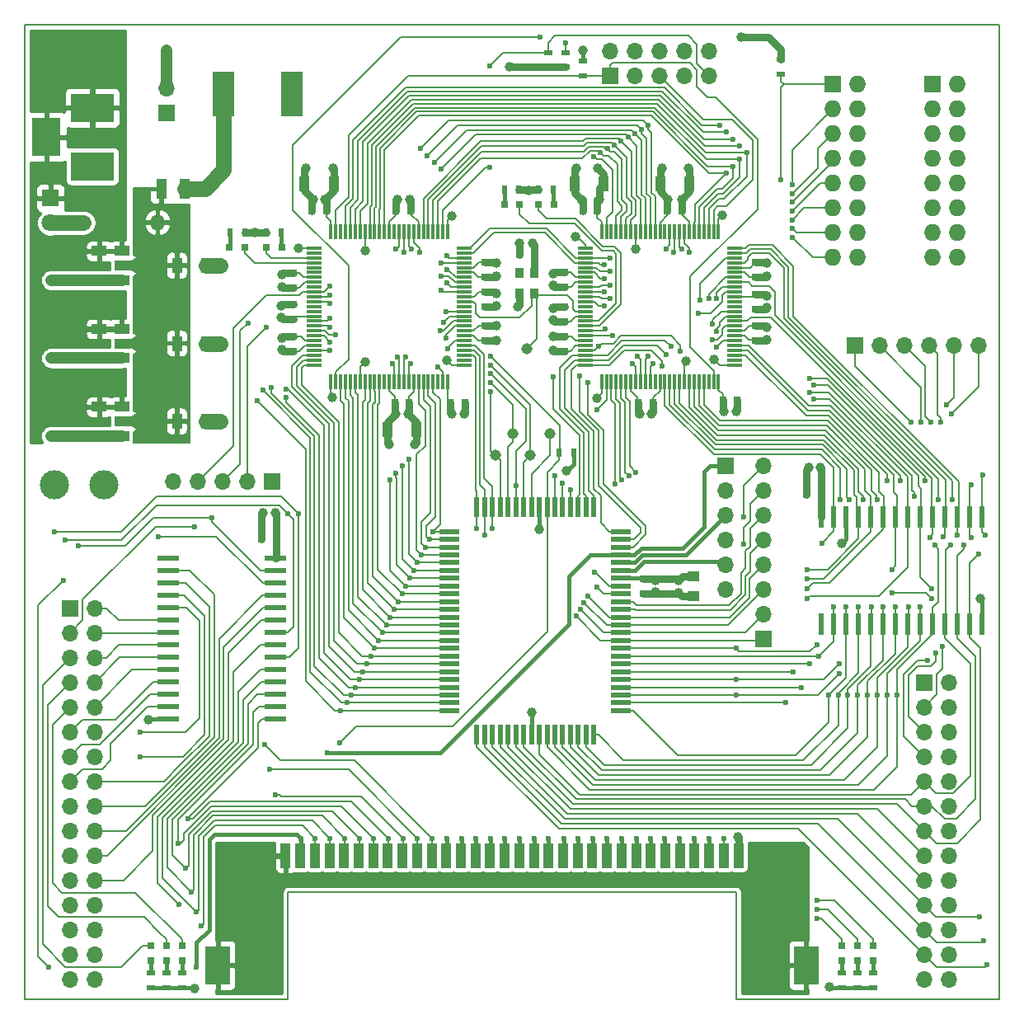
<source format=gbr>
G04 #@! TF.GenerationSoftware,KiCad,Pcbnew,5.1.6-c6e7f7d~86~ubuntu20.04.1*
G04 #@! TF.CreationDate,2020-05-17T16:05:01+03:00*
G04 #@! TF.ProjectId,GB-BENCH-G1,47422d42-454e-4434-982d-47312e6b6963,rev?*
G04 #@! TF.SameCoordinates,Original*
G04 #@! TF.FileFunction,Copper,L1,Top*
G04 #@! TF.FilePolarity,Positive*
%FSLAX46Y46*%
G04 Gerber Fmt 4.6, Leading zero omitted, Abs format (unit mm)*
G04 Created by KiCad (PCBNEW 5.1.6-c6e7f7d~86~ubuntu20.04.1) date 2020-05-17 16:05:01*
%MOMM*%
%LPD*%
G01*
G04 APERTURE LIST*
G04 #@! TA.AperFunction,Profile*
%ADD10C,0.150000*%
G04 #@! TD*
G04 #@! TA.AperFunction,SMDPad,CuDef*
%ADD11R,0.600000X2.200000*%
G04 #@! TD*
G04 #@! TA.AperFunction,ComponentPad*
%ADD12C,3.000000*%
G04 #@! TD*
G04 #@! TA.AperFunction,SMDPad,CuDef*
%ADD13R,2.200000X0.600000*%
G04 #@! TD*
G04 #@! TA.AperFunction,SMDPad,CuDef*
%ADD14R,0.500000X2.000000*%
G04 #@! TD*
G04 #@! TA.AperFunction,SMDPad,CuDef*
%ADD15R,2.000000X0.500000*%
G04 #@! TD*
G04 #@! TA.AperFunction,ComponentPad*
%ADD16C,1.143000*%
G04 #@! TD*
G04 #@! TA.AperFunction,ComponentPad*
%ADD17R,1.727200X1.727200*%
G04 #@! TD*
G04 #@! TA.AperFunction,ComponentPad*
%ADD18O,1.727200X1.727200*%
G04 #@! TD*
G04 #@! TA.AperFunction,SMDPad,CuDef*
%ADD19R,1.000000X1.600000*%
G04 #@! TD*
G04 #@! TA.AperFunction,SMDPad,CuDef*
%ADD20R,0.750000X0.800000*%
G04 #@! TD*
G04 #@! TA.AperFunction,SMDPad,CuDef*
%ADD21R,0.800000X0.750000*%
G04 #@! TD*
G04 #@! TA.AperFunction,SMDPad,CuDef*
%ADD22R,1.600000X1.000000*%
G04 #@! TD*
G04 #@! TA.AperFunction,SMDPad,CuDef*
%ADD23R,1.250000X1.000000*%
G04 #@! TD*
G04 #@! TA.AperFunction,ComponentPad*
%ADD24R,1.800000X1.800000*%
G04 #@! TD*
G04 #@! TA.AperFunction,ComponentPad*
%ADD25C,1.800000*%
G04 #@! TD*
G04 #@! TA.AperFunction,SMDPad,CuDef*
%ADD26R,0.800000X0.800000*%
G04 #@! TD*
G04 #@! TA.AperFunction,SMDPad,CuDef*
%ADD27R,1.140000X2.030000*%
G04 #@! TD*
G04 #@! TA.AperFunction,ComponentPad*
%ADD28R,1.700000X1.700000*%
G04 #@! TD*
G04 #@! TA.AperFunction,ComponentPad*
%ADD29O,1.700000X1.700000*%
G04 #@! TD*
G04 #@! TA.AperFunction,SMDPad,CuDef*
%ADD30R,1.000000X2.500000*%
G04 #@! TD*
G04 #@! TA.AperFunction,SMDPad,CuDef*
%ADD31R,2.500000X4.000000*%
G04 #@! TD*
G04 #@! TA.AperFunction,SMDPad,CuDef*
%ADD32R,0.500000X0.900000*%
G04 #@! TD*
G04 #@! TA.AperFunction,ComponentPad*
%ADD33C,1.600000*%
G04 #@! TD*
G04 #@! TA.AperFunction,ComponentPad*
%ADD34O,1.600000X1.600000*%
G04 #@! TD*
G04 #@! TA.AperFunction,SMDPad,CuDef*
%ADD35R,0.900000X0.500000*%
G04 #@! TD*
G04 #@! TA.AperFunction,SMDPad,CuDef*
%ADD36R,0.300000X1.500000*%
G04 #@! TD*
G04 #@! TA.AperFunction,SMDPad,CuDef*
%ADD37R,1.500000X0.300000*%
G04 #@! TD*
G04 #@! TA.AperFunction,SMDPad,CuDef*
%ADD38C,0.100000*%
G04 #@! TD*
G04 #@! TA.AperFunction,SMDPad,CuDef*
%ADD39R,1.500000X1.000000*%
G04 #@! TD*
G04 #@! TA.AperFunction,SMDPad,CuDef*
%ADD40R,1.800000X1.000000*%
G04 #@! TD*
G04 #@! TA.AperFunction,SMDPad,CuDef*
%ADD41R,1.840000X2.200000*%
G04 #@! TD*
G04 #@! TA.AperFunction,SMDPad,CuDef*
%ADD42R,0.900000X1.000000*%
G04 #@! TD*
G04 #@! TA.AperFunction,ComponentPad*
%ADD43R,2.300000X4.600000*%
G04 #@! TD*
G04 #@! TA.AperFunction,ComponentPad*
%ADD44R,3.000000X4.000000*%
G04 #@! TD*
G04 #@! TA.AperFunction,ComponentPad*
%ADD45R,4.500000X3.000000*%
G04 #@! TD*
G04 #@! TA.AperFunction,ViaPad*
%ADD46C,1.000000*%
G04 #@! TD*
G04 #@! TA.AperFunction,ViaPad*
%ADD47C,0.600000*%
G04 #@! TD*
G04 #@! TA.AperFunction,Conductor*
%ADD48C,0.800000*%
G04 #@! TD*
G04 #@! TA.AperFunction,Conductor*
%ADD49C,0.210000*%
G04 #@! TD*
G04 #@! TA.AperFunction,Conductor*
%ADD50C,1.200000*%
G04 #@! TD*
G04 #@! TA.AperFunction,Conductor*
%ADD51C,0.400000*%
G04 #@! TD*
G04 #@! TA.AperFunction,Conductor*
%ADD52C,1.600000*%
G04 #@! TD*
G04 #@! TA.AperFunction,Conductor*
%ADD53C,0.203200*%
G04 #@! TD*
G04 APERTURE END LIST*
D10*
X77000000Y-139000000D02*
X77000000Y-150000000D01*
X123000000Y-139000000D02*
X77000000Y-139000000D01*
X123000000Y-150000000D02*
X123000000Y-139000000D01*
X123000000Y-150000000D02*
X150000000Y-150000000D01*
X50000000Y-150000000D02*
X77000000Y-150000000D01*
X150000000Y-50000000D02*
X150000000Y-150000000D01*
X50000000Y-50000000D02*
X50000000Y-150000000D01*
X50000000Y-50000000D02*
X150000000Y-50000000D01*
D11*
X131745000Y-100500000D03*
X131745000Y-111500000D03*
X133015000Y-100500000D03*
X133015000Y-111500000D03*
X134285000Y-100500000D03*
X134285000Y-111500000D03*
X135555000Y-100500000D03*
X135555000Y-111500000D03*
X136825000Y-100500000D03*
X136825000Y-111500000D03*
X138095000Y-100500000D03*
X138095000Y-111500000D03*
X139365000Y-100500000D03*
X139365000Y-111500000D03*
X140635000Y-100500000D03*
X140635000Y-111500000D03*
X141905000Y-100500000D03*
X141905000Y-111500000D03*
X143175000Y-100500000D03*
X143175000Y-111500000D03*
X144445000Y-100500000D03*
X144445000Y-111500000D03*
X145715000Y-100500000D03*
X145715000Y-111500000D03*
X146985000Y-100500000D03*
X146985000Y-111500000D03*
X148255000Y-100500000D03*
X148255000Y-111500000D03*
D12*
X58100000Y-97200000D03*
X53020000Y-97200000D03*
D13*
X75700000Y-104760000D03*
X64700000Y-104760000D03*
X75700000Y-106030000D03*
X64700000Y-106030000D03*
X75700000Y-107300000D03*
X64700000Y-107300000D03*
X75700000Y-108570000D03*
X64700000Y-108570000D03*
X75700000Y-109840000D03*
X64700000Y-109840000D03*
X75700000Y-111110000D03*
X64700000Y-111110000D03*
X75700000Y-112380000D03*
X64700000Y-112380000D03*
X75700000Y-113650000D03*
X64700000Y-113650000D03*
X75700000Y-114920000D03*
X64700000Y-114920000D03*
X75700000Y-116190000D03*
X64700000Y-116190000D03*
X75700000Y-117460000D03*
X64700000Y-117460000D03*
X75700000Y-118730000D03*
X64700000Y-118730000D03*
X75700000Y-120000000D03*
X64700000Y-120000000D03*
X75700000Y-121270000D03*
X64700000Y-121270000D03*
D14*
X108400000Y-99500000D03*
D15*
X111200000Y-102000000D03*
X93600000Y-102000000D03*
X93600000Y-102800000D03*
X93600000Y-103600000D03*
X93600000Y-104400000D03*
X93600000Y-105200000D03*
X93600000Y-106000000D03*
X93600000Y-106800000D03*
X93600000Y-107600000D03*
X93600000Y-108400000D03*
X93600000Y-109200000D03*
X93600000Y-110000000D03*
X93600000Y-110800000D03*
X93600000Y-111600000D03*
X93600000Y-112400000D03*
X93600000Y-113200000D03*
X93600000Y-114000000D03*
X93600000Y-114800000D03*
X93600000Y-115600000D03*
X93600000Y-116400000D03*
X93600000Y-117200000D03*
X93600000Y-118000000D03*
X93600000Y-118800000D03*
X93600000Y-119600000D03*
X93600000Y-120400000D03*
D14*
X96400000Y-122900000D03*
X97200000Y-122900000D03*
X98000000Y-122900000D03*
X98800000Y-122900000D03*
X99600000Y-122900000D03*
X100400000Y-122900000D03*
X101200000Y-122900000D03*
X102000000Y-122900000D03*
X102800000Y-122900000D03*
X103600000Y-122900000D03*
X104400000Y-122900000D03*
X105200000Y-122900000D03*
X106000000Y-122900000D03*
X106800000Y-122900000D03*
X107600000Y-122900000D03*
X108400000Y-122900000D03*
D15*
X111200000Y-102800000D03*
X111200000Y-103600000D03*
X111200000Y-104400000D03*
X111200000Y-105200000D03*
X111200000Y-106000000D03*
X111200000Y-106800000D03*
X111200000Y-107600000D03*
X111200000Y-108400000D03*
X111200000Y-109200000D03*
X111200000Y-110000000D03*
X111200000Y-110800000D03*
X111200000Y-111600000D03*
X111200000Y-112400000D03*
X111200000Y-113200000D03*
X111200000Y-114000000D03*
X111200000Y-114800000D03*
X111200000Y-115600000D03*
X111200000Y-116400000D03*
X111200000Y-117200000D03*
X111200000Y-118000000D03*
X111200000Y-118800000D03*
X111200000Y-119600000D03*
X111200000Y-120400000D03*
D14*
X107600000Y-99500000D03*
X106800000Y-99500000D03*
X106000000Y-99500000D03*
X105200000Y-99500000D03*
X104400000Y-99500000D03*
X103600000Y-99500000D03*
X102800000Y-99500000D03*
X102000000Y-99500000D03*
X101200000Y-99500000D03*
X100400000Y-99500000D03*
X99600000Y-99500000D03*
X98800000Y-99500000D03*
X98000000Y-99500000D03*
X97200000Y-99500000D03*
X96400000Y-99500000D03*
D16*
X101900000Y-94200000D03*
X52700000Y-92200000D03*
D17*
X132960000Y-56100000D03*
D18*
X135500000Y-56100000D03*
X132960000Y-58640000D03*
X135500000Y-58640000D03*
X132960000Y-61180000D03*
X135500000Y-61180000D03*
X132960000Y-63720000D03*
X135500000Y-63720000D03*
X132960000Y-66260000D03*
X135500000Y-66260000D03*
X132960000Y-68800000D03*
X135500000Y-68800000D03*
X132960000Y-71340000D03*
X135500000Y-71340000D03*
X132960000Y-73880000D03*
X135500000Y-73880000D03*
D19*
X87200000Y-91500000D03*
X90200000Y-91500000D03*
D20*
X77600000Y-81950000D03*
X77600000Y-83450000D03*
D21*
X87950000Y-88700000D03*
X89450000Y-88700000D03*
D20*
X97200000Y-80850000D03*
X97200000Y-82350000D03*
D19*
X81700000Y-66300000D03*
X78700000Y-66300000D03*
D21*
X80950000Y-69100000D03*
X79450000Y-69100000D03*
D20*
X77600000Y-80150000D03*
X77600000Y-78650000D03*
D21*
X93650000Y-88700000D03*
X95150000Y-88700000D03*
D20*
X97200000Y-77400000D03*
X97200000Y-78900000D03*
D19*
X65600000Y-74700000D03*
X68600000Y-74700000D03*
X65600000Y-82700000D03*
X68600000Y-82700000D03*
X65600000Y-90700000D03*
X68600000Y-90700000D03*
D21*
X88050000Y-69100000D03*
X89550000Y-69100000D03*
D20*
X77600000Y-76950000D03*
X77600000Y-75450000D03*
D22*
X57600000Y-76200000D03*
X57600000Y-73200000D03*
X57600000Y-84200000D03*
X57600000Y-81200000D03*
X57600000Y-92200000D03*
X57600000Y-89200000D03*
D20*
X97200000Y-75850000D03*
X97200000Y-74350000D03*
D21*
X114450000Y-88700000D03*
X112950000Y-88700000D03*
D20*
X125000000Y-80850000D03*
X125000000Y-82350000D03*
X105400000Y-81950000D03*
X105400000Y-83450000D03*
D21*
X121650000Y-88500000D03*
X123150000Y-88500000D03*
D20*
X125000000Y-77650000D03*
X125000000Y-79150000D03*
D21*
X108750000Y-69100000D03*
X107250000Y-69100000D03*
D20*
X105400000Y-80450000D03*
X105400000Y-78950000D03*
D19*
X109400000Y-66300000D03*
X106400000Y-66300000D03*
D20*
X125000000Y-75850000D03*
X125000000Y-74350000D03*
D21*
X115950000Y-69100000D03*
X117450000Y-69100000D03*
D20*
X105400000Y-76850000D03*
X105400000Y-75350000D03*
D19*
X115200000Y-66300000D03*
X118200000Y-66300000D03*
D21*
X102250000Y-73600000D03*
X100750000Y-73600000D03*
X131750000Y-98200000D03*
X130250000Y-98200000D03*
X131750000Y-96600000D03*
X130250000Y-96600000D03*
X75750000Y-101300000D03*
X74250000Y-101300000D03*
D20*
X113500000Y-106850000D03*
X113500000Y-108350000D03*
D21*
X75750000Y-102800000D03*
X74250000Y-102800000D03*
D20*
X115900000Y-106850000D03*
X115900000Y-108350000D03*
D23*
X118600000Y-106600000D03*
X118600000Y-108600000D03*
D24*
X52600000Y-67760000D03*
D25*
X52600000Y-70300000D03*
D26*
X135500000Y-146100000D03*
X135500000Y-144500000D03*
X137100000Y-146100000D03*
X137100000Y-144500000D03*
X133900000Y-146100000D03*
X133900000Y-144500000D03*
X64500000Y-146100000D03*
X64500000Y-144500000D03*
X66100000Y-146100000D03*
X66100000Y-144500000D03*
X62900000Y-146100000D03*
X62900000Y-144500000D03*
D27*
X66400000Y-66800000D03*
X64000000Y-66800000D03*
D17*
X143160000Y-56100000D03*
D18*
X145700000Y-56100000D03*
X143160000Y-58640000D03*
X145700000Y-58640000D03*
X143160000Y-61180000D03*
X145700000Y-61180000D03*
X143160000Y-63720000D03*
X145700000Y-63720000D03*
X143160000Y-66260000D03*
X145700000Y-66260000D03*
X143160000Y-68800000D03*
X145700000Y-68800000D03*
X143160000Y-71340000D03*
X145700000Y-71340000D03*
X143160000Y-73880000D03*
X145700000Y-73880000D03*
D28*
X142300000Y-117500000D03*
D29*
X144840000Y-117500000D03*
X142300000Y-120040000D03*
X144840000Y-120040000D03*
X142300000Y-122580000D03*
X144840000Y-122580000D03*
X142300000Y-125120000D03*
X144840000Y-125120000D03*
X142300000Y-127660000D03*
X144840000Y-127660000D03*
X142300000Y-130200000D03*
X144840000Y-130200000D03*
X142300000Y-132740000D03*
X144840000Y-132740000D03*
X142300000Y-135280000D03*
X144840000Y-135280000D03*
X142300000Y-137820000D03*
X144840000Y-137820000D03*
X142300000Y-140360000D03*
X144840000Y-140360000D03*
X142300000Y-142900000D03*
X144840000Y-142900000D03*
X142300000Y-145440000D03*
X144840000Y-145440000D03*
X142300000Y-147980000D03*
X144840000Y-147980000D03*
D28*
X125800000Y-113060000D03*
D29*
X125800000Y-110520000D03*
X125800000Y-107980000D03*
X125800000Y-105440000D03*
X125800000Y-102900000D03*
X125800000Y-100360000D03*
X125800000Y-97820000D03*
X125800000Y-95280000D03*
D28*
X135180000Y-82900000D03*
D29*
X137720000Y-82900000D03*
X140260000Y-82900000D03*
X142800000Y-82900000D03*
X145340000Y-82900000D03*
X147880000Y-82900000D03*
D28*
X54600000Y-109880000D03*
D29*
X57140000Y-109880000D03*
X54600000Y-112420000D03*
X57140000Y-112420000D03*
X54600000Y-114960000D03*
X57140000Y-114960000D03*
X54600000Y-117500000D03*
X57140000Y-117500000D03*
X54600000Y-120040000D03*
X57140000Y-120040000D03*
X54600000Y-122580000D03*
X57140000Y-122580000D03*
X54600000Y-125120000D03*
X57140000Y-125120000D03*
X54600000Y-127660000D03*
X57140000Y-127660000D03*
X54600000Y-130200000D03*
X57140000Y-130200000D03*
X54600000Y-132740000D03*
X57140000Y-132740000D03*
X54600000Y-135280000D03*
X57140000Y-135280000D03*
X54600000Y-137820000D03*
X57140000Y-137820000D03*
X54600000Y-140360000D03*
X57140000Y-140360000D03*
X54600000Y-142900000D03*
X57140000Y-142900000D03*
X54600000Y-145440000D03*
X57140000Y-145440000D03*
X54600000Y-147980000D03*
X57140000Y-147980000D03*
D28*
X121900000Y-95280000D03*
D29*
X121900000Y-97820000D03*
X121900000Y-100360000D03*
X121900000Y-102900000D03*
X121900000Y-105440000D03*
X121900000Y-107980000D03*
D30*
X123250000Y-135300000D03*
X102250000Y-135300000D03*
X121750000Y-135300000D03*
X120250000Y-135300000D03*
X118750000Y-135300000D03*
X117250000Y-135300000D03*
X115750000Y-135300000D03*
X114250000Y-135300000D03*
X112750000Y-135300000D03*
X111250000Y-135300000D03*
X109750000Y-135300000D03*
X108250000Y-135300000D03*
X106750000Y-135300000D03*
X105250000Y-135300000D03*
X103750000Y-135300000D03*
X100750000Y-135300000D03*
X99250000Y-135300000D03*
X97750000Y-135300000D03*
X96250000Y-135300000D03*
X94750000Y-135300000D03*
X93250000Y-135300000D03*
X91750000Y-135300000D03*
X90250000Y-135300000D03*
X88750000Y-135300000D03*
X87250000Y-135300000D03*
X85750000Y-135300000D03*
X84250000Y-135300000D03*
X82750000Y-135300000D03*
X81250000Y-135300000D03*
X79750000Y-135300000D03*
X78250000Y-135300000D03*
X76750000Y-135300000D03*
D31*
X130200000Y-146550000D03*
X69800000Y-146550000D03*
D28*
X75380000Y-96900000D03*
D29*
X72840000Y-96900000D03*
X70300000Y-96900000D03*
X67760000Y-96900000D03*
X65220000Y-96900000D03*
D28*
X64500000Y-59000000D03*
D29*
X64500000Y-56460000D03*
D32*
X104850000Y-93900000D03*
X106350000Y-93900000D03*
D33*
X56000000Y-70300000D03*
D34*
X63620000Y-70300000D03*
D35*
X127600000Y-55050000D03*
X127600000Y-53550000D03*
X103700000Y-52800000D03*
X103700000Y-54300000D03*
X107300000Y-53700000D03*
X107300000Y-55200000D03*
X105500000Y-52800000D03*
X105500000Y-54300000D03*
X135500000Y-147350000D03*
X135500000Y-148850000D03*
X137100000Y-147350000D03*
X137100000Y-148850000D03*
X133900000Y-147350000D03*
X133900000Y-148850000D03*
X64500000Y-148850000D03*
X64500000Y-147350000D03*
X66100000Y-148850000D03*
X66100000Y-147350000D03*
X62900000Y-148850000D03*
X62900000Y-147350000D03*
D16*
X64500000Y-52600000D03*
X52700000Y-76200000D03*
X52700000Y-84200000D03*
X103900000Y-92000000D03*
X100100000Y-92000000D03*
X98300000Y-94200000D03*
D36*
X93400000Y-71200000D03*
X92900000Y-71200000D03*
X92400000Y-71200000D03*
X91900000Y-71200000D03*
X91400000Y-71200000D03*
X90900000Y-71200000D03*
X90400000Y-71200000D03*
X89900000Y-71200000D03*
X89400000Y-71200000D03*
X88900000Y-71200000D03*
X88400000Y-71200000D03*
X87900000Y-71200000D03*
X87400000Y-71200000D03*
X86900000Y-71200000D03*
X86400000Y-71200000D03*
X85900000Y-71200000D03*
X85400000Y-71200000D03*
X84900000Y-71200000D03*
X84400000Y-71200000D03*
X83900000Y-71200000D03*
X83400000Y-71200000D03*
X82900000Y-71200000D03*
X82400000Y-71200000D03*
X81900000Y-71200000D03*
X81400000Y-71200000D03*
D37*
X79700000Y-72900000D03*
X79700000Y-73400000D03*
X79700000Y-73900000D03*
X79700000Y-74400000D03*
X79700000Y-74900000D03*
X79700000Y-75400000D03*
X79700000Y-75900000D03*
X79700000Y-76400000D03*
X79700000Y-76900000D03*
X79700000Y-77400000D03*
X79700000Y-77900000D03*
X79700000Y-78400000D03*
X79700000Y-78900000D03*
X79700000Y-79400000D03*
X79700000Y-79900000D03*
X79700000Y-80400000D03*
X79700000Y-80900000D03*
X79700000Y-81400000D03*
X79700000Y-81900000D03*
X79700000Y-82400000D03*
X79700000Y-82900000D03*
X79700000Y-83400000D03*
X79700000Y-83900000D03*
X79700000Y-84400000D03*
X79700000Y-84900000D03*
D36*
X81400000Y-86600000D03*
X81900000Y-86600000D03*
X82400000Y-86600000D03*
X82900000Y-86600000D03*
X83400000Y-86600000D03*
X83900000Y-86600000D03*
X84400000Y-86600000D03*
X84900000Y-86600000D03*
X85400000Y-86600000D03*
X85900000Y-86600000D03*
X86400000Y-86600000D03*
X86900000Y-86600000D03*
X87400000Y-86600000D03*
X87900000Y-86600000D03*
X88400000Y-86600000D03*
X88900000Y-86600000D03*
X89400000Y-86600000D03*
X89900000Y-86600000D03*
X90400000Y-86600000D03*
X90900000Y-86600000D03*
X91400000Y-86600000D03*
X91900000Y-86600000D03*
X92400000Y-86600000D03*
X92900000Y-86600000D03*
X93400000Y-86600000D03*
D37*
X95100000Y-84900000D03*
X95100000Y-84400000D03*
X95100000Y-83900000D03*
X95100000Y-83400000D03*
X95100000Y-82900000D03*
X95100000Y-82400000D03*
X95100000Y-81900000D03*
X95100000Y-81400000D03*
X95100000Y-80900000D03*
X95100000Y-80400000D03*
X95100000Y-79900000D03*
X95100000Y-79400000D03*
X95100000Y-78900000D03*
X95100000Y-78400000D03*
X95100000Y-77900000D03*
X95100000Y-77400000D03*
X95100000Y-76900000D03*
X95100000Y-76400000D03*
X95100000Y-75900000D03*
X95100000Y-75400000D03*
X95100000Y-74900000D03*
X95100000Y-74400000D03*
X95100000Y-73900000D03*
X95100000Y-73400000D03*
X95100000Y-72900000D03*
G04 #@! TA.AperFunction,SMDPad,CuDef*
D38*
G36*
X63642000Y-73600000D02*
G01*
X64492000Y-74200000D01*
X64492000Y-75200000D01*
X63642000Y-75800000D01*
X63642000Y-73600000D01*
G37*
G04 #@! TD.AperFunction*
D39*
X59920000Y-73200000D03*
D40*
X60066500Y-74700000D03*
D39*
X59920000Y-76200000D03*
D41*
X62733500Y-74700000D03*
G04 #@! TA.AperFunction,SMDPad,CuDef*
D38*
G36*
X61823800Y-75800000D02*
G01*
X60823800Y-75100000D01*
X60823800Y-74300000D01*
X61823800Y-73600000D01*
X61823800Y-75800000D01*
G37*
G04 #@! TD.AperFunction*
G04 #@! TA.AperFunction,SMDPad,CuDef*
G36*
X63642000Y-81600000D02*
G01*
X64492000Y-82200000D01*
X64492000Y-83200000D01*
X63642000Y-83800000D01*
X63642000Y-81600000D01*
G37*
G04 #@! TD.AperFunction*
D39*
X59920000Y-81200000D03*
D40*
X60066500Y-82700000D03*
D39*
X59920000Y-84200000D03*
D41*
X62733500Y-82700000D03*
G04 #@! TA.AperFunction,SMDPad,CuDef*
D38*
G36*
X61823800Y-83800000D02*
G01*
X60823800Y-83100000D01*
X60823800Y-82300000D01*
X61823800Y-81600000D01*
X61823800Y-83800000D01*
G37*
G04 #@! TD.AperFunction*
G04 #@! TA.AperFunction,SMDPad,CuDef*
G36*
X63642000Y-89600000D02*
G01*
X64492000Y-90200000D01*
X64492000Y-91200000D01*
X63642000Y-91800000D01*
X63642000Y-89600000D01*
G37*
G04 #@! TD.AperFunction*
D39*
X59920000Y-89200000D03*
D40*
X60066500Y-90700000D03*
D39*
X59920000Y-92200000D03*
D41*
X62733500Y-90700000D03*
G04 #@! TA.AperFunction,SMDPad,CuDef*
D38*
G36*
X61823800Y-91800000D02*
G01*
X60823800Y-91100000D01*
X60823800Y-90300000D01*
X61823800Y-89600000D01*
X61823800Y-91800000D01*
G37*
G04 #@! TD.AperFunction*
D36*
X109200000Y-86600000D03*
X109700000Y-86600000D03*
X110200000Y-86600000D03*
X110700000Y-86600000D03*
X111200000Y-86600000D03*
X111700000Y-86600000D03*
X112200000Y-86600000D03*
X112700000Y-86600000D03*
X113200000Y-86600000D03*
X113700000Y-86600000D03*
X114200000Y-86600000D03*
X114700000Y-86600000D03*
X115200000Y-86600000D03*
X115700000Y-86600000D03*
X116200000Y-86600000D03*
X116700000Y-86600000D03*
X117200000Y-86600000D03*
X117700000Y-86600000D03*
X118200000Y-86600000D03*
X118700000Y-86600000D03*
X119200000Y-86600000D03*
X119700000Y-86600000D03*
X120200000Y-86600000D03*
X120700000Y-86600000D03*
X121200000Y-86600000D03*
D37*
X122900000Y-84900000D03*
X122900000Y-84400000D03*
X122900000Y-83900000D03*
X122900000Y-83400000D03*
X122900000Y-82900000D03*
X122900000Y-82400000D03*
X122900000Y-81900000D03*
X122900000Y-81400000D03*
X122900000Y-80900000D03*
X122900000Y-80400000D03*
X122900000Y-79900000D03*
X122900000Y-79400000D03*
X122900000Y-78900000D03*
X122900000Y-78400000D03*
X122900000Y-77900000D03*
X122900000Y-77400000D03*
X122900000Y-76900000D03*
X122900000Y-76400000D03*
X122900000Y-75900000D03*
X122900000Y-75400000D03*
X122900000Y-74900000D03*
X122900000Y-74400000D03*
X122900000Y-73900000D03*
X122900000Y-73400000D03*
X122900000Y-72900000D03*
D36*
X121200000Y-71200000D03*
X120700000Y-71200000D03*
X120200000Y-71200000D03*
X119700000Y-71200000D03*
X119200000Y-71200000D03*
X118700000Y-71200000D03*
X118200000Y-71200000D03*
X117700000Y-71200000D03*
X117200000Y-71200000D03*
X116700000Y-71200000D03*
X116200000Y-71200000D03*
X115700000Y-71200000D03*
X115200000Y-71200000D03*
X114700000Y-71200000D03*
X114200000Y-71200000D03*
X113700000Y-71200000D03*
X113200000Y-71200000D03*
X112700000Y-71200000D03*
X112200000Y-71200000D03*
X111700000Y-71200000D03*
X111200000Y-71200000D03*
X110700000Y-71200000D03*
X110200000Y-71200000D03*
X109700000Y-71200000D03*
X109200000Y-71200000D03*
D37*
X107500000Y-72900000D03*
X107500000Y-73400000D03*
X107500000Y-73900000D03*
X107500000Y-74400000D03*
X107500000Y-74900000D03*
X107500000Y-75400000D03*
X107500000Y-75900000D03*
X107500000Y-76400000D03*
X107500000Y-76900000D03*
X107500000Y-77400000D03*
X107500000Y-77900000D03*
X107500000Y-78400000D03*
X107500000Y-78900000D03*
X107500000Y-79400000D03*
X107500000Y-79900000D03*
X107500000Y-80400000D03*
X107500000Y-80900000D03*
X107500000Y-81400000D03*
X107500000Y-81900000D03*
X107500000Y-82400000D03*
X107500000Y-82900000D03*
X107500000Y-83400000D03*
X107500000Y-83900000D03*
X107500000Y-84400000D03*
X107500000Y-84900000D03*
D42*
X100725000Y-75425000D03*
X100725000Y-77575000D03*
X102275000Y-77575000D03*
X102275000Y-75425000D03*
D16*
X101500000Y-83200000D03*
D28*
X110080000Y-55200000D03*
D29*
X110080000Y-52660000D03*
X112620000Y-55200000D03*
X112620000Y-52660000D03*
X115160000Y-55200000D03*
X115160000Y-52660000D03*
X117700000Y-55200000D03*
X117700000Y-52660000D03*
X120240000Y-55200000D03*
X120240000Y-52660000D03*
D26*
X71000000Y-72800000D03*
X72600000Y-72800000D03*
X76400000Y-72800000D03*
X74800000Y-72800000D03*
X99200000Y-68400000D03*
X100800000Y-68400000D03*
X104300000Y-68400000D03*
X102700000Y-68400000D03*
D32*
X72550000Y-71300000D03*
X71050000Y-71300000D03*
X74750000Y-71300000D03*
X76250000Y-71300000D03*
X100700000Y-66900000D03*
X99200000Y-66900000D03*
X102750000Y-66900000D03*
X104250000Y-66900000D03*
D43*
X70400000Y-57100000D03*
X77400000Y-57100000D03*
D44*
X52200000Y-61500000D03*
D45*
X56900000Y-58500000D03*
X56900000Y-64500000D03*
D46*
X73600000Y-71300000D03*
X101700000Y-67000000D03*
X88200000Y-67900000D03*
X123500000Y-51200000D03*
X87400000Y-93100000D03*
X102100029Y-72400000D03*
X104200000Y-76700000D03*
X114300017Y-89900000D03*
X126200000Y-75800000D03*
X126200000Y-81000000D03*
X115400000Y-64700000D03*
X88100000Y-89900000D03*
X116000000Y-67900000D03*
X76400000Y-76900000D03*
X76400000Y-82100000D03*
X104200000Y-82000000D03*
X98400000Y-75800000D03*
X98400000Y-80900000D03*
X55500000Y-84200000D03*
X107100000Y-67900000D03*
X106500000Y-71700000D03*
X130500000Y-95400000D03*
X148100000Y-108900000D03*
X120699992Y-84300000D03*
X117900000Y-84500000D03*
X117100000Y-108300000D03*
X114700000Y-108200000D03*
X72000000Y-142300000D03*
X74400000Y-100100000D03*
X62700000Y-121300000D03*
X74900000Y-148400000D03*
X75200000Y-140700000D03*
X75200000Y-144600000D03*
X125300000Y-140200000D03*
X126200000Y-143400000D03*
X128800000Y-142700000D03*
X124800000Y-146400000D03*
X127100000Y-148700000D03*
X72500000Y-146600000D03*
X123000000Y-89700000D03*
X108700000Y-88300000D03*
X81500000Y-88200000D03*
X102800000Y-101800000D03*
X102000000Y-120600000D03*
X106600000Y-64700000D03*
X126200000Y-79000003D03*
X90000000Y-93100000D03*
X100600000Y-78900000D03*
X98400000Y-78800000D03*
X104200000Y-79100000D03*
X100800004Y-72400000D03*
X104200000Y-75500000D03*
X84900000Y-84600000D03*
X78800000Y-64700000D03*
X79600000Y-67900000D03*
X76300000Y-78800000D03*
X107300000Y-52550000D03*
X121600000Y-69500000D03*
X84900000Y-73200000D03*
X93800000Y-69599994D03*
X113100014Y-89900000D03*
X126200000Y-74399984D03*
X126200000Y-82300000D03*
X118100000Y-64700000D03*
X89300003Y-89900000D03*
X117400003Y-67900000D03*
X93300000Y-84400000D03*
X78100000Y-72900000D03*
X76400000Y-75600000D03*
X76400000Y-83300000D03*
X104200000Y-83400000D03*
X98400000Y-74400000D03*
X98400000Y-82400000D03*
X89500000Y-67900000D03*
X112700000Y-73000000D03*
X70000000Y-74700000D03*
X70000000Y-82700000D03*
X70000000Y-90700000D03*
X95100000Y-89900000D03*
X109000000Y-67900000D03*
X121800000Y-89700000D03*
X108800000Y-64700000D03*
X99724002Y-54300000D03*
X126200000Y-77800000D03*
X93800000Y-89900000D03*
X98400000Y-77599997D03*
X104200000Y-80300000D03*
X80800003Y-67900000D03*
X81600000Y-64700000D03*
X76300000Y-80000003D03*
X55500000Y-76200000D03*
X132600000Y-148800000D03*
X133900000Y-103200000D03*
X131700003Y-95400000D03*
X123200000Y-133400000D03*
X117100000Y-107000000D03*
X114700000Y-107000000D03*
X105600000Y-95800000D03*
X67400000Y-148900000D03*
X75700000Y-100100000D03*
X55500000Y-92200000D03*
D47*
X143100000Y-108900000D03*
X139000000Y-108300000D03*
X139000000Y-105900000D03*
X131300000Y-140800000D03*
X123000000Y-117200000D03*
X143500000Y-114500000D03*
X133600000Y-115600000D03*
X131800000Y-103200000D03*
X131300000Y-139900000D03*
X144200000Y-113800000D03*
X131300000Y-113600000D03*
X123000000Y-114000000D03*
X143100000Y-107900000D03*
X131000000Y-87000000D03*
X131300000Y-141700000D03*
X123000000Y-118800000D03*
X142700004Y-115200000D03*
X133600000Y-116600000D03*
X121000000Y-81499994D03*
X77000000Y-100200000D03*
X54100000Y-102900000D03*
X118700000Y-133500000D03*
X97200000Y-102400000D03*
X53000000Y-102000008D03*
X78100000Y-100200000D03*
X117200000Y-133500000D03*
X96400000Y-101700000D03*
X55500000Y-103500006D03*
X69200000Y-100600000D03*
X120200000Y-133500000D03*
X98000000Y-101700000D03*
X97700010Y-64600000D03*
X97700000Y-54200000D03*
X102900000Y-51200000D03*
X105500000Y-51800000D03*
X102300000Y-133500000D03*
X88300000Y-109200000D03*
X67400000Y-101500000D03*
X121800000Y-133500000D03*
X100400000Y-97300000D03*
X92599992Y-81400000D03*
X97800000Y-85800000D03*
X115700000Y-133500000D03*
X91900000Y-102000000D03*
X114200000Y-133500000D03*
X91500000Y-102800000D03*
X112800000Y-133500000D03*
X91100000Y-103600000D03*
X111300000Y-133500000D03*
X90700000Y-104400000D03*
X89400000Y-94600000D03*
X109700000Y-133500000D03*
X90300000Y-105200000D03*
X89600000Y-84800000D03*
X61800000Y-122600000D03*
X88700000Y-95300000D03*
X108300000Y-133500000D03*
X89900000Y-106000000D03*
X89100000Y-84100000D03*
X61800000Y-125120000D03*
X88100000Y-96000000D03*
X106800000Y-133500000D03*
X89500000Y-106800000D03*
X88200010Y-84100000D03*
X87500000Y-96700000D03*
X105300000Y-133500000D03*
X89100000Y-107600000D03*
X87700000Y-84800000D03*
X103700000Y-133500000D03*
X88700000Y-108400000D03*
X100800000Y-133500000D03*
X87900000Y-110000000D03*
X99200000Y-133500000D03*
X87500000Y-110800000D03*
X65800000Y-140300000D03*
X97800000Y-133500000D03*
X87100000Y-111600000D03*
X96300000Y-133500000D03*
X86700000Y-112400000D03*
X52400002Y-146700000D03*
X53900000Y-107000000D03*
X63700000Y-102500000D03*
X94800000Y-133500000D03*
X86300000Y-113200000D03*
X85900000Y-114000000D03*
X93300000Y-133500000D03*
X74600000Y-123900000D03*
X91800000Y-133500000D03*
X85500000Y-114800000D03*
X75100000Y-126400000D03*
X90300000Y-133500000D03*
X85100000Y-115600000D03*
X75700000Y-129000000D03*
X88800000Y-133500000D03*
X84700000Y-116400000D03*
X66700000Y-131500000D03*
X87300000Y-133500000D03*
X84300000Y-117200000D03*
X76800000Y-87400000D03*
X81300000Y-83400000D03*
X65700000Y-134000000D03*
X85800000Y-133500000D03*
X83900000Y-118000000D03*
X76800000Y-88200000D03*
X81300000Y-82600000D03*
X66500000Y-136600000D03*
X84300000Y-133500000D03*
X83500000Y-118800000D03*
X75300000Y-87200000D03*
X81900000Y-81800000D03*
X67100000Y-139000000D03*
X82800000Y-133500000D03*
X83100000Y-119600000D03*
X74400000Y-87500000D03*
X81300000Y-81000000D03*
X67600000Y-141100000D03*
X82400000Y-120400000D03*
X81300000Y-133500000D03*
X73794999Y-88594999D03*
X81300000Y-80100000D03*
X68100000Y-142500002D03*
X82300000Y-123700000D03*
X79800000Y-133500000D03*
X93200012Y-79400000D03*
X97800000Y-84000000D03*
X67599994Y-146700000D03*
X81000000Y-124700000D03*
X78300000Y-133500000D03*
X143000000Y-90804999D03*
X115800002Y-83800000D03*
X144000000Y-90804999D03*
X115400000Y-85000000D03*
X148328795Y-96177781D03*
X148600000Y-102400000D03*
X148800000Y-146500000D03*
X121000000Y-78100000D03*
X147200000Y-97200000D03*
X147200000Y-102600010D03*
X148400000Y-144000000D03*
X119300000Y-78200000D03*
X148000000Y-141600000D03*
X145700000Y-102400000D03*
X144300000Y-102500000D03*
X142900000Y-102600000D03*
X147900000Y-104300000D03*
X120199998Y-78100000D03*
X146395000Y-103400000D03*
X119100000Y-79600000D03*
X145200000Y-98700000D03*
X145000000Y-103400000D03*
X143400000Y-103400000D03*
X143800000Y-98700000D03*
X139500000Y-118800000D03*
X142400000Y-96800000D03*
X141900000Y-109700000D03*
X130600000Y-86300000D03*
X120600000Y-80700000D03*
X138500000Y-118800000D03*
X141300000Y-98400000D03*
X140700000Y-109700000D03*
X130600000Y-87700000D03*
X137500000Y-118800000D03*
X120600000Y-82300000D03*
X139900010Y-96800000D03*
X139400000Y-109700000D03*
X136500000Y-118800000D03*
X138500000Y-96800000D03*
X138100000Y-109700000D03*
X135500000Y-118800000D03*
X136900000Y-109700000D03*
X137500000Y-98700000D03*
X134500000Y-118800000D03*
X136100000Y-98700000D03*
X135600000Y-109700000D03*
X133500000Y-118800000D03*
X109600000Y-81200000D03*
X144600000Y-89000000D03*
X106900000Y-86000000D03*
X110300000Y-81900000D03*
X145100000Y-89900000D03*
X107800000Y-86700000D03*
X123800000Y-100500000D03*
X108500000Y-106200000D03*
X114500000Y-84800000D03*
X123800000Y-103300000D03*
X108700000Y-107700000D03*
X113999978Y-84000000D03*
X112900004Y-84000000D03*
X112400000Y-84800000D03*
X107800000Y-108600000D03*
X112700000Y-95900000D03*
X107400000Y-109300000D03*
X112000000Y-96300000D03*
X107000000Y-110000000D03*
X111300000Y-96700000D03*
X106600000Y-110700000D03*
X110600000Y-97100000D03*
X133000000Y-109700000D03*
X133700000Y-98700000D03*
X131500000Y-114800000D03*
X130305000Y-108900000D03*
X131000000Y-88400000D03*
X121000000Y-83100000D03*
X130600000Y-115600000D03*
X130300000Y-106900000D03*
X128900000Y-116400000D03*
X130300000Y-107900000D03*
X129700000Y-118000000D03*
X130300000Y-105900000D03*
X128100000Y-119600000D03*
X134600000Y-98700000D03*
X134300000Y-109700000D03*
X132500000Y-118800000D03*
X142000000Y-90804999D03*
X116300000Y-83000000D03*
X141000000Y-90804999D03*
X117272200Y-83527800D03*
X104200000Y-86100000D03*
X108895000Y-83000000D03*
X74800000Y-81000000D03*
X106000000Y-97700000D03*
X81300000Y-78600000D03*
X72900000Y-80600000D03*
X105200000Y-97000000D03*
X81300000Y-77700000D03*
X81300000Y-76800000D03*
X104400000Y-96300000D03*
X93000000Y-80500000D03*
X97800000Y-84900000D03*
X93200000Y-82100000D03*
X97800000Y-86700000D03*
X97800000Y-87600000D03*
X93400000Y-83200006D03*
X121300000Y-60300000D03*
X115800000Y-73000000D03*
X128800000Y-70000000D03*
X109500000Y-77400000D03*
X92700000Y-75800000D03*
X122000000Y-61000000D03*
X116600000Y-73300000D03*
X128800000Y-69100000D03*
X110100000Y-76700000D03*
X93300000Y-75100000D03*
X122700000Y-61700000D03*
X117400000Y-72999984D03*
X128800000Y-68200000D03*
X109500000Y-76000000D03*
X92699982Y-74400000D03*
X123400000Y-62400000D03*
X118200000Y-73300000D03*
X128800000Y-67300000D03*
X110099992Y-75300000D03*
X93300000Y-73700014D03*
X124100000Y-63100000D03*
X109500000Y-74600006D03*
X128800000Y-66400000D03*
X123400000Y-63800000D03*
X128800000Y-70900000D03*
X110100000Y-78100000D03*
X93300000Y-76499996D03*
X122700000Y-64500000D03*
X128800000Y-71800000D03*
X109500000Y-78800006D03*
X92700000Y-77200012D03*
X122000000Y-65200000D03*
X109100000Y-63100000D03*
X109800000Y-62700000D03*
X110500000Y-62300000D03*
X111200000Y-61900000D03*
X111900000Y-61500000D03*
X92700000Y-64800000D03*
X90500000Y-73300000D03*
X112600000Y-61100000D03*
X92000000Y-64100000D03*
X89700000Y-73000000D03*
X113300000Y-60700000D03*
X91299992Y-63400000D03*
X88900000Y-73300000D03*
X114000000Y-60300000D03*
X90600000Y-62700000D03*
X88100000Y-73000000D03*
X108400000Y-63500000D03*
X108700000Y-89500000D03*
X92400000Y-85100000D03*
X110100000Y-73900000D03*
X127600000Y-65900000D03*
D48*
X74750000Y-71300000D02*
X73600000Y-71300000D01*
X72550000Y-71300000D02*
X73600000Y-71300000D01*
X100700000Y-66900000D02*
X101600000Y-66900000D01*
X101600000Y-66900000D02*
X101700000Y-67000000D01*
X102750000Y-66900000D02*
X101800000Y-66900000D01*
X101800000Y-66900000D02*
X101700000Y-67000000D01*
D49*
X107500000Y-82400000D02*
X106550998Y-82400000D01*
X106550998Y-82400000D02*
X106100998Y-81950000D01*
X106100998Y-81950000D02*
X105400000Y-81950000D01*
D48*
X105400000Y-81950000D02*
X104250000Y-81950000D01*
X104250000Y-81950000D02*
X104200000Y-82000000D01*
X115950000Y-69100000D02*
X115950000Y-67950000D01*
X115950000Y-67950000D02*
X116000000Y-67900000D01*
D49*
X115200000Y-71200000D02*
X115200000Y-70300000D01*
X115200000Y-70300000D02*
X115950000Y-69550000D01*
X115950000Y-69550000D02*
X115950000Y-69100000D01*
D48*
X88050000Y-69100000D02*
X88050000Y-68050000D01*
X88050000Y-68050000D02*
X88200000Y-67900000D01*
D49*
X88000000Y-69640000D02*
X88000000Y-69150000D01*
X88000000Y-69150000D02*
X88050000Y-69100000D01*
X87400000Y-71200000D02*
X87400000Y-70240000D01*
X87400000Y-70240000D02*
X88000000Y-69640000D01*
D48*
X126300000Y-51200000D02*
X123500000Y-51200000D01*
X127600000Y-53550000D02*
X127600000Y-52500000D01*
X127600000Y-52500000D02*
X126300000Y-51200000D01*
X87200000Y-91500000D02*
X87200000Y-92900000D01*
X87200000Y-92900000D02*
X87400000Y-93100000D01*
X102250000Y-73600000D02*
X102250000Y-72549971D01*
X102250000Y-72549971D02*
X102100029Y-72400000D01*
X105400000Y-76850000D02*
X104350000Y-76850000D01*
X104350000Y-76850000D02*
X104200000Y-76700000D01*
X114450000Y-88700000D02*
X114450000Y-89750017D01*
X114450000Y-89750017D02*
X114300017Y-89900000D01*
X126200000Y-75825000D02*
X126200000Y-75800000D01*
X126175000Y-75850000D02*
X126200000Y-75825000D01*
X125000000Y-75850000D02*
X126175000Y-75850000D01*
X125000000Y-80850000D02*
X126050000Y-80850000D01*
X126050000Y-80850000D02*
X126200000Y-81000000D01*
X115200000Y-66300000D02*
X115200000Y-64900000D01*
X115200000Y-64900000D02*
X115400000Y-64700000D01*
X87200000Y-91500000D02*
X87200000Y-90800000D01*
X87200000Y-90800000D02*
X88100000Y-89900000D01*
X87950000Y-88700000D02*
X87950000Y-89750000D01*
X87950000Y-89750000D02*
X88100000Y-89900000D01*
X115200000Y-66300000D02*
X115200000Y-67100000D01*
X115200000Y-67100000D02*
X116000000Y-67900000D01*
X76400000Y-76925000D02*
X76400000Y-76900000D01*
X76425000Y-76950000D02*
X76400000Y-76925000D01*
X77600000Y-76950000D02*
X76425000Y-76950000D01*
X76400000Y-81975000D02*
X76400000Y-82100000D01*
X76425000Y-81950000D02*
X76400000Y-81975000D01*
X77600000Y-81950000D02*
X76425000Y-81950000D01*
X97200000Y-75850000D02*
X98350000Y-75850000D01*
X98350000Y-75850000D02*
X98400000Y-75800000D01*
X97200000Y-80850000D02*
X98350000Y-80850000D01*
X98350000Y-80850000D02*
X98400000Y-80900000D01*
D50*
X55500000Y-84200000D02*
X52700000Y-84200000D01*
X57600000Y-84200000D02*
X55500000Y-84200000D01*
D49*
X87400000Y-91600000D02*
X87300000Y-91700000D01*
X87400000Y-86600000D02*
X87400000Y-87565000D01*
X87400000Y-87565000D02*
X87950000Y-88115000D01*
X87950000Y-88115000D02*
X87950000Y-88700000D01*
X79700000Y-82400000D02*
X78740000Y-82400000D01*
X78740000Y-82400000D02*
X78290000Y-81950000D01*
X78290000Y-81950000D02*
X77600000Y-81950000D01*
X79700000Y-76400000D02*
X78740000Y-76400000D01*
X78740000Y-76400000D02*
X78190000Y-76950000D01*
X78190000Y-76950000D02*
X77600000Y-76950000D01*
X95100000Y-81400000D02*
X96060000Y-81400000D01*
X96060000Y-81400000D02*
X96610000Y-80850000D01*
X96610000Y-80850000D02*
X97200000Y-80850000D01*
X95100000Y-75400000D02*
X96060000Y-75400000D01*
X96060000Y-75400000D02*
X96510000Y-75850000D01*
X96510000Y-75850000D02*
X97200000Y-75850000D01*
X107500000Y-76400000D02*
X106540000Y-76400000D01*
X106540000Y-76400000D02*
X106090000Y-76850000D01*
X106090000Y-76850000D02*
X105400000Y-76850000D01*
X115900000Y-69150000D02*
X115950000Y-69100000D01*
X123900000Y-75400000D02*
X124350000Y-75850000D01*
X124350000Y-75850000D02*
X125000000Y-75850000D01*
X122900000Y-75400000D02*
X123900000Y-75400000D01*
X124360000Y-80900000D02*
X124750000Y-80900000D01*
X124750000Y-80900000D02*
X124800000Y-80850000D01*
X122900000Y-81400000D02*
X123860000Y-81400000D01*
X123860000Y-81400000D02*
X124360000Y-80900000D01*
X114500000Y-88260000D02*
X114500000Y-88650000D01*
X114500000Y-88650000D02*
X114450000Y-88700000D01*
X115200000Y-86600000D02*
X115200000Y-87560000D01*
X115200000Y-87560000D02*
X114500000Y-88260000D01*
D48*
X102275000Y-75425000D02*
X102275000Y-73625000D01*
X102275000Y-73625000D02*
X102250000Y-73600000D01*
D50*
X59920000Y-84200000D02*
X57600000Y-84200000D01*
D48*
X107225000Y-67900000D02*
X107100000Y-67900000D01*
X107250000Y-67925000D02*
X107225000Y-67900000D01*
X107250000Y-69100000D02*
X107250000Y-67925000D01*
X106400000Y-67200000D02*
X107100000Y-67900000D01*
X106400000Y-66300000D02*
X106400000Y-67200000D01*
D49*
X106660000Y-71700000D02*
X106500000Y-71700000D01*
X107500000Y-72540000D02*
X106660000Y-71700000D01*
X107500000Y-72900000D02*
X107500000Y-72540000D01*
D48*
X130250000Y-96600000D02*
X130250000Y-95650000D01*
X130250000Y-95650000D02*
X130500000Y-95400000D01*
X130250000Y-96600000D02*
X130250000Y-98200000D01*
D51*
X148255000Y-111500000D02*
X148255000Y-109055000D01*
X148255000Y-109055000D02*
X148100000Y-108900000D01*
D49*
X122900000Y-84900000D02*
X121299992Y-84900000D01*
X121299992Y-84900000D02*
X120699992Y-84300000D01*
X117700000Y-86600000D02*
X117700000Y-84700000D01*
X117700000Y-84700000D02*
X117900000Y-84500000D01*
X122900000Y-74900000D02*
X124450000Y-74900000D01*
X124450000Y-74900000D02*
X125000000Y-74350000D01*
D48*
X118600000Y-108600000D02*
X117400000Y-108600000D01*
X117400000Y-108600000D02*
X117100000Y-108300000D01*
X117100000Y-108325000D02*
X117100000Y-108300000D01*
X117075000Y-108350000D02*
X117100000Y-108325000D01*
X115900000Y-108350000D02*
X117075000Y-108350000D01*
X115900000Y-108350000D02*
X114850000Y-108350000D01*
X114850000Y-108350000D02*
X114700000Y-108200000D01*
X113500000Y-108350000D02*
X114550000Y-108350000D01*
X114550000Y-108350000D02*
X114700000Y-108200000D01*
D51*
X73600000Y-140700000D02*
X72000000Y-142300000D01*
X74300000Y-144600000D02*
X72000000Y-142300000D01*
X75200000Y-140700000D02*
X73600000Y-140700000D01*
X75200000Y-144600000D02*
X74300000Y-144600000D01*
D48*
X74250000Y-101300000D02*
X74250000Y-100250000D01*
X74250000Y-100250000D02*
X74400000Y-100100000D01*
X74250000Y-102800000D02*
X74250000Y-101300000D01*
D51*
X64700000Y-121270000D02*
X62730000Y-121270000D01*
X62730000Y-121270000D02*
X62700000Y-121300000D01*
X71400000Y-136800000D02*
X72100000Y-136800000D01*
X72100000Y-136800000D02*
X73900000Y-135000000D01*
X75200000Y-140700000D02*
X71400000Y-136900000D01*
X71400000Y-136900000D02*
X71400000Y-136800000D01*
X72500000Y-146600000D02*
X73100000Y-146600000D01*
X73100000Y-146600000D02*
X74900000Y-148400000D01*
X72500000Y-146600000D02*
X73200000Y-146600000D01*
X73200000Y-146600000D02*
X75200000Y-144600000D01*
X129100000Y-137800000D02*
X128800000Y-137800000D01*
X128800000Y-137800000D02*
X126200000Y-135200000D01*
X125300000Y-140200000D02*
X126700000Y-140200000D01*
X126700000Y-140200000D02*
X129100000Y-137800000D01*
X126200000Y-143400000D02*
X126200000Y-141100000D01*
X126200000Y-141100000D02*
X125300000Y-140200000D01*
X128800000Y-142700000D02*
X126900000Y-142700000D01*
X126900000Y-142700000D02*
X126200000Y-143400000D01*
X124800000Y-146400000D02*
X128500000Y-142700000D01*
X128500000Y-142700000D02*
X128800000Y-142700000D01*
X127100000Y-148700000D02*
X124800000Y-146400000D01*
X127100000Y-148000000D02*
X127100000Y-148700000D01*
X128550000Y-146550000D02*
X127100000Y-148000000D01*
X130200000Y-146550000D02*
X128550000Y-146550000D01*
X69800000Y-146550000D02*
X72450000Y-146550000D01*
X72450000Y-146550000D02*
X72500000Y-146600000D01*
D48*
X123150000Y-88500000D02*
X123150000Y-89550000D01*
X123150000Y-89550000D02*
X123000000Y-89700000D01*
D49*
X109200000Y-86600000D02*
X109200000Y-87800000D01*
X109200000Y-87800000D02*
X108700000Y-88300000D01*
X81400000Y-88100000D02*
X81500000Y-88200000D01*
X81400000Y-86600000D02*
X81400000Y-88100000D01*
D51*
X102800000Y-99500000D02*
X102800000Y-101800000D01*
X102000000Y-122900000D02*
X102000000Y-120600000D01*
D48*
X106400000Y-66300000D02*
X106400000Y-64900000D01*
X106400000Y-64900000D02*
X106600000Y-64700000D01*
X125000000Y-79150000D02*
X126050003Y-79150000D01*
X126050003Y-79150000D02*
X126200000Y-79000003D01*
X90200000Y-92900000D02*
X90000000Y-93100000D01*
X90200000Y-91500000D02*
X90200000Y-92900000D01*
X100725000Y-77575000D02*
X100725000Y-78775000D01*
X100725000Y-78775000D02*
X100600000Y-78900000D01*
X97200000Y-78900000D02*
X98300000Y-78900000D01*
X98300000Y-78900000D02*
X98400000Y-78800000D01*
X105400000Y-75350000D02*
X104350000Y-75350000D01*
X104350000Y-75350000D02*
X104200000Y-75500000D01*
X105400000Y-78950000D02*
X104350000Y-78950000D01*
X104350000Y-78950000D02*
X104200000Y-79100000D01*
X100750000Y-72425000D02*
X100775000Y-72400000D01*
X100750000Y-73600000D02*
X100750000Y-72425000D01*
X100775000Y-72400000D02*
X100800004Y-72400000D01*
D49*
X84400001Y-85099999D02*
X84900000Y-84600000D01*
X84400000Y-86600000D02*
X84400001Y-85099999D01*
D48*
X78700000Y-66300000D02*
X78700000Y-64800000D01*
X78700000Y-64800000D02*
X78800000Y-64700000D01*
X78700000Y-66300000D02*
X78700000Y-67000000D01*
X78700000Y-67000000D02*
X79600000Y-67900000D01*
X79450000Y-69100000D02*
X79450000Y-68050000D01*
X79450000Y-68050000D02*
X79600000Y-67900000D01*
X77600000Y-78650000D02*
X76450000Y-78650000D01*
X76450000Y-78650000D02*
X76300000Y-78800000D01*
D51*
X107300000Y-53700000D02*
X107300000Y-52550000D01*
D49*
X121200000Y-69900000D02*
X121600000Y-69500000D01*
X121200000Y-71200000D02*
X121200000Y-69900000D01*
X84900000Y-71200000D02*
X84900000Y-73200000D01*
X93400000Y-69999994D02*
X93800000Y-69599994D01*
X93400000Y-71200000D02*
X93400000Y-69999994D01*
D48*
X112950000Y-89875000D02*
X112975000Y-89900000D01*
X112950000Y-88700000D02*
X112950000Y-89875000D01*
X112975000Y-89900000D02*
X113100014Y-89900000D01*
X126175000Y-74350000D02*
X126200000Y-74375000D01*
X126200000Y-74375000D02*
X126200000Y-74399984D01*
X125000000Y-74350000D02*
X126175000Y-74350000D01*
X126200000Y-82325000D02*
X126200000Y-82300000D01*
X126175000Y-82350000D02*
X126200000Y-82325000D01*
X125000000Y-82350000D02*
X126175000Y-82350000D01*
X118200000Y-66300000D02*
X118200000Y-64800000D01*
X118200000Y-64800000D02*
X118100000Y-64700000D01*
X90200000Y-91500000D02*
X90200000Y-90799997D01*
X90200000Y-90799997D02*
X89300003Y-89900000D01*
X89450000Y-88700000D02*
X89450000Y-89750003D01*
X89450000Y-89750003D02*
X89300003Y-89900000D01*
X118200000Y-66300000D02*
X118200000Y-67100003D01*
X118200000Y-67100003D02*
X117400003Y-67900000D01*
X117450000Y-69100000D02*
X117450000Y-67949997D01*
X117450000Y-67949997D02*
X117400003Y-67900000D01*
D49*
X93799999Y-84899999D02*
X93300000Y-84400000D01*
X95100000Y-84900000D02*
X93799999Y-84899999D01*
X79700000Y-72900000D02*
X78100000Y-72900000D01*
D48*
X76400000Y-75475000D02*
X76400000Y-75600000D01*
X76425000Y-75450000D02*
X76400000Y-75475000D01*
X77600000Y-75450000D02*
X76425000Y-75450000D01*
X76400000Y-83425000D02*
X76400000Y-83300000D01*
X76425000Y-83450000D02*
X76400000Y-83425000D01*
X77600000Y-83450000D02*
X76425000Y-83450000D01*
X104200000Y-83425000D02*
X104200000Y-83400000D01*
X104225000Y-83450000D02*
X104200000Y-83425000D01*
X105400000Y-83450000D02*
X104225000Y-83450000D01*
X98400000Y-74375000D02*
X98400000Y-74400000D01*
X97200000Y-74350000D02*
X98375000Y-74350000D01*
X98375000Y-74350000D02*
X98400000Y-74375000D01*
X98400000Y-82375000D02*
X98400000Y-82400000D01*
X98375000Y-82350000D02*
X98400000Y-82375000D01*
X97200000Y-82350000D02*
X98375000Y-82350000D01*
X90300000Y-91700000D02*
X90300014Y-91700014D01*
X89525000Y-67900000D02*
X89500000Y-67900000D01*
X89550000Y-67925000D02*
X89525000Y-67900000D01*
X89550000Y-69100000D02*
X89550000Y-67925000D01*
D49*
X112700000Y-71200000D02*
X112700000Y-73000000D01*
D52*
X68600000Y-74700000D02*
X70000000Y-74700000D01*
X68600000Y-82700000D02*
X70000000Y-82700000D01*
X68600000Y-90700000D02*
X70000000Y-90700000D01*
D48*
X95150000Y-88700000D02*
X95150000Y-89850000D01*
X95150000Y-89850000D02*
X95100000Y-89900000D01*
D51*
X97200000Y-74350000D02*
X97250000Y-74400000D01*
X95150000Y-88700000D02*
X95200000Y-88650000D01*
D49*
X89900000Y-86600000D02*
X89900000Y-87665000D01*
X89900000Y-87665000D02*
X89450000Y-88115000D01*
X89450000Y-88115000D02*
X89450000Y-88700000D01*
X78140000Y-83500000D02*
X77650000Y-83500000D01*
X77650000Y-83500000D02*
X77600000Y-83450000D01*
X79700000Y-82900000D02*
X78740000Y-82900000D01*
X78740000Y-82900000D02*
X78140000Y-83500000D01*
X78600000Y-75900000D02*
X78600000Y-75865000D01*
X78600000Y-75865000D02*
X78185000Y-75450000D01*
X78185000Y-75450000D02*
X77600000Y-75450000D01*
X79700000Y-75900000D02*
X78600000Y-75900000D01*
X89660000Y-69500000D02*
X89660000Y-69210000D01*
X89660000Y-69210000D02*
X89550000Y-69100000D01*
X90400000Y-71200000D02*
X90400000Y-70240000D01*
X90400000Y-70240000D02*
X89660000Y-69500000D01*
X95100000Y-81900000D02*
X96060000Y-81900000D01*
X96510000Y-82350000D02*
X97200000Y-82350000D01*
X96060000Y-81900000D02*
X96510000Y-82350000D01*
X95100000Y-74900000D02*
X96060000Y-74900000D01*
X96060000Y-74900000D02*
X96610000Y-74350000D01*
X96610000Y-74350000D02*
X97200000Y-74350000D01*
X107500000Y-75900000D02*
X106540000Y-75900000D01*
X106540000Y-75900000D02*
X105990000Y-75350000D01*
X105990000Y-75350000D02*
X105400000Y-75350000D01*
X107500000Y-82900000D02*
X106540000Y-82900000D01*
X106540000Y-82900000D02*
X105990000Y-83450000D01*
X105990000Y-83450000D02*
X105400000Y-83450000D01*
X117500000Y-69540000D02*
X117500000Y-69150000D01*
X117500000Y-69150000D02*
X117450000Y-69100000D01*
X118200000Y-71200000D02*
X118200000Y-70240000D01*
X118200000Y-70240000D02*
X117500000Y-69540000D01*
X124950000Y-74300000D02*
X125000000Y-74250000D01*
X124260000Y-82300000D02*
X124750000Y-82300000D01*
X124750000Y-82300000D02*
X124800000Y-82350000D01*
X122900000Y-81900000D02*
X123860000Y-81900000D01*
X123860000Y-81900000D02*
X124260000Y-82300000D01*
X112900000Y-88260000D02*
X112900000Y-88650000D01*
X112900000Y-88650000D02*
X112950000Y-88700000D01*
X112200000Y-86600000D02*
X112200000Y-87560000D01*
X112200000Y-87560000D02*
X112900000Y-88260000D01*
D48*
X108775000Y-67900000D02*
X109000000Y-67900000D01*
X108750000Y-67925000D02*
X108775000Y-67900000D01*
X108750000Y-69100000D02*
X108750000Y-67925000D01*
X109000000Y-66700000D02*
X109000000Y-67900000D01*
X109400000Y-66300000D02*
X109000000Y-66700000D01*
X121650000Y-88500000D02*
X121650000Y-89550000D01*
X121650000Y-89550000D02*
X121800000Y-89700000D01*
X109400000Y-66300000D02*
X109400000Y-65300000D01*
X109400000Y-65300000D02*
X108800000Y-64700000D01*
D49*
X106535000Y-79900000D02*
X105985000Y-80450000D01*
X107500000Y-79900000D02*
X106535000Y-79900000D01*
X105985000Y-80450000D02*
X105400000Y-80450000D01*
D48*
X103700000Y-54300000D02*
X99724002Y-54300000D01*
X105500000Y-54300000D02*
X103700000Y-54300000D01*
X125000000Y-77650000D02*
X126050000Y-77650000D01*
X126050000Y-77650000D02*
X126200000Y-77800000D01*
X93650000Y-88700000D02*
X93650000Y-89750000D01*
X93650000Y-89750000D02*
X93800000Y-89900000D01*
D49*
X95100000Y-77900000D02*
X96100000Y-77900000D01*
X96100000Y-77900000D02*
X96600000Y-77400000D01*
X96600000Y-77400000D02*
X97200000Y-77400000D01*
D48*
X97200000Y-77400000D02*
X98200003Y-77400000D01*
X98200003Y-77400000D02*
X98400000Y-77599997D01*
X105400000Y-80450000D02*
X104350000Y-80450000D01*
X104350000Y-80450000D02*
X104200000Y-80300000D01*
X81700000Y-66300000D02*
X81700000Y-64800000D01*
X81700000Y-64800000D02*
X81600000Y-64700000D01*
X81700000Y-66300000D02*
X81700000Y-67000003D01*
X81700000Y-67000003D02*
X80800003Y-67900000D01*
X80950000Y-69100000D02*
X80950000Y-68049997D01*
X80950000Y-68049997D02*
X80800003Y-67900000D01*
D49*
X81400000Y-70100000D02*
X81365000Y-70100000D01*
X81365000Y-70100000D02*
X80950000Y-69685000D01*
X80950000Y-69685000D02*
X80950000Y-69100000D01*
D50*
X55500000Y-76200000D02*
X52700000Y-76200000D01*
D48*
X77600000Y-80150000D02*
X76449997Y-80150000D01*
X76449997Y-80150000D02*
X76300000Y-80000003D01*
D49*
X79700000Y-79900000D02*
X77850000Y-79900000D01*
X77850000Y-79900000D02*
X77600000Y-80150000D01*
X93400000Y-86600000D02*
X93400000Y-88450000D01*
X93400000Y-88450000D02*
X93650000Y-88700000D01*
X81400000Y-71200000D02*
X81400000Y-70100000D01*
X121200000Y-86400000D02*
X121200000Y-87465000D01*
X121200000Y-87465000D02*
X121650000Y-87915000D01*
X121650000Y-87915000D02*
X121650000Y-88500000D01*
X109200000Y-71200000D02*
X109200000Y-70240000D01*
X109200000Y-70240000D02*
X108750000Y-69790000D01*
X108750000Y-69790000D02*
X108750000Y-69200000D01*
X122900000Y-77900000D02*
X124950000Y-77900000D01*
D50*
X57600000Y-76200000D02*
X55500000Y-76200000D01*
X59920000Y-76200000D02*
X57600000Y-76200000D01*
D51*
X133900000Y-148850000D02*
X132650000Y-148850000D01*
X132650000Y-148850000D02*
X132600000Y-148800000D01*
X134285000Y-102815000D02*
X133900000Y-103200000D01*
X134285000Y-100500000D02*
X134285000Y-102815000D01*
D48*
X131750000Y-96600000D02*
X131750000Y-95449997D01*
X131750000Y-95449997D02*
X131700003Y-95400000D01*
X131750000Y-98200000D02*
X131750000Y-96600000D01*
X131745000Y-100500000D02*
X131745000Y-98205000D01*
X131745000Y-98205000D02*
X131750000Y-98200000D01*
D51*
X135500000Y-148850000D02*
X137100000Y-148850000D01*
X133900000Y-148850000D02*
X135500000Y-148850000D01*
X64500000Y-148850000D02*
X62900000Y-148850000D01*
D48*
X123250000Y-135300000D02*
X123250000Y-133450000D01*
X123250000Y-133450000D02*
X123200000Y-133400000D01*
X118600000Y-106600000D02*
X117500000Y-106600000D01*
X117500000Y-106600000D02*
X117100000Y-107000000D01*
X117100000Y-106875000D02*
X117100000Y-107000000D01*
X117075000Y-106850000D02*
X117100000Y-106875000D01*
X115900000Y-106850000D02*
X117075000Y-106850000D01*
X115900000Y-106850000D02*
X114850000Y-106850000D01*
X114850000Y-106850000D02*
X114700000Y-107000000D01*
X113500000Y-106850000D02*
X114550000Y-106850000D01*
X114550000Y-106850000D02*
X114700000Y-107000000D01*
D51*
X111200000Y-106800000D02*
X113450000Y-106800000D01*
X113450000Y-106800000D02*
X113500000Y-106850000D01*
X106350000Y-93900000D02*
X106350000Y-95050000D01*
X106350000Y-95050000D02*
X105600000Y-95800000D01*
X66100000Y-148850000D02*
X67350000Y-148850000D01*
X67350000Y-148850000D02*
X67400000Y-148900000D01*
X64500000Y-148850000D02*
X66100000Y-148850000D01*
D48*
X75750000Y-101300000D02*
X75750000Y-100150000D01*
X75750000Y-100150000D02*
X75700000Y-100100000D01*
X75750000Y-102800000D02*
X75750000Y-104710000D01*
X75750000Y-104710000D02*
X75700000Y-104760000D01*
X75750000Y-102800000D02*
X75750000Y-101300000D01*
D50*
X55500000Y-92200000D02*
X52700000Y-92200000D01*
X57600000Y-92200000D02*
X55500000Y-92200000D01*
X59920000Y-92200000D02*
X57600000Y-92200000D01*
D52*
X56000000Y-70300000D02*
X52600000Y-70300000D01*
D51*
X135500000Y-146100000D02*
X135500000Y-147350000D01*
D49*
X122900000Y-83400000D02*
X124200000Y-83400000D01*
X139200000Y-98000000D02*
X139500000Y-98300000D01*
X124200000Y-83400000D02*
X130400000Y-89600000D01*
X130400000Y-89600000D02*
X132600000Y-89600000D01*
X132600000Y-89600000D02*
X139200000Y-96200000D01*
X139200000Y-96200000D02*
X139200000Y-98000000D01*
X139500000Y-98300000D02*
X139500000Y-100365000D01*
X139500000Y-100365000D02*
X139365000Y-100500000D01*
X139000000Y-108300000D02*
X142500000Y-108300000D01*
X142500000Y-108300000D02*
X143100000Y-108900000D01*
X139365000Y-100500000D02*
X139365000Y-105535000D01*
X139365000Y-105535000D02*
X139000000Y-105900000D01*
X131300000Y-140800000D02*
X132410000Y-140800000D01*
X132410000Y-140800000D02*
X135500000Y-143890000D01*
X135500000Y-143890000D02*
X135500000Y-144500000D01*
X132000000Y-117200000D02*
X123000000Y-117200000D01*
X133600000Y-115600000D02*
X132000000Y-117200000D01*
X111200000Y-117200000D02*
X123000000Y-117200000D01*
X143500000Y-115295404D02*
X143500000Y-114500000D01*
X142990402Y-115805002D02*
X143500000Y-115295404D01*
X141694998Y-115805002D02*
X142990402Y-115805002D01*
X140700000Y-116800000D02*
X141694998Y-115805002D01*
X140700000Y-120980000D02*
X140700000Y-116800000D01*
X142300000Y-122580000D02*
X140700000Y-120980000D01*
X139365000Y-99700000D02*
X139365000Y-100500000D01*
D51*
X137100000Y-147350000D02*
X137100000Y-146100000D01*
D49*
X131800000Y-103200000D02*
X133015000Y-101985000D01*
X133015000Y-101985000D02*
X133015000Y-100500000D01*
X115700000Y-86600000D02*
X115700000Y-89050288D01*
X115700000Y-89050288D02*
X120749712Y-94100000D01*
X131700000Y-94100000D02*
X133000000Y-95400000D01*
X133000000Y-95400000D02*
X133000000Y-100485000D01*
X120749712Y-94100000D02*
X131700000Y-94100000D01*
X133000000Y-100485000D02*
X133015000Y-100500000D01*
X131300000Y-139900000D02*
X133110000Y-139900000D01*
X133110000Y-139900000D02*
X137100000Y-143890000D01*
X137100000Y-143890000D02*
X137100000Y-144500000D01*
X144200000Y-116100000D02*
X144200000Y-113800000D01*
X143600000Y-118740000D02*
X143600000Y-116700000D01*
X142300000Y-120040000D02*
X143600000Y-118740000D01*
X143600000Y-116700000D02*
X144200000Y-116100000D01*
X123000000Y-114000000D02*
X123299999Y-114299999D01*
X123299999Y-114299999D02*
X130600001Y-114299999D01*
X130600001Y-114299999D02*
X131300000Y-113600000D01*
X111200000Y-114000000D02*
X123000000Y-114000000D01*
D51*
X133900000Y-147350000D02*
X133900000Y-146100000D01*
D49*
X141905000Y-100500000D02*
X142000000Y-100405000D01*
X142000000Y-100405000D02*
X142000000Y-97600000D01*
X142000000Y-97600000D02*
X141700000Y-97300000D01*
X141700000Y-97300000D02*
X141700000Y-96300000D01*
X141700000Y-96300000D02*
X132400000Y-87000000D01*
X132400000Y-87000000D02*
X131000000Y-87000000D01*
X141905000Y-106705000D02*
X143100000Y-107900000D01*
X141905000Y-100500000D02*
X141905000Y-106705000D01*
X131300000Y-141700000D02*
X131724264Y-141700000D01*
X131724264Y-141700000D02*
X133900000Y-143875736D01*
X133900000Y-143875736D02*
X133900000Y-144500000D01*
X131400000Y-118800000D02*
X123000000Y-118800000D01*
X133600000Y-116600000D02*
X131400000Y-118800000D01*
X111200000Y-118800000D02*
X123000000Y-118800000D01*
X141675734Y-115200000D02*
X142700004Y-115200000D01*
X140200000Y-123020000D02*
X140200000Y-116675734D01*
X142300000Y-125120000D02*
X140200000Y-123020000D01*
X140200000Y-116675734D02*
X141675734Y-115200000D01*
X141905000Y-99700000D02*
X141905000Y-100500000D01*
X122900000Y-79900000D02*
X121940000Y-79900000D01*
X121940000Y-79900000D02*
X121300000Y-80540000D01*
X121300000Y-80540000D02*
X121300000Y-80900000D01*
X121300000Y-80900000D02*
X121000000Y-81200000D01*
X121000000Y-81200000D02*
X121000000Y-81499994D01*
D51*
X64500000Y-146100000D02*
X64500000Y-147350000D01*
D49*
X54100000Y-102900000D02*
X54524264Y-102900000D01*
X54524264Y-102900000D02*
X54529259Y-102895005D01*
X63505001Y-99294999D02*
X76094999Y-99294999D01*
X54529259Y-102895005D02*
X59904995Y-102895005D01*
X59904995Y-102895005D02*
X63505001Y-99294999D01*
X76094999Y-99294999D02*
X77000000Y-100200000D01*
X64500000Y-144500000D02*
X64500000Y-143890000D01*
X64500000Y-143890000D02*
X63710000Y-143100000D01*
X63710000Y-143100000D02*
X63700000Y-143100000D01*
X63700000Y-143100000D02*
X62200000Y-141600000D01*
X52300000Y-119800000D02*
X54600000Y-117500000D01*
X62200000Y-141600000D02*
X53400000Y-141600000D01*
X53400000Y-141600000D02*
X52300000Y-140500000D01*
X52300000Y-140500000D02*
X52300000Y-119800000D01*
X77600000Y-111790000D02*
X77600000Y-100800000D01*
X77600000Y-100800000D02*
X77000000Y-100200000D01*
X75700000Y-112380000D02*
X77010000Y-112380000D01*
X77010000Y-112380000D02*
X77600000Y-111790000D01*
X95100000Y-83400000D02*
X96139841Y-83400000D01*
X96139841Y-83400000D02*
X96710011Y-83970168D01*
X96710011Y-83970168D02*
X96710011Y-97210011D01*
X97200000Y-97700000D02*
X97200000Y-99500000D01*
X96710011Y-97210011D02*
X97200000Y-97700000D01*
D51*
X118700000Y-133500000D02*
X118700000Y-135250000D01*
X118700000Y-135250000D02*
X118750000Y-135300000D01*
D49*
X97200000Y-99500000D02*
X97200000Y-102400000D01*
D51*
X66100000Y-146100000D02*
X66100000Y-147350000D01*
D49*
X63500000Y-98400000D02*
X76300000Y-98400000D01*
X53000000Y-102000008D02*
X59899992Y-102000008D01*
X59899992Y-102000008D02*
X63500000Y-98400000D01*
X54600000Y-120040000D02*
X52800000Y-121840000D01*
X52800000Y-121840000D02*
X52800000Y-138100000D01*
X52800000Y-138100000D02*
X53800000Y-139100000D01*
X53800000Y-139100000D02*
X61310000Y-139100000D01*
X61310000Y-139100000D02*
X66100000Y-143890000D01*
X66100000Y-143890000D02*
X66100000Y-144500000D01*
X76300000Y-98400000D02*
X78100000Y-100200000D01*
X75700000Y-114920000D02*
X77180000Y-114920000D01*
X77180000Y-114920000D02*
X78100000Y-114000000D01*
X78100000Y-114000000D02*
X78100000Y-100200000D01*
X95100000Y-83900000D02*
X96060000Y-83900000D01*
X96060000Y-83900000D02*
X96300000Y-84140000D01*
X96400000Y-97900000D02*
X96400000Y-99500000D01*
X96300000Y-84140000D02*
X96300000Y-97800000D01*
X96300000Y-97800000D02*
X96400000Y-97900000D01*
D51*
X117200000Y-133500000D02*
X117200000Y-135250000D01*
X117200000Y-135250000D02*
X117250000Y-135300000D01*
D49*
X96400000Y-99500000D02*
X96400000Y-101700000D01*
D51*
X62900000Y-146100000D02*
X62900000Y-147350000D01*
D49*
X69200000Y-100600000D02*
X63200000Y-100600000D01*
X55500000Y-103500006D02*
X60299994Y-103500006D01*
X60299994Y-103500006D02*
X63200000Y-100600000D01*
X69200000Y-100600000D02*
X69200000Y-101024264D01*
X69200000Y-101024264D02*
X74205736Y-106030000D01*
X74205736Y-106030000D02*
X75700000Y-106030000D01*
X51800000Y-144349402D02*
X51800000Y-117760000D01*
X51800000Y-117760000D02*
X54600000Y-114960000D01*
X59890000Y-146700000D02*
X54150598Y-146700000D01*
X54150598Y-146700000D02*
X51800000Y-144349402D01*
X62700000Y-144500000D02*
X62090000Y-144500000D01*
X62090000Y-144500000D02*
X59890000Y-146700000D01*
X98000000Y-97400000D02*
X98000000Y-99500000D01*
X97120022Y-83800336D02*
X97120022Y-96520022D01*
X97120022Y-96520022D02*
X98000000Y-97400000D01*
X95100000Y-82900000D02*
X96219686Y-82900000D01*
X96219686Y-82900000D02*
X97120022Y-83800336D01*
D51*
X120200000Y-133500000D02*
X120200000Y-135250000D01*
X120200000Y-135250000D02*
X120250000Y-135300000D01*
D49*
X98000000Y-99500000D02*
X98000000Y-101700000D01*
D52*
X70400000Y-57100000D02*
X70400000Y-64900000D01*
X70400000Y-64900000D02*
X68500000Y-66800000D01*
X68500000Y-66800000D02*
X66400000Y-66800000D01*
D49*
X81900000Y-71200000D02*
X81900000Y-69000000D01*
X81900000Y-69000000D02*
X83200000Y-67700000D01*
X83200000Y-67700000D02*
X83200000Y-61300000D01*
X83200000Y-61300000D02*
X89300000Y-55200000D01*
X89300000Y-55200000D02*
X107300000Y-55200000D01*
X107300000Y-55200000D02*
X110080000Y-55200000D01*
X120700000Y-86600000D02*
X120700000Y-85491410D01*
X120700000Y-85491410D02*
X118300000Y-83091410D01*
X118300000Y-83091410D02*
X118300000Y-75800000D01*
X119000000Y-54600000D02*
X118300000Y-53900000D01*
X118300000Y-75800000D02*
X125200000Y-68900000D01*
X125200000Y-68900000D02*
X125200000Y-61720159D01*
X125200000Y-61720159D02*
X120879841Y-57400000D01*
X120879841Y-57400000D02*
X120100000Y-57400000D01*
X120100000Y-57400000D02*
X119000000Y-56300000D01*
X118300000Y-53900000D02*
X110320000Y-53900000D01*
X119000000Y-56300000D02*
X119000000Y-54600000D01*
X110320000Y-53900000D02*
X110080000Y-54140000D01*
X110080000Y-54140000D02*
X110080000Y-55200000D01*
X97275746Y-64600000D02*
X97700010Y-64600000D01*
X92900000Y-68975746D02*
X97275746Y-64600000D01*
X92900000Y-71200000D02*
X92900000Y-68975746D01*
X99100000Y-52800000D02*
X97700000Y-54200000D01*
X103700000Y-52800000D02*
X99100000Y-52800000D01*
X103700000Y-51800000D02*
X103700000Y-52800000D01*
X104400000Y-51100000D02*
X103700000Y-51800000D01*
X118100000Y-51100000D02*
X104400000Y-51100000D01*
X118100000Y-51100000D02*
X119000000Y-52000000D01*
X119000000Y-52000000D02*
X119000000Y-53960000D01*
X119000000Y-53960000D02*
X120240000Y-55200000D01*
X88599998Y-51200000D02*
X102900000Y-51200000D01*
X77500000Y-69000000D02*
X77500000Y-62299998D01*
X81900000Y-85600000D02*
X83200000Y-84300000D01*
X77500000Y-62299998D02*
X88599998Y-51200000D01*
X83200000Y-84300000D02*
X83200000Y-74700000D01*
X81900000Y-86600000D02*
X81900000Y-85600000D01*
X83200000Y-74700000D02*
X77500000Y-69000000D01*
X105500000Y-51800000D02*
X105500000Y-52800000D01*
X115160000Y-55200000D02*
X119654999Y-59694999D01*
X119654999Y-59694999D02*
X122594999Y-59694999D01*
X122594999Y-59694999D02*
X124705001Y-61805001D01*
X124705001Y-61805001D02*
X124705001Y-65894999D01*
X121100000Y-68600000D02*
X120700000Y-69000000D01*
X124705001Y-65894999D02*
X122000000Y-68600000D01*
X122000000Y-68600000D02*
X121100000Y-68600000D01*
X120700000Y-69000000D02*
X120700000Y-71200000D01*
X75700000Y-108570000D02*
X74330000Y-108570000D01*
X74330000Y-108570000D02*
X69900000Y-113000000D01*
X69900000Y-113000000D02*
X69900000Y-123200000D01*
X69900000Y-123200000D02*
X60360000Y-132740000D01*
X60360000Y-132740000D02*
X57140000Y-132740000D01*
X85900000Y-86600000D02*
X85900000Y-87560000D01*
X85910011Y-88710148D02*
X85700000Y-88920159D01*
X85900000Y-87560000D02*
X85910011Y-87570011D01*
X85910011Y-87570011D02*
X85910011Y-88710148D01*
X85700000Y-88920159D02*
X85700000Y-106600000D01*
X85700000Y-106600000D02*
X88300000Y-109200000D01*
D51*
X102300000Y-133500000D02*
X102300000Y-135250000D01*
X102300000Y-135250000D02*
X102250000Y-135300000D01*
D49*
X93600000Y-109200000D02*
X88300000Y-109200000D01*
X102250000Y-134550000D02*
X102250000Y-135300000D01*
X54600000Y-112420000D02*
X55900000Y-111120000D01*
X55900000Y-111120000D02*
X55900000Y-109000000D01*
X55900000Y-109000000D02*
X63400000Y-101500000D01*
X63400000Y-101500000D02*
X67400000Y-101500000D01*
X121800000Y-133500000D02*
X121800000Y-135250000D01*
X121800000Y-135250000D02*
X121750000Y-135300000D01*
X97800000Y-85800000D02*
X101400000Y-89400000D01*
X101400000Y-89400000D02*
X101400000Y-92700000D01*
X101400000Y-92700000D02*
X100400000Y-93700000D01*
X100400000Y-93700000D02*
X100400000Y-97300000D01*
X100400000Y-97300000D02*
X100400000Y-99500000D01*
X93000000Y-81400000D02*
X92599992Y-81400000D01*
X95100000Y-80400000D02*
X94000000Y-80400000D01*
X94000000Y-80400000D02*
X93000000Y-81400000D01*
X57140000Y-109880000D02*
X58342081Y-109880000D01*
X59572081Y-111110000D02*
X64700000Y-111110000D01*
X58342081Y-109880000D02*
X59572081Y-111110000D01*
X92600000Y-88400000D02*
X92600000Y-101300000D01*
X92600000Y-101300000D02*
X91900000Y-102000000D01*
X91900000Y-86600000D02*
X91900000Y-87700000D01*
X91900000Y-87700000D02*
X92600000Y-88400000D01*
D51*
X115700000Y-133500000D02*
X115700000Y-135250000D01*
X115700000Y-135250000D02*
X115750000Y-135300000D01*
D49*
X93600000Y-102000000D02*
X91900000Y-102000000D01*
X92850000Y-102000000D02*
X93600000Y-102000000D01*
X57140000Y-112420000D02*
X64660000Y-112420000D01*
X64660000Y-112420000D02*
X64700000Y-112380000D01*
X91400000Y-86600000D02*
X91400000Y-88100000D01*
X91200000Y-101400000D02*
X91200000Y-102500000D01*
X91400000Y-88100000D02*
X92100000Y-88800000D01*
X92100000Y-88800000D02*
X92100000Y-100500000D01*
X92100000Y-100500000D02*
X91200000Y-101400000D01*
X91200000Y-102500000D02*
X91500000Y-102800000D01*
D51*
X114200000Y-133500000D02*
X114200000Y-135250000D01*
X114200000Y-135250000D02*
X114250000Y-135300000D01*
D49*
X93600000Y-102800000D02*
X91500000Y-102800000D01*
X57140000Y-114960000D02*
X58342081Y-114960000D01*
X58342081Y-114960000D02*
X59652081Y-113650000D01*
X59652081Y-113650000D02*
X64700000Y-113650000D01*
X90900000Y-86600000D02*
X90900000Y-88500000D01*
X90900000Y-88500000D02*
X91600000Y-89200000D01*
X90700000Y-103200000D02*
X91100000Y-103600000D01*
X91600000Y-89200000D02*
X91600000Y-100100000D01*
X91600000Y-100100000D02*
X90700000Y-101000000D01*
X90700000Y-101000000D02*
X90700000Y-103200000D01*
D51*
X112800000Y-133500000D02*
X112800000Y-135250000D01*
X112800000Y-135250000D02*
X112750000Y-135300000D01*
D49*
X93600000Y-103600000D02*
X91100000Y-103600000D01*
X57140000Y-117500000D02*
X59720000Y-114920000D01*
X59720000Y-114920000D02*
X64700000Y-114920000D01*
X64660000Y-114960000D02*
X64700000Y-114920000D01*
X90400000Y-86600000D02*
X90400000Y-88900000D01*
X90400000Y-88900000D02*
X91100000Y-89600000D01*
X91100000Y-89600000D02*
X91100000Y-93191402D01*
X91100000Y-93191402D02*
X90200000Y-94091402D01*
X90200000Y-94091402D02*
X90200000Y-103900000D01*
X90200000Y-103900000D02*
X90700000Y-104400000D01*
D51*
X111300000Y-133500000D02*
X111300000Y-135250000D01*
X111300000Y-135250000D02*
X111250000Y-135300000D01*
D49*
X93600000Y-104400000D02*
X90700000Y-104400000D01*
X57140000Y-120040000D02*
X60990000Y-116190000D01*
X60990000Y-116190000D02*
X64700000Y-116190000D01*
X89400000Y-104300000D02*
X89400000Y-94600000D01*
X90300000Y-105200000D02*
X89400000Y-104300000D01*
D51*
X109700000Y-133500000D02*
X109700000Y-135250000D01*
X109700000Y-135250000D02*
X109750000Y-135300000D01*
D49*
X93600000Y-105200000D02*
X90300000Y-105200000D01*
X89400000Y-85000000D02*
X89600000Y-84800000D01*
X89400000Y-86600000D02*
X89400000Y-85000000D01*
X64700000Y-109840000D02*
X66540000Y-109840000D01*
X66540000Y-109840000D02*
X67900000Y-111200000D01*
X67900000Y-111200000D02*
X67900000Y-121200000D01*
X67900000Y-121200000D02*
X66500000Y-122600000D01*
X66500000Y-122600000D02*
X61800000Y-122600000D01*
X88700000Y-95724264D02*
X88700000Y-95300000D01*
X88705001Y-95729265D02*
X88700000Y-95724264D01*
X89900000Y-106000000D02*
X88705001Y-104805001D01*
X88705001Y-104805001D02*
X88705001Y-95729265D01*
D51*
X108300000Y-133500000D02*
X108300000Y-135250000D01*
X108300000Y-135250000D02*
X108250000Y-135300000D01*
D49*
X93600000Y-106000000D02*
X89900000Y-106000000D01*
X88900000Y-84300000D02*
X89100000Y-84100000D01*
X88900000Y-86600000D02*
X88900000Y-84300000D01*
X64700000Y-108570000D02*
X66270000Y-108570000D01*
X66270000Y-108570000D02*
X68400000Y-110700000D01*
X68400000Y-110700000D02*
X68400000Y-122900000D01*
X68400000Y-122900000D02*
X66180000Y-125120000D01*
X66180000Y-125120000D02*
X61800000Y-125120000D01*
X88105001Y-96429265D02*
X88100000Y-96424264D01*
X88105001Y-105405001D02*
X88105001Y-96429265D01*
X89500000Y-106800000D02*
X88105001Y-105405001D01*
X88100000Y-96424264D02*
X88100000Y-96000000D01*
D51*
X106800000Y-133500000D02*
X106800000Y-135250000D01*
X106800000Y-135250000D02*
X106750000Y-135300000D01*
D49*
X93600000Y-106800000D02*
X89500000Y-106800000D01*
X88400000Y-84299990D02*
X88200010Y-84100000D01*
X88400000Y-86600000D02*
X88400000Y-84299990D01*
X64700000Y-107300000D02*
X66500000Y-107300000D01*
X66000000Y-125900000D02*
X66000000Y-125940320D01*
X66500000Y-107300000D02*
X68900000Y-109700000D01*
X68900000Y-109700000D02*
X68900000Y-123000000D01*
X68900000Y-123000000D02*
X66000000Y-125900000D01*
X64280320Y-127660000D02*
X57140000Y-127660000D01*
X66000000Y-125940320D02*
X64280320Y-127660000D01*
X87500000Y-106000000D02*
X87500000Y-96700000D01*
X89100000Y-107600000D02*
X87500000Y-106000000D01*
D51*
X105300000Y-133500000D02*
X105300000Y-135250000D01*
X105300000Y-135250000D02*
X105250000Y-135300000D01*
D49*
X93600000Y-107600000D02*
X89100000Y-107600000D01*
X87900000Y-85000000D02*
X87700000Y-84800000D01*
X87900000Y-86600000D02*
X87900000Y-85000000D01*
X64700000Y-106030000D02*
X66930000Y-106030000D01*
X66930000Y-106030000D02*
X69400000Y-108500000D01*
X69400000Y-108500000D02*
X69400000Y-123120160D01*
X69400000Y-123120160D02*
X62320160Y-130200000D01*
X62320160Y-130200000D02*
X57140000Y-130200000D01*
X86400000Y-86600000D02*
X86400000Y-88800000D01*
X86400000Y-88800000D02*
X86200000Y-89000000D01*
X86200000Y-89000000D02*
X86200000Y-105900000D01*
X86200000Y-105900000D02*
X88700000Y-108400000D01*
D51*
X103700000Y-133500000D02*
X103700000Y-135250000D01*
X103700000Y-135250000D02*
X103750000Y-135300000D01*
D49*
X93600000Y-108400000D02*
X88700000Y-108400000D01*
X75700000Y-109840000D02*
X74460000Y-109840000D01*
X58420000Y-135280000D02*
X57140000Y-135280000D01*
X74460000Y-109840000D02*
X70400000Y-113900000D01*
X70400000Y-113900000D02*
X70400000Y-123300000D01*
X70400000Y-123300000D02*
X58420000Y-135280000D01*
X85400000Y-86600000D02*
X85400000Y-88600000D01*
X85400000Y-88600000D02*
X85200000Y-88800000D01*
X85200000Y-88800000D02*
X85200000Y-107300000D01*
X85200000Y-107300000D02*
X87900000Y-110000000D01*
D51*
X100800000Y-133500000D02*
X100800000Y-135250000D01*
X100800000Y-135250000D02*
X100750000Y-135300000D01*
D49*
X93600000Y-110000000D02*
X87900000Y-110000000D01*
X100750000Y-134550000D02*
X100750000Y-135300000D01*
X57140000Y-137820000D02*
X60080000Y-137820000D01*
X60080000Y-137820000D02*
X63100000Y-134800000D01*
X63100000Y-134800000D02*
X63100000Y-131200000D01*
X63100000Y-131200000D02*
X70900000Y-123400000D01*
X70900000Y-123400000D02*
X70900000Y-114500000D01*
X70900000Y-114500000D02*
X74290000Y-111110000D01*
X74290000Y-111110000D02*
X75700000Y-111110000D01*
X84900000Y-86600000D02*
X84900000Y-88500000D01*
X84900000Y-88500000D02*
X84700000Y-88700000D01*
X84700000Y-88700000D02*
X84700000Y-108000000D01*
X84700000Y-108000000D02*
X87500000Y-110800000D01*
D51*
X99200000Y-133500000D02*
X99200000Y-135250000D01*
X99200000Y-135250000D02*
X99250000Y-135300000D01*
D49*
X93600000Y-110800000D02*
X87500000Y-110800000D01*
X99250000Y-134550000D02*
X99250000Y-135300000D01*
X65800000Y-140300000D02*
X63600000Y-138100000D01*
X63600000Y-138100000D02*
X63600000Y-131300000D01*
X63600000Y-131300000D02*
X71400000Y-123500000D01*
X71400000Y-123500000D02*
X71400000Y-116400000D01*
X71400000Y-116400000D02*
X74150000Y-113650000D01*
X74150000Y-113650000D02*
X75700000Y-113650000D01*
X83900000Y-86600000D02*
X83900000Y-87700000D01*
X84200000Y-88000000D02*
X84200000Y-108700000D01*
X83900000Y-87700000D02*
X84200000Y-88000000D01*
X84200000Y-108700000D02*
X87100000Y-111600000D01*
D51*
X97800000Y-133500000D02*
X97800000Y-135250000D01*
X97800000Y-135250000D02*
X97750000Y-135300000D01*
D49*
X93600000Y-111600000D02*
X87100000Y-111600000D01*
X97750000Y-134550000D02*
X97750000Y-135300000D01*
X83400000Y-86600000D02*
X83400000Y-88000000D01*
X83400000Y-88000000D02*
X83700000Y-88300000D01*
X83700000Y-88300000D02*
X83700000Y-109400000D01*
X83700000Y-109400000D02*
X86700000Y-112400000D01*
D51*
X96300000Y-133500000D02*
X96300000Y-135250000D01*
X96300000Y-135250000D02*
X96250000Y-135300000D01*
D49*
X93600000Y-112400000D02*
X86700000Y-112400000D01*
X96250000Y-134550000D02*
X96250000Y-135300000D01*
X51300000Y-145599998D02*
X52400002Y-146700000D01*
X51300000Y-109600000D02*
X51300000Y-145599998D01*
X53900000Y-107000000D02*
X51300000Y-109600000D01*
X69590000Y-102500000D02*
X63700000Y-102500000D01*
X75700000Y-107300000D02*
X74390000Y-107300000D01*
X74390000Y-107300000D02*
X69590000Y-102500000D01*
X82900000Y-86600000D02*
X82900000Y-88300000D01*
X82900000Y-88300000D02*
X83200000Y-88600000D01*
X83200000Y-88600000D02*
X83200000Y-110100000D01*
X83200000Y-110100000D02*
X86300000Y-113200000D01*
D51*
X94800000Y-133500000D02*
X94800000Y-135250000D01*
X94800000Y-135250000D02*
X94750000Y-135300000D01*
D49*
X93600000Y-113200000D02*
X86300000Y-113200000D01*
X94750000Y-134550000D02*
X94750000Y-135300000D01*
X82400000Y-86600000D02*
X82400000Y-88600000D01*
X82400000Y-88600000D02*
X82700000Y-88900000D01*
X82700000Y-88900000D02*
X82700000Y-110800000D01*
X82700000Y-110800000D02*
X85900000Y-114000000D01*
D51*
X93300000Y-133500000D02*
X93300000Y-135250000D01*
X93300000Y-135250000D02*
X93250000Y-135300000D01*
D49*
X93600000Y-114000000D02*
X85900000Y-114000000D01*
X93250000Y-134550000D02*
X93250000Y-135300000D01*
X64700000Y-117460000D02*
X63140000Y-117460000D01*
X63140000Y-117460000D02*
X59300000Y-121300000D01*
X55880000Y-121300000D02*
X54600000Y-122580000D01*
X59300000Y-121300000D02*
X55880000Y-121300000D01*
X83800000Y-125500000D02*
X76200000Y-125500000D01*
X76200000Y-125500000D02*
X74600000Y-123900000D01*
X91800000Y-133500000D02*
X83800000Y-125500000D01*
X91800000Y-133500000D02*
X91800000Y-135250000D01*
X91800000Y-135250000D02*
X91750000Y-135300000D01*
X85600000Y-114800000D02*
X84600000Y-114800000D01*
X93600000Y-114800000D02*
X85600000Y-114800000D01*
X85600000Y-114800000D02*
X85500000Y-114800000D01*
X78400000Y-87000000D02*
X78400000Y-85200000D01*
X84600000Y-114800000D02*
X82200000Y-112400000D01*
X82200000Y-90800000D02*
X78400000Y-87000000D01*
X82200000Y-112400000D02*
X82200000Y-90800000D01*
X78400000Y-85200000D02*
X78700000Y-84900000D01*
X78700000Y-84900000D02*
X79700000Y-84900000D01*
X64700000Y-118730000D02*
X62870000Y-118730000D01*
X55820000Y-123900000D02*
X54600000Y-125120000D01*
X62870000Y-118730000D02*
X57700000Y-123900000D01*
X57700000Y-123900000D02*
X55820000Y-123900000D01*
X83200000Y-126400000D02*
X75100000Y-126400000D01*
X90300000Y-133500000D02*
X83200000Y-126400000D01*
X90300000Y-133500000D02*
X90300000Y-135250000D01*
X90300000Y-135250000D02*
X90250000Y-135300000D01*
X85500000Y-115600000D02*
X93600000Y-115600000D01*
X85500000Y-115600000D02*
X85100000Y-115600000D01*
X84100000Y-115600000D02*
X85500000Y-115600000D01*
X79700000Y-84400000D02*
X78600000Y-84400000D01*
X78600000Y-84400000D02*
X77900000Y-85100000D01*
X77900000Y-85100000D02*
X77900000Y-87079840D01*
X77900000Y-87079840D02*
X81700000Y-90879840D01*
X81700000Y-90879840D02*
X81700000Y-113200000D01*
X81700000Y-113200000D02*
X84100000Y-115600000D01*
X64700000Y-120000000D02*
X62600000Y-120000000D01*
X57900000Y-126400000D02*
X55860000Y-126400000D01*
X55860000Y-126400000D02*
X54600000Y-127660000D01*
X62600000Y-120000000D02*
X58800000Y-123800000D01*
X58800000Y-123800000D02*
X58800000Y-125500000D01*
X58800000Y-125500000D02*
X57900000Y-126400000D01*
X88800000Y-133500000D02*
X84500000Y-129200000D01*
X84500000Y-129200000D02*
X76324264Y-129200000D01*
X76324264Y-129200000D02*
X76124264Y-129000000D01*
X76124264Y-129000000D02*
X75700000Y-129000000D01*
X88800000Y-133500000D02*
X88800000Y-135250000D01*
X88800000Y-135250000D02*
X88750000Y-135300000D01*
X85500000Y-116400000D02*
X93600000Y-116400000D01*
X83800000Y-116400000D02*
X85500000Y-116400000D01*
X85500000Y-116400000D02*
X84700000Y-116400000D01*
X79700000Y-83900000D02*
X78474002Y-83900000D01*
X77400000Y-87159680D02*
X81200000Y-90959680D01*
X78474002Y-83900000D02*
X77400000Y-84974002D01*
X81200000Y-90959680D02*
X81200000Y-113800000D01*
X77400000Y-84974002D02*
X77400000Y-87159680D01*
X81200000Y-113800000D02*
X83800000Y-116400000D01*
X66700000Y-131500000D02*
X66700000Y-131400000D01*
X66700000Y-131400000D02*
X73900000Y-124200000D01*
X73900000Y-124200000D02*
X73900000Y-121700000D01*
X73900000Y-121700000D02*
X74330000Y-121270000D01*
X74330000Y-121270000D02*
X75700000Y-121270000D01*
X66700000Y-131500000D02*
X67200000Y-131500000D01*
X67200000Y-131500000D02*
X69000000Y-129700000D01*
X69000000Y-129700000D02*
X83500000Y-129700000D01*
X83500000Y-129700000D02*
X87300000Y-133500000D01*
X87300000Y-133500000D02*
X87300000Y-135250000D01*
X87300000Y-135250000D02*
X87250000Y-135300000D01*
X85100000Y-117200000D02*
X83400000Y-117200000D01*
X93600000Y-117200000D02*
X85100000Y-117200000D01*
X85100000Y-117200000D02*
X84300000Y-117200000D01*
X83400000Y-117200000D02*
X80700000Y-114500000D01*
X80700000Y-114500000D02*
X80700000Y-91100000D01*
X80700000Y-91100000D02*
X77000000Y-87400000D01*
X77000000Y-87400000D02*
X76800000Y-87400000D01*
X79700000Y-83400000D02*
X81300000Y-83400000D01*
X75700000Y-120000000D02*
X74000000Y-120000000D01*
X74000000Y-120000000D02*
X73400000Y-120600000D01*
X73400000Y-120600000D02*
X73400000Y-123900000D01*
X73400000Y-123900000D02*
X65700000Y-131600000D01*
X65700000Y-131600000D02*
X65700000Y-134000000D01*
X85800000Y-133500000D02*
X82500000Y-130200000D01*
X82500000Y-130200000D02*
X69100000Y-130200000D01*
X69100000Y-130200000D02*
X66300000Y-133000000D01*
X66300000Y-133000000D02*
X66300000Y-133700000D01*
X66300000Y-133700000D02*
X66000000Y-134000000D01*
X66000000Y-134000000D02*
X65700000Y-134000000D01*
X85800000Y-133500000D02*
X85800000Y-135250000D01*
X85800000Y-135250000D02*
X85750000Y-135300000D01*
X85000000Y-118000000D02*
X83200000Y-118000000D01*
X93600000Y-118000000D02*
X85000000Y-118000000D01*
X85000000Y-118000000D02*
X83900000Y-118000000D01*
X83200000Y-118000000D02*
X80200000Y-115000000D01*
X80200000Y-115000000D02*
X80200000Y-92100000D01*
X80200000Y-92100000D02*
X76800000Y-88700000D01*
X76800000Y-88700000D02*
X76800000Y-88200000D01*
X80660000Y-81900000D02*
X81300000Y-82540000D01*
X79700000Y-81900000D02*
X80660000Y-81900000D01*
X81300000Y-82540000D02*
X81300000Y-82600000D01*
X75700000Y-118730000D02*
X73870000Y-118730000D01*
X73870000Y-118730000D02*
X72900000Y-119700000D01*
X72900000Y-119700000D02*
X72900000Y-123800000D01*
X65094999Y-135194999D02*
X66500000Y-136600000D01*
X72900000Y-123800000D02*
X65094999Y-131605001D01*
X65094999Y-131605001D02*
X65094999Y-135194999D01*
X84300000Y-133500000D02*
X81500000Y-130700000D01*
X81500000Y-130700000D02*
X69200000Y-130700000D01*
X69200000Y-130700000D02*
X66800000Y-133100000D01*
X66800000Y-133100000D02*
X66800000Y-136300000D01*
X66800000Y-136300000D02*
X66500000Y-136600000D01*
X84300000Y-133500000D02*
X84300000Y-135250000D01*
X84300000Y-135250000D02*
X84250000Y-135300000D01*
X84200000Y-118800000D02*
X82700000Y-118800000D01*
X93600000Y-118800000D02*
X84200000Y-118800000D01*
X84200000Y-118800000D02*
X83500000Y-118800000D01*
X82700000Y-118800000D02*
X79700000Y-115800000D01*
X79700000Y-115800000D02*
X79700000Y-92195402D01*
X79700000Y-92195402D02*
X75300000Y-87795402D01*
X75300000Y-87795402D02*
X75300000Y-87200000D01*
X79700000Y-81400000D02*
X80800000Y-81400000D01*
X80800000Y-81400000D02*
X81200000Y-81800000D01*
X81200000Y-81800000D02*
X81900000Y-81800000D01*
X75700000Y-117460000D02*
X74240000Y-117460000D01*
X64600000Y-136500000D02*
X67100000Y-139000000D01*
X74240000Y-117460000D02*
X72400000Y-119300000D01*
X72400000Y-119300000D02*
X72400000Y-123700000D01*
X72400000Y-123700000D02*
X64600000Y-131500000D01*
X64600000Y-131500000D02*
X64600000Y-136500000D01*
X82800000Y-133500000D02*
X80500000Y-131200000D01*
X80500000Y-131200000D02*
X69300000Y-131200000D01*
X69300000Y-131200000D02*
X67299999Y-133200001D01*
X67299999Y-133200001D02*
X67299999Y-138800001D01*
X67299999Y-138800001D02*
X67100000Y-139000000D01*
X82800000Y-133500000D02*
X82800000Y-135250000D01*
X82800000Y-135250000D02*
X82750000Y-135300000D01*
X84200000Y-119600000D02*
X93600000Y-119600000D01*
X82500000Y-119600000D02*
X84200000Y-119600000D01*
X84200000Y-119600000D02*
X83100000Y-119600000D01*
X74400000Y-87500000D02*
X79289990Y-92389990D01*
X79289990Y-92389990D02*
X79289990Y-116389990D01*
X79289990Y-116389990D02*
X82500000Y-119600000D01*
X81200000Y-80900000D02*
X81300000Y-81000000D01*
X79700000Y-80900000D02*
X81200000Y-80900000D01*
X75700000Y-116190000D02*
X74210000Y-116190000D01*
X74210000Y-116190000D02*
X71900000Y-118500000D01*
X71900000Y-118500000D02*
X71900000Y-123600000D01*
X71900000Y-123600000D02*
X64100000Y-131400000D01*
X64100000Y-131400000D02*
X64100000Y-137600000D01*
X64100000Y-137600000D02*
X67600000Y-141100000D01*
X81300000Y-133500000D02*
X79500000Y-131700000D01*
X79500000Y-131700000D02*
X69400000Y-131700000D01*
X69400000Y-131700000D02*
X67799999Y-133300001D01*
X67799999Y-133300001D02*
X67799999Y-140900001D01*
X67799999Y-140900001D02*
X67600000Y-141100000D01*
X82400000Y-120400000D02*
X93600000Y-120400000D01*
X81800000Y-120400000D02*
X82400000Y-120400000D01*
X73794999Y-88594999D02*
X78800000Y-93600000D01*
X78800000Y-93600000D02*
X78800000Y-117400000D01*
X78800000Y-117400000D02*
X81800000Y-120400000D01*
X81300000Y-133500000D02*
X81300000Y-135250000D01*
X81300000Y-135250000D02*
X81250000Y-135300000D01*
X79700000Y-80400000D02*
X81000000Y-80400000D01*
X81000000Y-80400000D02*
X81300000Y-80100000D01*
X97800000Y-84000000D02*
X104900000Y-91100000D01*
X104900000Y-91100000D02*
X104900000Y-93850000D01*
X104900000Y-93850000D02*
X104850000Y-93900000D01*
X104850000Y-94650000D02*
X104850000Y-93900000D01*
X79800000Y-133500000D02*
X78500000Y-132200000D01*
X69500000Y-132200000D02*
X68299999Y-133400001D01*
X78500000Y-132200000D02*
X69500000Y-132200000D01*
X68100000Y-142500000D02*
X68100000Y-142500002D01*
X68299999Y-133400001D02*
X68299999Y-142300001D01*
X68299999Y-142300001D02*
X68100000Y-142500000D01*
X82300000Y-123700000D02*
X84000000Y-122000000D01*
X84000000Y-122000000D02*
X93900000Y-122000000D01*
X93900000Y-122000000D02*
X103605001Y-112294999D01*
X103605001Y-112294999D02*
X103605001Y-100715001D01*
X103605001Y-100715001D02*
X103600000Y-100710000D01*
X103600000Y-100710000D02*
X103600000Y-99500000D01*
X79800000Y-133500000D02*
X79800000Y-135250000D01*
X79800000Y-135250000D02*
X79750000Y-135300000D01*
X104850000Y-94650000D02*
X103600000Y-95900000D01*
X103600000Y-95900000D02*
X103600000Y-99500000D01*
X95100000Y-79400000D02*
X93200012Y-79400000D01*
X103600000Y-98500998D02*
X103600000Y-99500000D01*
X103750000Y-99350000D02*
X103600000Y-99500000D01*
D51*
X111200000Y-104400000D02*
X112551456Y-104400000D01*
X112551456Y-104400000D02*
X113251456Y-103700000D01*
X113251456Y-103700000D02*
X117500000Y-103700000D01*
X117500000Y-103700000D02*
X119700000Y-101500000D01*
X120300000Y-95280000D02*
X121900000Y-95280000D01*
X119700000Y-101500000D02*
X119700000Y-95880000D01*
X119700000Y-95880000D02*
X120300000Y-95280000D01*
X81000000Y-124700000D02*
X92600000Y-124700000D01*
X92600000Y-124700000D02*
X105800000Y-111500000D01*
X108000000Y-104400000D02*
X111200000Y-104400000D01*
X105800000Y-111500000D02*
X105800000Y-106600000D01*
X105800000Y-106600000D02*
X108000000Y-104400000D01*
X78300000Y-133500000D02*
X77900000Y-133100000D01*
X77900000Y-133100000D02*
X69400000Y-133100000D01*
X69400000Y-133100000D02*
X68900000Y-133600000D01*
X68900000Y-133600000D02*
X68900000Y-142900000D01*
X68900000Y-142900000D02*
X67599994Y-144200006D01*
X67599994Y-144200006D02*
X67599994Y-146700000D01*
X78300000Y-133500000D02*
X78300000Y-135250000D01*
X78300000Y-135250000D02*
X78250000Y-135300000D01*
D49*
X143000000Y-90804999D02*
X142410010Y-90215009D01*
X142410010Y-90215009D02*
X142410010Y-85050010D01*
X142410010Y-85050010D02*
X140260000Y-82900000D01*
X114900002Y-82900000D02*
X115800002Y-83800000D01*
X111400000Y-82900000D02*
X114900002Y-82900000D01*
X109900000Y-84400000D02*
X111400000Y-82900000D01*
X107500000Y-84400000D02*
X109900000Y-84400000D01*
X107500000Y-84400000D02*
X106400000Y-84400000D01*
X106400000Y-84400000D02*
X105400000Y-85400000D01*
X105400000Y-85400000D02*
X105400000Y-89320160D01*
X105400000Y-89320160D02*
X107900000Y-91820160D01*
X107900000Y-91820160D02*
X107900000Y-97800000D01*
X107900000Y-97800000D02*
X108400000Y-98300000D01*
X108400000Y-98300000D02*
X108400000Y-99500000D01*
X144000000Y-90804999D02*
X144000000Y-90380735D01*
X144000000Y-90380735D02*
X143649999Y-90030734D01*
X143649999Y-90030734D02*
X143649999Y-83749999D01*
X143649999Y-83749999D02*
X142800000Y-82900000D01*
X115400000Y-84475736D02*
X115400000Y-85000000D01*
X114319263Y-83394999D02*
X115400000Y-84475736D01*
X111484841Y-83394999D02*
X114319263Y-83394999D01*
X109979840Y-84900000D02*
X111484841Y-83394999D01*
X107500000Y-84900000D02*
X109979840Y-84900000D01*
X107500000Y-84900000D02*
X106600000Y-84900000D01*
X106110008Y-89450328D02*
X108400000Y-91740320D01*
X106600000Y-84900000D02*
X106100000Y-85400000D01*
X109990000Y-102000000D02*
X111200000Y-102000000D01*
X106100000Y-85400000D02*
X106110008Y-85410008D01*
X106110008Y-85410008D02*
X106110008Y-89450328D01*
X108400000Y-91740320D02*
X108400000Y-97600000D01*
X109110008Y-98310008D02*
X109110008Y-101120008D01*
X108400000Y-97600000D02*
X109110008Y-98310008D01*
X109110008Y-101120008D02*
X109990000Y-102000000D01*
X148255000Y-96251576D02*
X148328795Y-96177781D01*
X148255000Y-100500000D02*
X148255000Y-96251576D01*
X148255000Y-102055000D02*
X148600000Y-102400000D01*
X148255000Y-100500000D02*
X148255000Y-102055000D01*
X142300000Y-145440000D02*
X143560000Y-146700000D01*
X148600000Y-146700000D02*
X148800000Y-146500000D01*
X143560000Y-146700000D02*
X148600000Y-146700000D01*
X96400000Y-122900000D02*
X96400000Y-124100000D01*
X96400000Y-124100000D02*
X104800000Y-132500000D01*
X104800000Y-132500000D02*
X129360000Y-132500000D01*
X129360000Y-132500000D02*
X142300000Y-145440000D01*
X122900000Y-76900000D02*
X121600000Y-76900000D01*
X121600000Y-76900000D02*
X121000000Y-77500000D01*
X121000000Y-77500000D02*
X121000000Y-78100000D01*
X147200000Y-97200000D02*
X147000000Y-97400000D01*
X147000000Y-97400000D02*
X147000000Y-100485000D01*
X147000000Y-100485000D02*
X146985000Y-100500000D01*
X146985000Y-102385010D02*
X147200000Y-102600010D01*
X146985000Y-100500000D02*
X146985000Y-102385010D01*
X97200000Y-122900000D02*
X97200000Y-124100000D01*
X97200000Y-124100000D02*
X105100000Y-132000000D01*
X105100000Y-132000000D02*
X131400000Y-132000000D01*
X131400000Y-132000000D02*
X142300000Y-142900000D01*
X148400000Y-144000000D02*
X148200000Y-144200000D01*
X142300000Y-142900000D02*
X143600000Y-144200000D01*
X143600000Y-144200000D02*
X148200000Y-144200000D01*
X119300000Y-76540000D02*
X119300000Y-78200000D01*
X122900000Y-73900000D02*
X121940000Y-73900000D01*
X121940000Y-73900000D02*
X119300000Y-76540000D01*
X122900000Y-72900000D02*
X123940319Y-72900000D01*
X123940319Y-72900000D02*
X124260338Y-72579980D01*
X124260338Y-72579980D02*
X126731079Y-72579980D01*
X126731079Y-72579980D02*
X128900000Y-74748901D01*
X128900000Y-74748901D02*
X128900000Y-79900000D01*
X128900000Y-79900000D02*
X145900000Y-96900000D01*
X145900000Y-96900000D02*
X145900000Y-100315000D01*
X145900000Y-100315000D02*
X145715000Y-100500000D01*
X98000000Y-122900000D02*
X98000000Y-124100000D01*
X105400000Y-131500000D02*
X133440000Y-131500000D01*
X98000000Y-124100000D02*
X105400000Y-131500000D01*
X133440000Y-131500000D02*
X142300000Y-140360000D01*
X143540000Y-141600000D02*
X148000000Y-141600000D01*
X142300000Y-140360000D02*
X143540000Y-141600000D01*
X145700000Y-102400000D02*
X145700000Y-100515000D01*
X145700000Y-100515000D02*
X145715000Y-100500000D01*
X122900000Y-74400000D02*
X123900000Y-74400000D01*
X123900000Y-74400000D02*
X124200000Y-74100000D01*
X124200000Y-74100000D02*
X124200000Y-73800000D01*
X124200000Y-73800000D02*
X124600000Y-73400000D01*
X124600000Y-73400000D02*
X126391418Y-73400000D01*
X127900000Y-80100000D02*
X144500000Y-96700000D01*
X126391418Y-73400000D02*
X127900000Y-74908582D01*
X127900000Y-74908582D02*
X127900000Y-80100000D01*
X144500000Y-96700000D02*
X144500000Y-100445000D01*
X144500000Y-100445000D02*
X144445000Y-100500000D01*
X144445000Y-102355000D02*
X144300000Y-102500000D01*
X144445000Y-100500000D02*
X144445000Y-102355000D01*
X98800000Y-122900000D02*
X98800000Y-124100000D01*
X135480000Y-131000000D02*
X142300000Y-137820000D01*
X98800000Y-124100000D02*
X105700000Y-131000000D01*
X105700000Y-131000000D02*
X135480000Y-131000000D01*
X122900000Y-80400000D02*
X124125998Y-80400000D01*
X124125998Y-80400000D02*
X124525998Y-80000000D01*
X124525998Y-80000000D02*
X126600000Y-80000000D01*
X126600000Y-80000000D02*
X143100000Y-96500000D01*
X143100000Y-96500000D02*
X143100000Y-100425000D01*
X143100000Y-100425000D02*
X143175000Y-100500000D01*
X143175000Y-102325000D02*
X142900000Y-102600000D01*
X143175000Y-100500000D02*
X143175000Y-102325000D01*
X99600000Y-122900000D02*
X99600000Y-124110000D01*
X99600000Y-124110000D02*
X105990000Y-130500000D01*
X105990000Y-130500000D02*
X137520000Y-130500000D01*
X137520000Y-130500000D02*
X142300000Y-135280000D01*
X147900000Y-104300000D02*
X146985000Y-105215000D01*
X146985000Y-105215000D02*
X146985000Y-111500000D01*
X120199998Y-77640002D02*
X120199998Y-78100000D01*
X121940000Y-75900000D02*
X120199998Y-77640002D01*
X122900000Y-75900000D02*
X121940000Y-75900000D01*
X100400000Y-122900000D02*
X100400000Y-124110000D01*
X100400000Y-124110000D02*
X106290000Y-130000000D01*
X106290000Y-130000000D02*
X139560000Y-130000000D01*
X139560000Y-130000000D02*
X142300000Y-132740000D01*
X142300000Y-132740000D02*
X143560000Y-134000000D01*
X148100000Y-131600000D02*
X148100000Y-114000000D01*
X143560000Y-134000000D02*
X145700000Y-134000000D01*
X145700000Y-134000000D02*
X148100000Y-131600000D01*
X148100000Y-114000000D02*
X146985000Y-112885000D01*
X146985000Y-112885000D02*
X146985000Y-111500000D01*
X146395000Y-103400000D02*
X146395000Y-103824264D01*
X146395000Y-103824264D02*
X145715000Y-104504264D01*
X145715000Y-104504264D02*
X145715000Y-111500000D01*
X101200000Y-122900000D02*
X101200000Y-124110000D01*
X101200000Y-124110000D02*
X106590000Y-129500000D01*
X141097919Y-130200000D02*
X142300000Y-130200000D01*
X106590000Y-129500000D02*
X140397919Y-129500000D01*
X140397919Y-129500000D02*
X141097919Y-130200000D01*
X142300000Y-130200000D02*
X143130598Y-130200000D01*
X143130598Y-130200000D02*
X144430598Y-131500000D01*
X144430598Y-131500000D02*
X145600000Y-131500000D01*
X145600000Y-131500000D02*
X147600000Y-129500000D01*
X147600000Y-129500000D02*
X147600000Y-114800000D01*
X147600000Y-114800000D02*
X145715000Y-112915000D01*
X145715000Y-112915000D02*
X145715000Y-111500000D01*
X120424264Y-79600000D02*
X119100000Y-79600000D01*
X121605001Y-78419263D02*
X120424264Y-79600000D01*
X121605001Y-77734999D02*
X121605001Y-78419263D01*
X121940000Y-77400000D02*
X121605001Y-77734999D01*
X122900000Y-77400000D02*
X121940000Y-77400000D01*
X122900000Y-73400000D02*
X124020159Y-73400000D01*
X128400000Y-80000000D02*
X145200000Y-96800000D01*
X124020159Y-73400000D02*
X124430169Y-72989990D01*
X124430169Y-72989990D02*
X126561248Y-72989990D01*
X126561248Y-72989990D02*
X128400000Y-74828742D01*
X145200000Y-96800000D02*
X145200000Y-98700000D01*
X128400000Y-74828742D02*
X128400000Y-80000000D01*
X145000000Y-103400000D02*
X144500000Y-103900000D01*
X144500000Y-103900000D02*
X144500000Y-111445000D01*
X144500000Y-111445000D02*
X144445000Y-111500000D01*
X142300000Y-127660000D02*
X140960000Y-129000000D01*
X140960000Y-129000000D02*
X106900000Y-129000000D01*
X106900000Y-129000000D02*
X102800000Y-124900000D01*
X102800000Y-124900000D02*
X102800000Y-122900000D01*
X142300000Y-127660000D02*
X143540000Y-128900000D01*
X143540000Y-128900000D02*
X145309402Y-128900000D01*
X147100000Y-127109402D02*
X147100000Y-115600000D01*
X144445000Y-112945000D02*
X144445000Y-111500000D01*
X145309402Y-128900000D02*
X147100000Y-127109402D01*
X147100000Y-115600000D02*
X144445000Y-112945000D01*
X122900000Y-76400000D02*
X124275000Y-76400000D01*
X124275000Y-76400000D02*
X124675000Y-76800000D01*
X124675000Y-76800000D02*
X126391402Y-76800000D01*
X126391402Y-76800000D02*
X127005001Y-77413599D01*
X127005001Y-77413599D02*
X127005001Y-79805001D01*
X143800000Y-96600000D02*
X143800000Y-98700000D01*
X127005001Y-79805001D02*
X143800000Y-96600000D01*
X143175000Y-111500000D02*
X143175000Y-109825000D01*
X143175000Y-109825000D02*
X143800000Y-109200000D01*
X143800000Y-109200000D02*
X143800000Y-103800000D01*
X143800000Y-103800000D02*
X143400000Y-103400000D01*
X103600000Y-122900000D02*
X103600000Y-124110000D01*
X103600000Y-124110000D02*
X107990000Y-128500000D01*
X107990000Y-128500000D02*
X137200000Y-128500000D01*
X137200000Y-128500000D02*
X139500000Y-126200000D01*
X139500000Y-126200000D02*
X139500000Y-118800000D01*
X139500000Y-118800000D02*
X139500000Y-116200000D01*
X139500000Y-116200000D02*
X143175000Y-112525000D01*
X143175000Y-112525000D02*
X143175000Y-111500000D01*
X130600000Y-86300000D02*
X132299998Y-86300000D01*
X132299998Y-86300000D02*
X142400000Y-96400002D01*
X142400000Y-96400002D02*
X142400000Y-96800000D01*
X141900000Y-109700000D02*
X141900000Y-111495000D01*
X141900000Y-111495000D02*
X141905000Y-111500000D01*
X120600000Y-80275736D02*
X120600000Y-80700000D01*
X121475736Y-79400000D02*
X120600000Y-80275736D01*
X122900000Y-79400000D02*
X121475736Y-79400000D01*
X141905000Y-111500000D02*
X141905000Y-113195000D01*
X141905000Y-113195000D02*
X138500000Y-116600000D01*
X138500000Y-116600000D02*
X138500000Y-118800000D01*
X138500000Y-125100000D02*
X138500000Y-118800000D01*
X104400000Y-124110000D02*
X108290000Y-128000000D01*
X104400000Y-122900000D02*
X104400000Y-124110000D01*
X108290000Y-128000000D02*
X135600000Y-128000000D01*
X135600000Y-128000000D02*
X138500000Y-125100000D01*
X141905000Y-111500000D02*
X141905000Y-112300000D01*
X104400000Y-122900000D02*
X104400000Y-123899002D01*
X130600000Y-87700000D02*
X132520160Y-87700000D01*
X132520160Y-87700000D02*
X141100000Y-96279840D01*
X141100000Y-96279840D02*
X141100000Y-97775736D01*
X141100000Y-97775736D02*
X141300000Y-97975736D01*
X141300000Y-97975736D02*
X141300000Y-98400000D01*
X140700000Y-109700000D02*
X140700000Y-111435000D01*
X140700000Y-111435000D02*
X140635000Y-111500000D01*
X140635000Y-111500000D02*
X140635000Y-113865000D01*
X140635000Y-113865000D02*
X137500000Y-117000000D01*
X137500000Y-117000000D02*
X137500000Y-118800000D01*
X134100000Y-127500000D02*
X137500000Y-124100000D01*
X105200000Y-124110000D02*
X108590000Y-127500000D01*
X105200000Y-122900000D02*
X105200000Y-124110000D01*
X108590000Y-127500000D02*
X134100000Y-127500000D01*
X137500000Y-124100000D02*
X137500000Y-118800000D01*
X105200000Y-122900000D02*
X105200000Y-123899002D01*
X122900000Y-80900000D02*
X121940000Y-80900000D01*
X121940000Y-80900000D02*
X121605002Y-81234998D01*
X121605002Y-81234998D02*
X121605002Y-81794998D01*
X121605002Y-81794998D02*
X121100000Y-82300000D01*
X121100000Y-82300000D02*
X120600000Y-82300000D01*
X139900010Y-96300010D02*
X139900010Y-96800000D01*
X132700000Y-89100000D02*
X139900010Y-96300010D01*
X130479840Y-89100000D02*
X132700000Y-89100000D01*
X122900000Y-82900000D02*
X124279840Y-82900000D01*
X124279840Y-82900000D02*
X130479840Y-89100000D01*
X139400000Y-109700000D02*
X139400000Y-111465000D01*
X139400000Y-111465000D02*
X139365000Y-111500000D01*
X139365000Y-111500000D02*
X139365000Y-114535000D01*
X139365000Y-114535000D02*
X136500000Y-117400000D01*
X136500000Y-117400000D02*
X136500000Y-118800000D01*
X136500000Y-123100000D02*
X136500000Y-118800000D01*
X132600000Y-127000000D02*
X136500000Y-123100000D01*
X108890000Y-127000000D02*
X132600000Y-127000000D01*
X106000000Y-122900000D02*
X106000000Y-124110000D01*
X106000000Y-124110000D02*
X108890000Y-127000000D01*
X122900000Y-83900000D02*
X124000000Y-83900000D01*
X124000000Y-83900000D02*
X130200000Y-90100000D01*
X130200000Y-90100000D02*
X132500000Y-90100000D01*
X132500000Y-90100000D02*
X138500000Y-96100000D01*
X138500000Y-96100000D02*
X138500000Y-96800000D01*
X138100000Y-109700000D02*
X138100000Y-111495000D01*
X138100000Y-111495000D02*
X138095000Y-111500000D01*
X138095000Y-111500000D02*
X138095000Y-115205000D01*
X138095000Y-115205000D02*
X135500000Y-117800000D01*
X135500000Y-117800000D02*
X135500000Y-118800000D01*
X135500000Y-122700000D02*
X135500000Y-118800000D01*
X106800000Y-122900000D02*
X106800000Y-124110000D01*
X109190000Y-126500000D02*
X131700000Y-126500000D01*
X106800000Y-124110000D02*
X109190000Y-126500000D01*
X131700000Y-126500000D02*
X135500000Y-122700000D01*
X137500000Y-98700000D02*
X137430001Y-98630001D01*
X137430001Y-98630001D02*
X137430001Y-98330001D01*
X136900000Y-97800000D02*
X136900000Y-95700000D01*
X137430001Y-98330001D02*
X136900000Y-97800000D01*
X132300000Y-91100000D02*
X121228757Y-91100000D01*
X136900000Y-95700000D02*
X132300000Y-91100000D01*
X121228757Y-91100000D02*
X119200000Y-89071243D01*
X119200000Y-89071243D02*
X119200000Y-86600000D01*
X136900000Y-109700000D02*
X136900000Y-111425000D01*
X136900000Y-111425000D02*
X136825000Y-111500000D01*
X136825000Y-111500000D02*
X136825000Y-115875000D01*
X136825000Y-115875000D02*
X134500000Y-118200000D01*
X134500000Y-118200000D02*
X134500000Y-118800000D01*
X134500000Y-122200000D02*
X134500000Y-118800000D01*
X109490000Y-126000000D02*
X130700000Y-126000000D01*
X107600000Y-124110000D02*
X109490000Y-126000000D01*
X107600000Y-122900000D02*
X107600000Y-124110000D01*
X130700000Y-126000000D02*
X134500000Y-122200000D01*
X118200000Y-86600000D02*
X118200000Y-89230924D01*
X118200000Y-89230924D02*
X121069076Y-92100000D01*
X121069076Y-92100000D02*
X132100000Y-92100000D01*
X132100000Y-92100000D02*
X135600000Y-95600000D01*
X135600000Y-95600000D02*
X135600000Y-97900000D01*
X135600000Y-97900000D02*
X136100000Y-98400000D01*
X136100000Y-98400000D02*
X136100000Y-98700000D01*
X135600000Y-109700000D02*
X135600000Y-111455000D01*
X135600000Y-111455000D02*
X135555000Y-111500000D01*
X135555000Y-111500000D02*
X135555000Y-116545000D01*
X135555000Y-116545000D02*
X133500000Y-118600000D01*
X133500000Y-118600000D02*
X133500000Y-118800000D01*
X133500000Y-121900000D02*
X133500000Y-118800000D01*
X111460000Y-125500000D02*
X129900000Y-125500000D01*
X108400000Y-122900000D02*
X108860000Y-122900000D01*
X129900000Y-125500000D02*
X133500000Y-121900000D01*
X108860000Y-122900000D02*
X111460000Y-125500000D01*
X135500000Y-111445000D02*
X135555000Y-111500000D01*
X109400000Y-81400000D02*
X109600000Y-81200000D01*
X107500000Y-81400000D02*
X109400000Y-81400000D01*
X145340000Y-88260000D02*
X144600000Y-89000000D01*
X145340000Y-82900000D02*
X145340000Y-88260000D01*
X106900000Y-86000000D02*
X106900000Y-89660480D01*
X108900000Y-91660480D02*
X108900000Y-97300000D01*
X106900000Y-89660480D02*
X108900000Y-91660480D01*
X108900000Y-97300000D02*
X113200000Y-101600000D01*
X113200000Y-101600000D02*
X113200000Y-102100000D01*
X113200000Y-102100000D02*
X112500000Y-102800000D01*
X112500000Y-102800000D02*
X111200000Y-102800000D01*
X107500000Y-81900000D02*
X110300000Y-81900000D01*
X147880000Y-87120000D02*
X145100000Y-89900000D01*
X147880000Y-82900000D02*
X147880000Y-87120000D01*
X107800000Y-86700000D02*
X107800000Y-89980640D01*
X107800000Y-89980640D02*
X109419360Y-91600000D01*
X112410000Y-103600000D02*
X111200000Y-103600000D01*
X109419360Y-91600000D02*
X109419360Y-97119360D01*
X109419360Y-97119360D02*
X113700000Y-101400000D01*
X113700000Y-101400000D02*
X113700000Y-102310000D01*
X113700000Y-102310000D02*
X112410000Y-103600000D01*
X125800000Y-95280000D02*
X123800000Y-97280000D01*
X123800000Y-97280000D02*
X123800000Y-100500000D01*
X111200000Y-107600000D02*
X109990000Y-107600000D01*
X109990000Y-107600000D02*
X108590000Y-106200000D01*
X108590000Y-106200000D02*
X108500000Y-106200000D01*
X114200001Y-85099999D02*
X114500000Y-84800000D01*
X114200000Y-86600000D02*
X114200001Y-85099999D01*
X123800000Y-103300000D02*
X123800000Y-101600000D01*
X123800000Y-101600000D02*
X124500000Y-100900000D01*
X124500000Y-100900000D02*
X124500000Y-99120000D01*
X124500000Y-99120000D02*
X125800000Y-97820000D01*
X109400000Y-108400000D02*
X108700000Y-107700000D01*
X111200000Y-108400000D02*
X109400000Y-108400000D01*
X113700000Y-84299978D02*
X113999978Y-84000000D01*
X113700000Y-86600000D02*
X113700000Y-84299978D01*
X111200000Y-109200000D02*
X112410000Y-109200000D01*
X112410000Y-109200000D02*
X112810000Y-109600000D01*
X112810000Y-109600000D02*
X122300000Y-109600000D01*
X122300000Y-109600000D02*
X123500000Y-108400000D01*
X123500000Y-108400000D02*
X123500000Y-106300000D01*
X123500000Y-106300000D02*
X124000000Y-105800000D01*
X124460000Y-103540000D02*
X124460000Y-101700000D01*
X124000000Y-105800000D02*
X124000000Y-104000000D01*
X124000000Y-104000000D02*
X124460000Y-103540000D01*
X124460000Y-101700000D02*
X125800000Y-100360000D01*
X113200000Y-84299996D02*
X112900004Y-84000000D01*
X113200000Y-86600000D02*
X113200000Y-84299996D01*
X111200000Y-110000000D02*
X112630159Y-110000000D01*
X122400000Y-110100000D02*
X123989990Y-108510010D01*
X112630159Y-110000000D02*
X112730159Y-110100000D01*
X123989990Y-106600000D02*
X124500000Y-106089990D01*
X124500000Y-104200000D02*
X125800000Y-102900000D01*
X112730159Y-110100000D02*
X122400000Y-110100000D01*
X123989990Y-108510010D02*
X123989990Y-106600000D01*
X124500000Y-106089990D02*
X124500000Y-104200000D01*
X112700000Y-86600000D02*
X112699999Y-85099999D01*
X112699999Y-85099999D02*
X112400000Y-84800000D01*
X111200000Y-110800000D02*
X109990000Y-110800000D01*
X109990000Y-110800000D02*
X107800000Y-108610000D01*
X107800000Y-108610000D02*
X107800000Y-108600000D01*
X112100000Y-88620160D02*
X112100000Y-95300000D01*
X112100000Y-95300000D02*
X112700000Y-95900000D01*
X111700000Y-88220160D02*
X112100000Y-88620160D01*
X111700000Y-86600000D02*
X111700000Y-88220160D01*
X111200000Y-110800000D02*
X122379840Y-110800000D01*
X122379840Y-110800000D02*
X124400000Y-108779840D01*
X124400000Y-108779840D02*
X124400000Y-106840000D01*
X124400000Y-106840000D02*
X125800000Y-105440000D01*
X111200000Y-111600000D02*
X109700000Y-111600000D01*
X109700000Y-111600000D02*
X107400000Y-109300000D01*
X111600000Y-88700000D02*
X111600000Y-95900000D01*
X111600000Y-95900000D02*
X112000000Y-96300000D01*
X111200000Y-88300000D02*
X111600000Y-88700000D01*
X111200000Y-86600000D02*
X111200000Y-88300000D01*
X111200000Y-111600000D02*
X122180000Y-111600000D01*
X122180000Y-111600000D02*
X125800000Y-107980000D01*
X111200000Y-112400000D02*
X109400000Y-112400000D01*
X109400000Y-112400000D02*
X107000000Y-110000000D01*
X111100000Y-88824758D02*
X111100000Y-96500000D01*
X111100000Y-96500000D02*
X111300000Y-96700000D01*
X110700000Y-88424758D02*
X111100000Y-88824758D01*
X110700000Y-86600000D02*
X110700000Y-88424758D01*
X111200000Y-112400000D02*
X123920000Y-112400000D01*
X123920000Y-112400000D02*
X125800000Y-110520000D01*
X111200000Y-113200000D02*
X109100000Y-113200000D01*
X109100000Y-113200000D02*
X106600000Y-110700000D01*
X110600000Y-88904598D02*
X110600000Y-97100000D01*
X110200000Y-88504598D02*
X110600000Y-88904598D01*
X110200000Y-86600000D02*
X110200000Y-88504598D01*
X111200000Y-113200000D02*
X125660000Y-113200000D01*
X125660000Y-113200000D02*
X125800000Y-113060000D01*
X116200000Y-86600000D02*
X116200000Y-88970446D01*
X116200000Y-88970446D02*
X120829554Y-93600000D01*
X120829554Y-93600000D02*
X131800000Y-93600000D01*
X131800000Y-93600000D02*
X133700000Y-95500000D01*
X133700000Y-95500000D02*
X133700000Y-98700000D01*
X133000000Y-109700000D02*
X133000000Y-111485000D01*
X133000000Y-111485000D02*
X133015000Y-111500000D01*
X131500000Y-114800000D02*
X133015000Y-113285000D01*
X133015000Y-113285000D02*
X133015000Y-111500000D01*
X111200000Y-114800000D02*
X131500000Y-114800000D01*
X140635000Y-100500000D02*
X140600000Y-100465000D01*
X140600000Y-100465000D02*
X140600000Y-96400000D01*
X140600000Y-96400000D02*
X132600000Y-88400000D01*
X132600000Y-88400000D02*
X131000000Y-88400000D01*
X130305000Y-108900000D02*
X130604999Y-108600001D01*
X130604999Y-108600001D02*
X137699999Y-108600001D01*
X137699999Y-108600001D02*
X140635000Y-105665000D01*
X140635000Y-105665000D02*
X140635000Y-100500000D01*
X140600000Y-100535000D02*
X140635000Y-100500000D01*
X121700000Y-82400000D02*
X121000000Y-83100000D01*
X122900000Y-82400000D02*
X121700000Y-82400000D01*
X111200000Y-115600000D02*
X130600000Y-115600000D01*
X140635000Y-99700000D02*
X140635000Y-100500000D01*
X136825000Y-100500000D02*
X136800000Y-100475000D01*
X136800000Y-100475000D02*
X136800000Y-98400000D01*
X136800000Y-98400000D02*
X136200000Y-97800000D01*
X136200000Y-97800000D02*
X136200000Y-95600000D01*
X136200000Y-95600000D02*
X132200000Y-91600000D01*
X121148918Y-91600000D02*
X118700000Y-89151082D01*
X132200000Y-91600000D02*
X121148918Y-91600000D01*
X118700000Y-89151082D02*
X118700000Y-86600000D01*
X130300000Y-106900000D02*
X131971242Y-106900000D01*
X131971242Y-106900000D02*
X136825000Y-102046242D01*
X136825000Y-102046242D02*
X136825000Y-100500000D01*
X111200000Y-116400000D02*
X128900000Y-116400000D01*
X136900000Y-100575000D02*
X136825000Y-100500000D01*
X138095000Y-100500000D02*
X138200000Y-100395000D01*
X138200000Y-100395000D02*
X138200000Y-98400000D01*
X138200000Y-98400000D02*
X137700000Y-97900000D01*
X137700000Y-97900000D02*
X137700000Y-95900000D01*
X137700000Y-95900000D02*
X132400000Y-90600000D01*
X132400000Y-90600000D02*
X121308598Y-90600000D01*
X121308598Y-90600000D02*
X119700000Y-88991402D01*
X119700000Y-88991402D02*
X119700000Y-86600000D01*
X130300000Y-107900000D02*
X130889990Y-107310010D01*
X138095000Y-101810000D02*
X138095000Y-100500000D01*
X130889990Y-107310010D02*
X132594990Y-107310010D01*
X132594990Y-107310010D02*
X138095000Y-101810000D01*
X138200014Y-100605014D02*
X138095000Y-100500000D01*
X111200000Y-118000000D02*
X129700000Y-118000000D01*
X138100000Y-100505000D02*
X138095000Y-100500000D01*
X135555000Y-100500000D02*
X135400000Y-100345000D01*
X135400000Y-100345000D02*
X135400000Y-98500000D01*
X135400000Y-98500000D02*
X135100000Y-98200000D01*
X135100000Y-98200000D02*
X135100000Y-95700000D01*
X120989234Y-92600000D02*
X117200000Y-88810766D01*
X135100000Y-95700000D02*
X132000000Y-92600000D01*
X132000000Y-92600000D02*
X120989234Y-92600000D01*
X117200000Y-88810766D02*
X117200000Y-86600000D01*
X130300000Y-105900000D02*
X132391402Y-105900000D01*
X132391402Y-105900000D02*
X135555000Y-102736402D01*
X135555000Y-102736402D02*
X135555000Y-100500000D01*
X111200000Y-119600000D02*
X128100000Y-119600000D01*
X116700000Y-86600000D02*
X116700000Y-88890604D01*
X131900000Y-93100000D02*
X134400000Y-95600000D01*
X116700000Y-88890604D02*
X120909396Y-93100000D01*
X120909396Y-93100000D02*
X131900000Y-93100000D01*
X134400000Y-95600000D02*
X134400000Y-98500000D01*
X134400000Y-98500000D02*
X134600000Y-98700000D01*
X134300000Y-109700000D02*
X134300000Y-111485000D01*
X134300000Y-111485000D02*
X134285000Y-111500000D01*
X134285000Y-111500000D02*
X134285000Y-117015000D01*
X134285000Y-117015000D02*
X132500000Y-118800000D01*
X111200000Y-120400000D02*
X112410000Y-120400000D01*
X112410000Y-120400000D02*
X117010000Y-125000000D01*
X117010000Y-125000000D02*
X129100000Y-125000000D01*
X129100000Y-125000000D02*
X132500000Y-121600000D01*
X132500000Y-121600000D02*
X132500000Y-118800000D01*
X142000000Y-90804999D02*
X142000000Y-87180000D01*
X142000000Y-87180000D02*
X137720000Y-82900000D01*
X115700000Y-82400000D02*
X116300000Y-83000000D01*
X111300000Y-82400000D02*
X115700000Y-82400000D01*
X109800000Y-83900000D02*
X111300000Y-82400000D01*
X107500000Y-83900000D02*
X109800000Y-83900000D01*
X107500000Y-83900000D02*
X106200000Y-83900000D01*
X106200000Y-83900000D02*
X104910008Y-85189992D01*
X104910008Y-85189992D02*
X104910008Y-89410008D01*
X104910008Y-89410008D02*
X107400000Y-91900000D01*
X107400000Y-91900000D02*
X107400000Y-98100000D01*
X107400000Y-98100000D02*
X107600000Y-98300000D01*
X107600000Y-98300000D02*
X107600000Y-99500000D01*
X141000000Y-90804999D02*
X141000000Y-90800000D01*
X141000000Y-90800000D02*
X135180000Y-84980000D01*
X135180000Y-84980000D02*
X135180000Y-82900000D01*
X116300000Y-81900000D02*
X117272200Y-82872200D01*
X117272200Y-82872200D02*
X117272200Y-83527800D01*
X108895000Y-83000000D02*
X109194999Y-82700001D01*
X109194999Y-82700001D02*
X110399999Y-82700001D01*
X110399999Y-82700001D02*
X111200000Y-81900000D01*
X111200000Y-81900000D02*
X116300000Y-81900000D01*
X104200000Y-86100000D02*
X104200000Y-89400000D01*
X104200000Y-89400000D02*
X106905001Y-92105001D01*
X106905001Y-92105001D02*
X106905001Y-98184999D01*
X106905001Y-98184999D02*
X106800000Y-98290000D01*
X106800000Y-98290000D02*
X106800000Y-99500000D01*
X107500000Y-83400000D02*
X108495000Y-83400000D01*
X108495000Y-83400000D02*
X108895000Y-83000000D01*
X74800000Y-81000000D02*
X72800000Y-83000000D01*
X72800000Y-83000000D02*
X72800000Y-96860000D01*
X72800000Y-96860000D02*
X72840000Y-96900000D01*
X106000000Y-99500000D02*
X106000000Y-97700000D01*
X79700000Y-78400000D02*
X81100000Y-78400000D01*
X81100000Y-78400000D02*
X81300000Y-78600000D01*
X72100000Y-81400000D02*
X72900000Y-80600000D01*
X72100000Y-95100000D02*
X72100000Y-81400000D01*
X70300000Y-96900000D02*
X72100000Y-95100000D01*
X105200000Y-99500000D02*
X105200000Y-97000000D01*
X79700000Y-77900000D02*
X81100000Y-77900000D01*
X81100000Y-77900000D02*
X81300000Y-77700000D01*
X71400000Y-93260000D02*
X67760000Y-96900000D01*
X79700000Y-77400000D02*
X78474002Y-77400000D01*
X78474002Y-77400000D02*
X78169001Y-77705001D01*
X71400000Y-81100000D02*
X71400000Y-93260000D01*
X79700000Y-77400000D02*
X80700000Y-77400000D01*
X80700000Y-77400000D02*
X81300000Y-76800000D01*
X104400000Y-99500000D02*
X104400000Y-96300000D01*
X78169001Y-77705001D02*
X75005001Y-77705001D01*
X75005001Y-77705001D02*
X75000000Y-77700000D01*
X75000000Y-77700000D02*
X74800000Y-77700000D01*
X74800000Y-77700000D02*
X71400000Y-81100000D01*
X97800000Y-84900000D02*
X101900000Y-89000000D01*
X101900000Y-89000000D02*
X101900000Y-94200000D01*
X93600000Y-79900000D02*
X93000000Y-80500000D01*
X95100000Y-79900000D02*
X93600000Y-79900000D01*
X101200000Y-99500000D02*
X101200000Y-94900000D01*
X101200000Y-94900000D02*
X101900000Y-94200000D01*
X97800000Y-86700000D02*
X100100000Y-89000000D01*
X100100000Y-89000000D02*
X100100000Y-92000000D01*
X99600000Y-93308223D02*
X100100000Y-92808223D01*
X100100000Y-92808223D02*
X100100000Y-92000000D01*
X93200000Y-81840000D02*
X93200000Y-82100000D01*
X94140000Y-80900000D02*
X93200000Y-81840000D01*
X95100000Y-80900000D02*
X94140000Y-80900000D01*
X99600000Y-93308223D02*
X99600000Y-99500000D01*
X97800000Y-87600000D02*
X97800000Y-93700000D01*
X97800000Y-93700000D02*
X98300000Y-94200000D01*
X98800000Y-99500000D02*
X98800000Y-94700000D01*
X98800000Y-94700000D02*
X98300000Y-94200000D01*
X93400000Y-83140000D02*
X93400000Y-83200006D01*
X94140000Y-82400000D02*
X93400000Y-83140000D01*
X95100000Y-82400000D02*
X94140000Y-82400000D01*
D48*
X60066500Y-90700000D02*
X62733500Y-90700000D01*
X60066500Y-82700000D02*
X62733500Y-82700000D01*
X60066500Y-74700000D02*
X62733500Y-74700000D01*
D49*
X115629923Y-56429923D02*
X119500000Y-60300000D01*
X83700000Y-61840314D02*
X89110391Y-56429923D01*
X82900000Y-71200000D02*
X82900000Y-68620157D01*
X119500000Y-60300000D02*
X121300000Y-60300000D01*
X82900000Y-68620157D02*
X83700000Y-67820157D01*
X83700000Y-67820157D02*
X83700000Y-61840314D01*
X89110391Y-56429923D02*
X115629923Y-56429923D01*
X116200000Y-72600000D02*
X115800000Y-73000000D01*
X116200000Y-71200000D02*
X116200000Y-72600000D01*
X132960000Y-68800000D02*
X130000000Y-68800000D01*
X130000000Y-68800000D02*
X128800000Y-70000000D01*
X107500000Y-77400000D02*
X109500000Y-77400000D01*
X95100000Y-76400000D02*
X94120160Y-76400000D01*
X94120160Y-76400000D02*
X93520160Y-75800000D01*
X93520160Y-75800000D02*
X92700000Y-75800000D01*
X84200000Y-67920158D02*
X84200000Y-61920157D01*
X119600000Y-61000000D02*
X122000000Y-61000000D01*
X115439934Y-56839934D02*
X119600000Y-61000000D01*
X83400000Y-68720158D02*
X84200000Y-67920158D01*
X83400000Y-71200000D02*
X83400000Y-68720158D01*
X84200000Y-61920157D02*
X89280223Y-56839934D01*
X89280223Y-56839934D02*
X115439934Y-56839934D01*
X116700000Y-73200000D02*
X116600000Y-73300000D01*
X116700000Y-71200000D02*
X116700000Y-73200000D01*
X132960000Y-66260000D02*
X131640000Y-66260000D01*
X131640000Y-66260000D02*
X128800000Y-69100000D01*
X109204596Y-76700000D02*
X110100000Y-76700000D01*
X107500000Y-76900000D02*
X109004596Y-76900000D01*
X109004596Y-76900000D02*
X109204596Y-76700000D01*
X95100000Y-75900000D02*
X94200000Y-75900000D01*
X93400000Y-75100000D02*
X93300000Y-75100000D01*
X94200000Y-75900000D02*
X93400000Y-75100000D01*
X119700000Y-61700000D02*
X122700000Y-61700000D01*
X84700000Y-62000000D02*
X89450055Y-57249945D01*
X84700000Y-68120157D02*
X84700000Y-62000000D01*
X115249945Y-57249945D02*
X119700000Y-61700000D01*
X89450055Y-57249945D02*
X115249945Y-57249945D01*
X83900000Y-68920157D02*
X84700000Y-68120157D01*
X83900000Y-71200000D02*
X83900000Y-68920157D01*
X117200000Y-72799984D02*
X117400000Y-72999984D01*
X117200000Y-71200000D02*
X117200000Y-72799984D01*
X132960000Y-63720000D02*
X132960000Y-64040000D01*
X132960000Y-64040000D02*
X128800000Y-68200000D01*
X109100000Y-76000000D02*
X109500000Y-76000000D01*
X108500000Y-75400000D02*
X109100000Y-76000000D01*
X107500000Y-75400000D02*
X108500000Y-75400000D01*
X95100000Y-74400000D02*
X92699982Y-74400000D01*
X119800000Y-62400000D02*
X123400000Y-62400000D01*
X84400000Y-71200000D02*
X84400000Y-69100000D01*
X85199998Y-62120155D02*
X89660197Y-57659956D01*
X115059956Y-57659956D02*
X119800000Y-62400000D01*
X89660197Y-57659956D02*
X115059956Y-57659956D01*
X85199998Y-68300000D02*
X85199998Y-62120155D01*
X84400000Y-69100000D02*
X85199998Y-68300000D01*
X118200000Y-72904598D02*
X118200000Y-73300000D01*
X117700000Y-71200000D02*
X117700000Y-72404598D01*
X117700000Y-72404598D02*
X118200000Y-72904598D01*
X132960000Y-61180000D02*
X132920000Y-61180000D01*
X132920000Y-61180000D02*
X131400000Y-62700000D01*
X131400000Y-62700000D02*
X131400000Y-64700000D01*
X131400000Y-64700000D02*
X128800000Y-67300000D01*
X109075736Y-75300000D02*
X110099992Y-75300000D01*
X108675736Y-74900000D02*
X109075736Y-75300000D01*
X107500000Y-74900000D02*
X108675736Y-74900000D01*
X95100000Y-73900000D02*
X93499986Y-73900000D01*
X93499986Y-73900000D02*
X93300000Y-73700014D01*
X114869967Y-58069967D02*
X119900000Y-63100000D01*
X85610009Y-68469830D02*
X85610009Y-62289987D01*
X119900000Y-63100000D02*
X124100000Y-63100000D01*
X85610009Y-62289987D02*
X89830029Y-58069967D01*
X85400000Y-68679841D02*
X85610009Y-68469830D01*
X89830029Y-58069967D02*
X114869967Y-58069967D01*
X85400000Y-71200000D02*
X85400000Y-68679841D01*
X120200000Y-71200000D02*
X120200000Y-68828762D01*
X120200000Y-68828762D02*
X121228762Y-67800000D01*
X121228762Y-67800000D02*
X121800000Y-67800000D01*
X121800000Y-67800000D02*
X124100000Y-65500000D01*
X124100000Y-65500000D02*
X124100000Y-63100000D01*
X109500000Y-74600006D02*
X109499994Y-74600000D01*
X109499994Y-74600000D02*
X109100000Y-74600000D01*
X109100000Y-74600000D02*
X108900000Y-74400000D01*
X132960000Y-58640000D02*
X128800000Y-62800000D01*
X128800000Y-62800000D02*
X128800000Y-66400000D01*
X108900000Y-74400000D02*
X107500000Y-74400000D01*
X98160000Y-71300000D02*
X103371155Y-71300000D01*
X103371155Y-71300000D02*
X106471155Y-74400000D01*
X106471155Y-74400000D02*
X107500000Y-74400000D01*
X96060000Y-73400000D02*
X98160000Y-71300000D01*
X95100000Y-73400000D02*
X96060000Y-73400000D01*
X120000000Y-63800000D02*
X123400000Y-63800000D01*
X89999861Y-58479978D02*
X114679978Y-58479978D01*
X114679978Y-58479978D02*
X120000000Y-63800000D01*
X86020020Y-62459819D02*
X89999861Y-58479978D01*
X86020020Y-68639662D02*
X86020020Y-62459819D01*
X85900000Y-68759682D02*
X86020020Y-68639662D01*
X85900000Y-71200000D02*
X85900000Y-68759682D01*
X119700000Y-71200000D02*
X119700000Y-68748920D01*
X119700000Y-68748920D02*
X121148920Y-67300000D01*
X121148920Y-67300000D02*
X121700000Y-67300000D01*
X121700000Y-67300000D02*
X123400000Y-65600000D01*
X123400000Y-65600000D02*
X123400000Y-63800000D01*
X132960000Y-71340000D02*
X129240000Y-71340000D01*
X129240000Y-71340000D02*
X128800000Y-70900000D01*
X132960000Y-71340000D02*
X132820000Y-71200000D01*
X107500000Y-77900000D02*
X109014600Y-77900000D01*
X109670735Y-78094999D02*
X109675736Y-78100000D01*
X109014600Y-77900000D02*
X109209599Y-78094999D01*
X109209599Y-78094999D02*
X109670735Y-78094999D01*
X109675736Y-78100000D02*
X110100000Y-78100000D01*
X95100000Y-76900000D02*
X93700004Y-76900000D01*
X93700004Y-76900000D02*
X93300000Y-76499996D01*
X120100000Y-64500000D02*
X122700000Y-64500000D01*
X114489989Y-58889989D02*
X120100000Y-64500000D01*
X86430031Y-62629651D02*
X90169693Y-58889989D01*
X90169693Y-58889989D02*
X114489989Y-58889989D01*
X86430031Y-68809494D02*
X86430031Y-62629651D01*
X86400000Y-71200000D02*
X86400000Y-68839525D01*
X86400000Y-68839525D02*
X86430031Y-68809494D01*
X119200000Y-71200000D02*
X119200000Y-68669077D01*
X119200000Y-68669077D02*
X121069077Y-66800000D01*
X121069077Y-66800000D02*
X121600000Y-66800000D01*
X121600000Y-66800000D02*
X122700000Y-65700000D01*
X122700000Y-65700000D02*
X122700000Y-64500000D01*
X132960000Y-73880000D02*
X130880000Y-73880000D01*
X130880000Y-73880000D02*
X128800000Y-71800000D01*
X108500000Y-78400000D02*
X108900006Y-78800006D01*
X107500000Y-78400000D02*
X108500000Y-78400000D01*
X108900006Y-78800006D02*
X109500000Y-78800006D01*
X92899988Y-77400000D02*
X92700000Y-77200012D01*
X95100000Y-77400000D02*
X92899988Y-77400000D01*
X114300000Y-59300000D02*
X120200000Y-65200000D01*
X86900000Y-71200000D02*
X86900000Y-62800000D01*
X120200000Y-65200000D02*
X122000000Y-65200000D01*
X86900000Y-62800000D02*
X90400000Y-59300000D01*
X90400000Y-59300000D02*
X114300000Y-59300000D01*
X118789990Y-68410010D02*
X122000000Y-65200000D01*
X118700000Y-71200000D02*
X118700000Y-70300000D01*
X118700000Y-70300000D02*
X118789990Y-70210010D01*
X118789990Y-70210010D02*
X118789990Y-68410010D01*
X110700000Y-71200000D02*
X110700000Y-69600000D01*
X110700000Y-69600000D02*
X111300000Y-69000000D01*
X111300000Y-69000000D02*
X111300000Y-68600000D01*
X111300000Y-68600000D02*
X110800000Y-68100000D01*
X110800000Y-68100000D02*
X110800000Y-64300000D01*
X110800000Y-64300000D02*
X109899999Y-63399999D01*
X109899999Y-63399999D02*
X109399999Y-63399999D01*
X109399999Y-63399999D02*
X109100000Y-63100000D01*
X92400000Y-71200000D02*
X92400000Y-68100000D01*
X108009599Y-62894999D02*
X108894999Y-62894999D01*
X92400000Y-68100000D02*
X96800001Y-63699999D01*
X96800001Y-63699999D02*
X107204599Y-63699999D01*
X107204599Y-63699999D02*
X108009599Y-62894999D01*
X108894999Y-62894999D02*
X109100000Y-63100000D01*
X111200000Y-71200000D02*
X111200000Y-69700000D01*
X110099999Y-62999999D02*
X109800000Y-62700000D01*
X111200000Y-69700000D02*
X111800000Y-69100000D01*
X111800000Y-69100000D02*
X111800000Y-68400000D01*
X111800000Y-68400000D02*
X111300000Y-67900000D01*
X111300000Y-67900000D02*
X111300000Y-63800000D01*
X111300000Y-63800000D02*
X110499999Y-62999999D01*
X110499999Y-62999999D02*
X110099999Y-62999999D01*
X96900001Y-62999999D02*
X107324756Y-62999999D01*
X109380390Y-62484988D02*
X109595402Y-62700000D01*
X107839767Y-62484988D02*
X109380390Y-62484988D01*
X91900000Y-71200000D02*
X91900000Y-68000000D01*
X91900000Y-68000000D02*
X96900001Y-62999999D01*
X107324756Y-62999999D02*
X107839767Y-62484988D01*
X109595402Y-62700000D02*
X109800000Y-62700000D01*
X91400000Y-71200000D02*
X91400000Y-67900000D01*
X91400000Y-67900000D02*
X96900000Y-62400000D01*
X96900000Y-62400000D02*
X107344913Y-62400000D01*
X107344913Y-62400000D02*
X107669935Y-62074977D01*
X107669935Y-62074977D02*
X110274977Y-62074977D01*
X110274977Y-62074977D02*
X110500000Y-62300000D01*
X111700000Y-71200000D02*
X111700000Y-69900000D01*
X111700000Y-69900000D02*
X112289990Y-69310010D01*
X112289990Y-69310010D02*
X112289990Y-68189990D01*
X112289990Y-68189990D02*
X111800000Y-67700000D01*
X111800000Y-67700000D02*
X111800000Y-63600000D01*
X111800000Y-63600000D02*
X110500000Y-62300000D01*
X90900000Y-71200000D02*
X90900000Y-67800000D01*
X96800000Y-61900000D02*
X107265069Y-61900000D01*
X90900000Y-67800000D02*
X96800000Y-61900000D01*
X107265069Y-61900000D02*
X107500103Y-61664966D01*
X107500103Y-61664966D02*
X110964966Y-61664966D01*
X110964966Y-61664966D02*
X111200000Y-61900000D01*
X112200000Y-71200000D02*
X112200000Y-70000000D01*
X112200000Y-70000000D02*
X112700000Y-69500000D01*
X112700000Y-69500000D02*
X112700000Y-68000000D01*
X112300000Y-63000000D02*
X111200000Y-61900000D01*
X112700000Y-68000000D02*
X112300000Y-67600000D01*
X112300000Y-67600000D02*
X112300000Y-63000000D01*
X92700000Y-64800000D02*
X96245045Y-61254955D01*
X96245045Y-61254955D02*
X111654955Y-61254955D01*
X111654955Y-61254955D02*
X111900000Y-61500000D01*
X113200000Y-71200000D02*
X113200000Y-67879834D01*
X113200000Y-67879834D02*
X112800000Y-67479834D01*
X112800000Y-67479834D02*
X112800000Y-62400000D01*
X112800000Y-62400000D02*
X111900000Y-61500000D01*
X89900000Y-71200000D02*
X89900000Y-72304598D01*
X89900000Y-72304598D02*
X90500000Y-72904598D01*
X90500000Y-72904598D02*
X90500000Y-73300000D01*
X92000000Y-64100000D02*
X95300000Y-60800000D01*
X95300000Y-60800000D02*
X112300000Y-60800000D01*
X112300000Y-60800000D02*
X112600000Y-61100000D01*
X113700000Y-71200000D02*
X113700000Y-67779840D01*
X113300000Y-61800000D02*
X112600000Y-61100000D01*
X113700000Y-67779840D02*
X113300000Y-67379840D01*
X113300000Y-67379840D02*
X113300000Y-61800000D01*
X89400001Y-72700001D02*
X89700000Y-73000000D01*
X89400000Y-71200000D02*
X89400001Y-72700001D01*
X91299992Y-63400000D02*
X94399992Y-60300000D01*
X94399992Y-60300000D02*
X112900000Y-60300000D01*
X112900000Y-60300000D02*
X113300000Y-60700000D01*
X114200000Y-71200000D02*
X114200000Y-67700000D01*
X114200000Y-67700000D02*
X113800000Y-67300000D01*
X113800000Y-67300000D02*
X113800000Y-61624264D01*
X113800000Y-61624264D02*
X113300000Y-61124264D01*
X113300000Y-61124264D02*
X113300000Y-60700000D01*
X88900000Y-71200000D02*
X88900000Y-73300000D01*
X90600000Y-62700000D02*
X93500000Y-59800000D01*
X93500000Y-59800000D02*
X113500000Y-59800000D01*
X113500000Y-59800000D02*
X114000000Y-60300000D01*
X114700000Y-71200000D02*
X114700000Y-67597034D01*
X114700000Y-67597034D02*
X114300000Y-67197034D01*
X114300000Y-67197034D02*
X114300000Y-61024264D01*
X114300000Y-61024264D02*
X114000000Y-60724264D01*
X114000000Y-60724264D02*
X114000000Y-60300000D01*
X88399999Y-72700001D02*
X88100000Y-73000000D01*
X88400000Y-71200000D02*
X88399999Y-72700001D01*
X109700000Y-71200000D02*
X109700000Y-69800000D01*
X109700000Y-69800000D02*
X110300000Y-69200000D01*
X110300000Y-64900000D02*
X109199999Y-63799999D01*
X110300000Y-69200000D02*
X110300000Y-64900000D01*
X109199999Y-63799999D02*
X108699999Y-63799999D01*
X108699999Y-63799999D02*
X108400000Y-63500000D01*
X109700000Y-88500000D02*
X108700000Y-89500000D01*
X109700000Y-86600000D02*
X109700000Y-88500000D01*
X92900000Y-86600000D02*
X92900000Y-85600000D01*
X92900000Y-85600000D02*
X92400000Y-85100000D01*
X102275000Y-77575000D02*
X102500000Y-77800000D01*
X102500000Y-77800000D02*
X102500000Y-82200000D01*
X102500000Y-82200000D02*
X101500000Y-83200000D01*
X95100000Y-78400000D02*
X96049002Y-78400000D01*
X96049002Y-78400000D02*
X96300000Y-78650998D01*
X96300000Y-79600000D02*
X96700000Y-80000000D01*
X96300000Y-78650998D02*
X96300000Y-79600000D01*
X96700000Y-80000000D02*
X100800000Y-80000000D01*
X100800000Y-80000000D02*
X102000000Y-78800000D01*
X102000000Y-77900000D02*
X102275000Y-77625000D01*
X102000000Y-78800000D02*
X102000000Y-77900000D01*
X102275000Y-77625000D02*
X102275000Y-77575000D01*
X107500000Y-79400000D02*
X106540000Y-79400000D01*
X106540000Y-79400000D02*
X106300000Y-79160000D01*
X106300000Y-79160000D02*
X106300000Y-78300000D01*
X106300000Y-78300000D02*
X105700000Y-77700000D01*
X105700000Y-77700000D02*
X102400000Y-77700000D01*
X102400000Y-77700000D02*
X102275000Y-77575000D01*
D51*
X111200000Y-105200000D02*
X112600000Y-105200000D01*
X112600000Y-105200000D02*
X113400000Y-104400000D01*
X113400000Y-104400000D02*
X117860000Y-104400000D01*
X117860000Y-104400000D02*
X121900000Y-100360000D01*
X111200000Y-106000000D02*
X112648542Y-106000000D01*
X112648542Y-106000000D02*
X113548542Y-105100000D01*
X121560000Y-105100000D02*
X121900000Y-105440000D01*
X113548542Y-105100000D02*
X121560000Y-105100000D01*
D49*
X102000000Y-99500000D02*
X102000000Y-96100000D01*
X102000000Y-96100000D02*
X103900000Y-94200000D01*
X103900000Y-94200000D02*
X103900000Y-92000000D01*
D50*
X64500000Y-56460000D02*
X64500000Y-52600000D01*
D49*
X127600000Y-56400000D02*
X127600000Y-65900000D01*
X127900000Y-56100000D02*
X127600000Y-56400000D01*
X108465001Y-73905001D02*
X110094999Y-73905001D01*
X110094999Y-73905001D02*
X110100000Y-73900000D01*
X108465001Y-73905001D02*
X108460000Y-73900000D01*
X108460000Y-73900000D02*
X107500000Y-73900000D01*
X132960000Y-56100000D02*
X127900000Y-56100000D01*
X127900000Y-56100000D02*
X127600000Y-55800000D01*
X127600000Y-55800000D02*
X127600000Y-55100000D01*
D51*
X132910000Y-56050000D02*
X132960000Y-56100000D01*
D49*
X95700000Y-72900000D02*
X95100000Y-72900000D01*
X97710011Y-70889989D02*
X95700000Y-72900000D01*
X103540987Y-70889989D02*
X97710011Y-70889989D01*
X107500000Y-73900000D02*
X106550997Y-73900000D01*
X106550997Y-73900000D02*
X103540987Y-70889989D01*
D51*
X71050000Y-71300000D02*
X71050000Y-72750000D01*
X71050000Y-72750000D02*
X71000000Y-72800000D01*
D49*
X79700000Y-74400000D02*
X73590000Y-74400000D01*
X73590000Y-74400000D02*
X72600000Y-73410000D01*
X72600000Y-73410000D02*
X72600000Y-72800000D01*
D51*
X76250000Y-71300000D02*
X76250000Y-72650000D01*
X76250000Y-72650000D02*
X76400000Y-72800000D01*
D49*
X79700000Y-73900000D02*
X75290000Y-73900000D01*
X75290000Y-73900000D02*
X74800000Y-73410000D01*
X74800000Y-73410000D02*
X74800000Y-72800000D01*
D51*
X99200000Y-68400000D02*
X99200000Y-66900000D01*
D49*
X107500000Y-80400000D02*
X108924757Y-80400000D01*
X108924757Y-80400000D02*
X110705001Y-78619756D01*
X110705001Y-78619756D02*
X110705001Y-73505001D01*
X110705001Y-73505001D02*
X110400000Y-73200000D01*
X110400000Y-73200000D02*
X109200000Y-73200000D01*
X101800000Y-70400000D02*
X100800000Y-69400000D01*
X109200000Y-73200000D02*
X106400000Y-70400000D01*
X106400000Y-70400000D02*
X101800000Y-70400000D01*
X100800000Y-69400000D02*
X100800000Y-68400000D01*
D51*
X104250000Y-66900000D02*
X104250000Y-68350000D01*
X104250000Y-68350000D02*
X104300000Y-68400000D01*
D49*
X107500000Y-80900000D02*
X109004598Y-80900000D01*
X109004598Y-80900000D02*
X111200000Y-78704598D01*
X111200000Y-73420159D02*
X110479841Y-72700000D01*
X111200000Y-78704598D02*
X111200000Y-73420159D01*
X110479841Y-72700000D02*
X109279840Y-72700000D01*
X109279840Y-72700000D02*
X106479840Y-69900000D01*
X106479840Y-69900000D02*
X103590000Y-69900000D01*
X103590000Y-69900000D02*
X102700000Y-69010000D01*
X102700000Y-69010000D02*
X102700000Y-68400000D01*
D51*
G36*
X75538574Y-134050000D02*
G01*
X75542000Y-135069000D01*
X75719000Y-135246000D01*
X76696000Y-135246000D01*
X76696000Y-135226000D01*
X76804000Y-135226000D01*
X76804000Y-135246000D01*
X76824000Y-135246000D01*
X76824000Y-135354000D01*
X76804000Y-135354000D01*
X76804000Y-137081000D01*
X76981000Y-137258000D01*
X77250000Y-137261426D01*
X77388792Y-137247756D01*
X77522251Y-137207272D01*
X77643578Y-137142421D01*
X77750000Y-137152903D01*
X78750000Y-137152903D01*
X78867621Y-137141318D01*
X78980721Y-137107010D01*
X79000000Y-137096705D01*
X79019279Y-137107010D01*
X79132379Y-137141318D01*
X79250000Y-137152903D01*
X80250000Y-137152903D01*
X80367621Y-137141318D01*
X80480721Y-137107010D01*
X80500000Y-137096705D01*
X80519279Y-137107010D01*
X80632379Y-137141318D01*
X80750000Y-137152903D01*
X81750000Y-137152903D01*
X81867621Y-137141318D01*
X81980721Y-137107010D01*
X82000000Y-137096705D01*
X82019279Y-137107010D01*
X82132379Y-137141318D01*
X82250000Y-137152903D01*
X83250000Y-137152903D01*
X83367621Y-137141318D01*
X83480721Y-137107010D01*
X83500000Y-137096705D01*
X83519279Y-137107010D01*
X83632379Y-137141318D01*
X83750000Y-137152903D01*
X84750000Y-137152903D01*
X84867621Y-137141318D01*
X84980721Y-137107010D01*
X85000000Y-137096705D01*
X85019279Y-137107010D01*
X85132379Y-137141318D01*
X85250000Y-137152903D01*
X86250000Y-137152903D01*
X86367621Y-137141318D01*
X86480721Y-137107010D01*
X86500000Y-137096705D01*
X86519279Y-137107010D01*
X86632379Y-137141318D01*
X86750000Y-137152903D01*
X87750000Y-137152903D01*
X87867621Y-137141318D01*
X87980721Y-137107010D01*
X88000000Y-137096705D01*
X88019279Y-137107010D01*
X88132379Y-137141318D01*
X88250000Y-137152903D01*
X89250000Y-137152903D01*
X89367621Y-137141318D01*
X89480721Y-137107010D01*
X89500000Y-137096705D01*
X89519279Y-137107010D01*
X89632379Y-137141318D01*
X89750000Y-137152903D01*
X90750000Y-137152903D01*
X90867621Y-137141318D01*
X90980721Y-137107010D01*
X91000000Y-137096705D01*
X91019279Y-137107010D01*
X91132379Y-137141318D01*
X91250000Y-137152903D01*
X92250000Y-137152903D01*
X92367621Y-137141318D01*
X92480721Y-137107010D01*
X92500000Y-137096705D01*
X92519279Y-137107010D01*
X92632379Y-137141318D01*
X92750000Y-137152903D01*
X93750000Y-137152903D01*
X93867621Y-137141318D01*
X93980721Y-137107010D01*
X94000000Y-137096705D01*
X94019279Y-137107010D01*
X94132379Y-137141318D01*
X94250000Y-137152903D01*
X95250000Y-137152903D01*
X95367621Y-137141318D01*
X95480721Y-137107010D01*
X95500000Y-137096705D01*
X95519279Y-137107010D01*
X95632379Y-137141318D01*
X95750000Y-137152903D01*
X96750000Y-137152903D01*
X96867621Y-137141318D01*
X96980721Y-137107010D01*
X97000000Y-137096705D01*
X97019279Y-137107010D01*
X97132379Y-137141318D01*
X97250000Y-137152903D01*
X98250000Y-137152903D01*
X98367621Y-137141318D01*
X98480721Y-137107010D01*
X98500000Y-137096705D01*
X98519279Y-137107010D01*
X98632379Y-137141318D01*
X98750000Y-137152903D01*
X99750000Y-137152903D01*
X99867621Y-137141318D01*
X99980721Y-137107010D01*
X100000000Y-137096705D01*
X100019279Y-137107010D01*
X100132379Y-137141318D01*
X100250000Y-137152903D01*
X101250000Y-137152903D01*
X101367621Y-137141318D01*
X101480721Y-137107010D01*
X101500000Y-137096705D01*
X101519279Y-137107010D01*
X101632379Y-137141318D01*
X101750000Y-137152903D01*
X102750000Y-137152903D01*
X102867621Y-137141318D01*
X102980721Y-137107010D01*
X103000000Y-137096705D01*
X103019279Y-137107010D01*
X103132379Y-137141318D01*
X103250000Y-137152903D01*
X104250000Y-137152903D01*
X104367621Y-137141318D01*
X104480721Y-137107010D01*
X104500000Y-137096705D01*
X104519279Y-137107010D01*
X104632379Y-137141318D01*
X104750000Y-137152903D01*
X105750000Y-137152903D01*
X105867621Y-137141318D01*
X105980721Y-137107010D01*
X106000000Y-137096705D01*
X106019279Y-137107010D01*
X106132379Y-137141318D01*
X106250000Y-137152903D01*
X107250000Y-137152903D01*
X107367621Y-137141318D01*
X107480721Y-137107010D01*
X107500000Y-137096705D01*
X107519279Y-137107010D01*
X107632379Y-137141318D01*
X107750000Y-137152903D01*
X108750000Y-137152903D01*
X108867621Y-137141318D01*
X108980721Y-137107010D01*
X109000000Y-137096705D01*
X109019279Y-137107010D01*
X109132379Y-137141318D01*
X109250000Y-137152903D01*
X110250000Y-137152903D01*
X110367621Y-137141318D01*
X110480721Y-137107010D01*
X110500000Y-137096705D01*
X110519279Y-137107010D01*
X110632379Y-137141318D01*
X110750000Y-137152903D01*
X111750000Y-137152903D01*
X111867621Y-137141318D01*
X111980721Y-137107010D01*
X112000000Y-137096705D01*
X112019279Y-137107010D01*
X112132379Y-137141318D01*
X112250000Y-137152903D01*
X113250000Y-137152903D01*
X113367621Y-137141318D01*
X113480721Y-137107010D01*
X113500000Y-137096705D01*
X113519279Y-137107010D01*
X113632379Y-137141318D01*
X113750000Y-137152903D01*
X114750000Y-137152903D01*
X114867621Y-137141318D01*
X114980721Y-137107010D01*
X115000000Y-137096705D01*
X115019279Y-137107010D01*
X115132379Y-137141318D01*
X115250000Y-137152903D01*
X116250000Y-137152903D01*
X116367621Y-137141318D01*
X116480721Y-137107010D01*
X116500000Y-137096705D01*
X116519279Y-137107010D01*
X116632379Y-137141318D01*
X116750000Y-137152903D01*
X117750000Y-137152903D01*
X117867621Y-137141318D01*
X117980721Y-137107010D01*
X118000000Y-137096705D01*
X118019279Y-137107010D01*
X118132379Y-137141318D01*
X118250000Y-137152903D01*
X119250000Y-137152903D01*
X119367621Y-137141318D01*
X119480721Y-137107010D01*
X119500000Y-137096705D01*
X119519279Y-137107010D01*
X119632379Y-137141318D01*
X119750000Y-137152903D01*
X120750000Y-137152903D01*
X120867621Y-137141318D01*
X120980721Y-137107010D01*
X121000000Y-137096705D01*
X121019279Y-137107010D01*
X121132379Y-137141318D01*
X121250000Y-137152903D01*
X122250000Y-137152903D01*
X122367621Y-137141318D01*
X122480721Y-137107010D01*
X122500000Y-137096705D01*
X122519279Y-137107010D01*
X122632379Y-137141318D01*
X122750000Y-137152903D01*
X123750000Y-137152903D01*
X123867621Y-137141318D01*
X123980721Y-137107010D01*
X124084955Y-137051296D01*
X124176317Y-136976317D01*
X124251296Y-136884955D01*
X124307010Y-136780721D01*
X124341318Y-136667621D01*
X124352903Y-136550000D01*
X124352903Y-134050000D01*
X124347978Y-134000000D01*
X129862981Y-134000000D01*
X130300000Y-134437019D01*
X130300000Y-143973000D01*
X130254000Y-144019000D01*
X130254000Y-146496000D01*
X130274000Y-146496000D01*
X130274000Y-146604000D01*
X130254000Y-146604000D01*
X130254000Y-149081000D01*
X130300000Y-149127000D01*
X130300000Y-149325000D01*
X123675000Y-149325000D01*
X123675000Y-148550000D01*
X128238574Y-148550000D01*
X128252244Y-148688792D01*
X128292728Y-148822251D01*
X128358471Y-148945247D01*
X128446946Y-149053054D01*
X128554753Y-149141529D01*
X128677749Y-149207272D01*
X128811208Y-149247756D01*
X128950000Y-149261426D01*
X129969000Y-149258000D01*
X130146000Y-149081000D01*
X130146000Y-146604000D01*
X128419000Y-146604000D01*
X128242000Y-146781000D01*
X128238574Y-148550000D01*
X123675000Y-148550000D01*
X123675000Y-144550000D01*
X128238574Y-144550000D01*
X128242000Y-146319000D01*
X128419000Y-146496000D01*
X130146000Y-146496000D01*
X130146000Y-144019000D01*
X129969000Y-143842000D01*
X128950000Y-143838574D01*
X128811208Y-143852244D01*
X128677749Y-143892728D01*
X128554753Y-143958471D01*
X128446946Y-144046946D01*
X128358471Y-144154753D01*
X128292728Y-144277749D01*
X128252244Y-144411208D01*
X128238574Y-144550000D01*
X123675000Y-144550000D01*
X123675000Y-139033159D01*
X123678266Y-139000000D01*
X123665233Y-138867677D01*
X123626636Y-138740439D01*
X123563958Y-138623176D01*
X123479606Y-138520394D01*
X123376824Y-138436042D01*
X123259561Y-138373364D01*
X123132323Y-138334767D01*
X123033159Y-138325000D01*
X123000000Y-138321734D01*
X122966841Y-138325000D01*
X77033159Y-138325000D01*
X77000000Y-138321734D01*
X76966841Y-138325000D01*
X76867677Y-138334767D01*
X76740439Y-138373364D01*
X76623176Y-138436042D01*
X76520394Y-138520394D01*
X76436042Y-138623176D01*
X76373364Y-138740439D01*
X76334767Y-138867677D01*
X76321734Y-139000000D01*
X76325000Y-139033159D01*
X76325001Y-149325000D01*
X69700000Y-149325000D01*
X69700000Y-149127000D01*
X69746000Y-149081000D01*
X69746000Y-146604000D01*
X69854000Y-146604000D01*
X69854000Y-149081000D01*
X70031000Y-149258000D01*
X71050000Y-149261426D01*
X71188792Y-149247756D01*
X71322251Y-149207272D01*
X71445247Y-149141529D01*
X71553054Y-149053054D01*
X71641529Y-148945247D01*
X71707272Y-148822251D01*
X71747756Y-148688792D01*
X71761426Y-148550000D01*
X71758000Y-146781000D01*
X71581000Y-146604000D01*
X69854000Y-146604000D01*
X69746000Y-146604000D01*
X69726000Y-146604000D01*
X69726000Y-146496000D01*
X69746000Y-146496000D01*
X69746000Y-144019000D01*
X69854000Y-144019000D01*
X69854000Y-146496000D01*
X71581000Y-146496000D01*
X71758000Y-146319000D01*
X71761426Y-144550000D01*
X71747756Y-144411208D01*
X71707272Y-144277749D01*
X71641529Y-144154753D01*
X71553054Y-144046946D01*
X71445247Y-143958471D01*
X71322251Y-143892728D01*
X71188792Y-143852244D01*
X71050000Y-143838574D01*
X70031000Y-143842000D01*
X69854000Y-144019000D01*
X69746000Y-144019000D01*
X69700000Y-143973000D01*
X69700000Y-142939292D01*
X69703870Y-142900001D01*
X69700000Y-142860710D01*
X69700000Y-136550000D01*
X75538574Y-136550000D01*
X75552244Y-136688792D01*
X75592728Y-136822251D01*
X75658471Y-136945247D01*
X75746946Y-137053054D01*
X75854753Y-137141529D01*
X75977749Y-137207272D01*
X76111208Y-137247756D01*
X76250000Y-137261426D01*
X76519000Y-137258000D01*
X76696000Y-137081000D01*
X76696000Y-135354000D01*
X75719000Y-135354000D01*
X75542000Y-135531000D01*
X75538574Y-136550000D01*
X69700000Y-136550000D01*
X69700000Y-134000000D01*
X75543499Y-134000000D01*
X75538574Y-134050000D01*
G37*
X75538574Y-134050000D02*
X75542000Y-135069000D01*
X75719000Y-135246000D01*
X76696000Y-135246000D01*
X76696000Y-135226000D01*
X76804000Y-135226000D01*
X76804000Y-135246000D01*
X76824000Y-135246000D01*
X76824000Y-135354000D01*
X76804000Y-135354000D01*
X76804000Y-137081000D01*
X76981000Y-137258000D01*
X77250000Y-137261426D01*
X77388792Y-137247756D01*
X77522251Y-137207272D01*
X77643578Y-137142421D01*
X77750000Y-137152903D01*
X78750000Y-137152903D01*
X78867621Y-137141318D01*
X78980721Y-137107010D01*
X79000000Y-137096705D01*
X79019279Y-137107010D01*
X79132379Y-137141318D01*
X79250000Y-137152903D01*
X80250000Y-137152903D01*
X80367621Y-137141318D01*
X80480721Y-137107010D01*
X80500000Y-137096705D01*
X80519279Y-137107010D01*
X80632379Y-137141318D01*
X80750000Y-137152903D01*
X81750000Y-137152903D01*
X81867621Y-137141318D01*
X81980721Y-137107010D01*
X82000000Y-137096705D01*
X82019279Y-137107010D01*
X82132379Y-137141318D01*
X82250000Y-137152903D01*
X83250000Y-137152903D01*
X83367621Y-137141318D01*
X83480721Y-137107010D01*
X83500000Y-137096705D01*
X83519279Y-137107010D01*
X83632379Y-137141318D01*
X83750000Y-137152903D01*
X84750000Y-137152903D01*
X84867621Y-137141318D01*
X84980721Y-137107010D01*
X85000000Y-137096705D01*
X85019279Y-137107010D01*
X85132379Y-137141318D01*
X85250000Y-137152903D01*
X86250000Y-137152903D01*
X86367621Y-137141318D01*
X86480721Y-137107010D01*
X86500000Y-137096705D01*
X86519279Y-137107010D01*
X86632379Y-137141318D01*
X86750000Y-137152903D01*
X87750000Y-137152903D01*
X87867621Y-137141318D01*
X87980721Y-137107010D01*
X88000000Y-137096705D01*
X88019279Y-137107010D01*
X88132379Y-137141318D01*
X88250000Y-137152903D01*
X89250000Y-137152903D01*
X89367621Y-137141318D01*
X89480721Y-137107010D01*
X89500000Y-137096705D01*
X89519279Y-137107010D01*
X89632379Y-137141318D01*
X89750000Y-137152903D01*
X90750000Y-137152903D01*
X90867621Y-137141318D01*
X90980721Y-137107010D01*
X91000000Y-137096705D01*
X91019279Y-137107010D01*
X91132379Y-137141318D01*
X91250000Y-137152903D01*
X92250000Y-137152903D01*
X92367621Y-137141318D01*
X92480721Y-137107010D01*
X92500000Y-137096705D01*
X92519279Y-137107010D01*
X92632379Y-137141318D01*
X92750000Y-137152903D01*
X93750000Y-137152903D01*
X93867621Y-137141318D01*
X93980721Y-137107010D01*
X94000000Y-137096705D01*
X94019279Y-137107010D01*
X94132379Y-137141318D01*
X94250000Y-137152903D01*
X95250000Y-137152903D01*
X95367621Y-137141318D01*
X95480721Y-137107010D01*
X95500000Y-137096705D01*
X95519279Y-137107010D01*
X95632379Y-137141318D01*
X95750000Y-137152903D01*
X96750000Y-137152903D01*
X96867621Y-137141318D01*
X96980721Y-137107010D01*
X97000000Y-137096705D01*
X97019279Y-137107010D01*
X97132379Y-137141318D01*
X97250000Y-137152903D01*
X98250000Y-137152903D01*
X98367621Y-137141318D01*
X98480721Y-137107010D01*
X98500000Y-137096705D01*
X98519279Y-137107010D01*
X98632379Y-137141318D01*
X98750000Y-137152903D01*
X99750000Y-137152903D01*
X99867621Y-137141318D01*
X99980721Y-137107010D01*
X100000000Y-137096705D01*
X100019279Y-137107010D01*
X100132379Y-137141318D01*
X100250000Y-137152903D01*
X101250000Y-137152903D01*
X101367621Y-137141318D01*
X101480721Y-137107010D01*
X101500000Y-137096705D01*
X101519279Y-137107010D01*
X101632379Y-137141318D01*
X101750000Y-137152903D01*
X102750000Y-137152903D01*
X102867621Y-137141318D01*
X102980721Y-137107010D01*
X103000000Y-137096705D01*
X103019279Y-137107010D01*
X103132379Y-137141318D01*
X103250000Y-137152903D01*
X104250000Y-137152903D01*
X104367621Y-137141318D01*
X104480721Y-137107010D01*
X104500000Y-137096705D01*
X104519279Y-137107010D01*
X104632379Y-137141318D01*
X104750000Y-137152903D01*
X105750000Y-137152903D01*
X105867621Y-137141318D01*
X105980721Y-137107010D01*
X106000000Y-137096705D01*
X106019279Y-137107010D01*
X106132379Y-137141318D01*
X106250000Y-137152903D01*
X107250000Y-137152903D01*
X107367621Y-137141318D01*
X107480721Y-137107010D01*
X107500000Y-137096705D01*
X107519279Y-137107010D01*
X107632379Y-137141318D01*
X107750000Y-137152903D01*
X108750000Y-137152903D01*
X108867621Y-137141318D01*
X108980721Y-137107010D01*
X109000000Y-137096705D01*
X109019279Y-137107010D01*
X109132379Y-137141318D01*
X109250000Y-137152903D01*
X110250000Y-137152903D01*
X110367621Y-137141318D01*
X110480721Y-137107010D01*
X110500000Y-137096705D01*
X110519279Y-137107010D01*
X110632379Y-137141318D01*
X110750000Y-137152903D01*
X111750000Y-137152903D01*
X111867621Y-137141318D01*
X111980721Y-137107010D01*
X112000000Y-137096705D01*
X112019279Y-137107010D01*
X112132379Y-137141318D01*
X112250000Y-137152903D01*
X113250000Y-137152903D01*
X113367621Y-137141318D01*
X113480721Y-137107010D01*
X113500000Y-137096705D01*
X113519279Y-137107010D01*
X113632379Y-137141318D01*
X113750000Y-137152903D01*
X114750000Y-137152903D01*
X114867621Y-137141318D01*
X114980721Y-137107010D01*
X115000000Y-137096705D01*
X115019279Y-137107010D01*
X115132379Y-137141318D01*
X115250000Y-137152903D01*
X116250000Y-137152903D01*
X116367621Y-137141318D01*
X116480721Y-137107010D01*
X116500000Y-137096705D01*
X116519279Y-137107010D01*
X116632379Y-137141318D01*
X116750000Y-137152903D01*
X117750000Y-137152903D01*
X117867621Y-137141318D01*
X117980721Y-137107010D01*
X118000000Y-137096705D01*
X118019279Y-137107010D01*
X118132379Y-137141318D01*
X118250000Y-137152903D01*
X119250000Y-137152903D01*
X119367621Y-137141318D01*
X119480721Y-137107010D01*
X119500000Y-137096705D01*
X119519279Y-137107010D01*
X119632379Y-137141318D01*
X119750000Y-137152903D01*
X120750000Y-137152903D01*
X120867621Y-137141318D01*
X120980721Y-137107010D01*
X121000000Y-137096705D01*
X121019279Y-137107010D01*
X121132379Y-137141318D01*
X121250000Y-137152903D01*
X122250000Y-137152903D01*
X122367621Y-137141318D01*
X122480721Y-137107010D01*
X122500000Y-137096705D01*
X122519279Y-137107010D01*
X122632379Y-137141318D01*
X122750000Y-137152903D01*
X123750000Y-137152903D01*
X123867621Y-137141318D01*
X123980721Y-137107010D01*
X124084955Y-137051296D01*
X124176317Y-136976317D01*
X124251296Y-136884955D01*
X124307010Y-136780721D01*
X124341318Y-136667621D01*
X124352903Y-136550000D01*
X124352903Y-134050000D01*
X124347978Y-134000000D01*
X129862981Y-134000000D01*
X130300000Y-134437019D01*
X130300000Y-143973000D01*
X130254000Y-144019000D01*
X130254000Y-146496000D01*
X130274000Y-146496000D01*
X130274000Y-146604000D01*
X130254000Y-146604000D01*
X130254000Y-149081000D01*
X130300000Y-149127000D01*
X130300000Y-149325000D01*
X123675000Y-149325000D01*
X123675000Y-148550000D01*
X128238574Y-148550000D01*
X128252244Y-148688792D01*
X128292728Y-148822251D01*
X128358471Y-148945247D01*
X128446946Y-149053054D01*
X128554753Y-149141529D01*
X128677749Y-149207272D01*
X128811208Y-149247756D01*
X128950000Y-149261426D01*
X129969000Y-149258000D01*
X130146000Y-149081000D01*
X130146000Y-146604000D01*
X128419000Y-146604000D01*
X128242000Y-146781000D01*
X128238574Y-148550000D01*
X123675000Y-148550000D01*
X123675000Y-144550000D01*
X128238574Y-144550000D01*
X128242000Y-146319000D01*
X128419000Y-146496000D01*
X130146000Y-146496000D01*
X130146000Y-144019000D01*
X129969000Y-143842000D01*
X128950000Y-143838574D01*
X128811208Y-143852244D01*
X128677749Y-143892728D01*
X128554753Y-143958471D01*
X128446946Y-144046946D01*
X128358471Y-144154753D01*
X128292728Y-144277749D01*
X128252244Y-144411208D01*
X128238574Y-144550000D01*
X123675000Y-144550000D01*
X123675000Y-139033159D01*
X123678266Y-139000000D01*
X123665233Y-138867677D01*
X123626636Y-138740439D01*
X123563958Y-138623176D01*
X123479606Y-138520394D01*
X123376824Y-138436042D01*
X123259561Y-138373364D01*
X123132323Y-138334767D01*
X123033159Y-138325000D01*
X123000000Y-138321734D01*
X122966841Y-138325000D01*
X77033159Y-138325000D01*
X77000000Y-138321734D01*
X76966841Y-138325000D01*
X76867677Y-138334767D01*
X76740439Y-138373364D01*
X76623176Y-138436042D01*
X76520394Y-138520394D01*
X76436042Y-138623176D01*
X76373364Y-138740439D01*
X76334767Y-138867677D01*
X76321734Y-139000000D01*
X76325000Y-139033159D01*
X76325001Y-149325000D01*
X69700000Y-149325000D01*
X69700000Y-149127000D01*
X69746000Y-149081000D01*
X69746000Y-146604000D01*
X69854000Y-146604000D01*
X69854000Y-149081000D01*
X70031000Y-149258000D01*
X71050000Y-149261426D01*
X71188792Y-149247756D01*
X71322251Y-149207272D01*
X71445247Y-149141529D01*
X71553054Y-149053054D01*
X71641529Y-148945247D01*
X71707272Y-148822251D01*
X71747756Y-148688792D01*
X71761426Y-148550000D01*
X71758000Y-146781000D01*
X71581000Y-146604000D01*
X69854000Y-146604000D01*
X69746000Y-146604000D01*
X69726000Y-146604000D01*
X69726000Y-146496000D01*
X69746000Y-146496000D01*
X69746000Y-144019000D01*
X69854000Y-144019000D01*
X69854000Y-146496000D01*
X71581000Y-146496000D01*
X71758000Y-146319000D01*
X71761426Y-144550000D01*
X71747756Y-144411208D01*
X71707272Y-144277749D01*
X71641529Y-144154753D01*
X71553054Y-144046946D01*
X71445247Y-143958471D01*
X71322251Y-143892728D01*
X71188792Y-143852244D01*
X71050000Y-143838574D01*
X70031000Y-143842000D01*
X69854000Y-144019000D01*
X69746000Y-144019000D01*
X69700000Y-143973000D01*
X69700000Y-142939292D01*
X69703870Y-142900001D01*
X69700000Y-142860710D01*
X69700000Y-136550000D01*
X75538574Y-136550000D01*
X75552244Y-136688792D01*
X75592728Y-136822251D01*
X75658471Y-136945247D01*
X75746946Y-137053054D01*
X75854753Y-137141529D01*
X75977749Y-137207272D01*
X76111208Y-137247756D01*
X76250000Y-137261426D01*
X76519000Y-137258000D01*
X76696000Y-137081000D01*
X76696000Y-135354000D01*
X75719000Y-135354000D01*
X75542000Y-135531000D01*
X75538574Y-136550000D01*
X69700000Y-136550000D01*
X69700000Y-134000000D01*
X75543499Y-134000000D01*
X75538574Y-134050000D01*
D53*
G36*
X64172400Y-66952400D02*
G01*
X64152400Y-66952400D01*
X64152400Y-68272200D01*
X64304800Y-68424600D01*
X64570000Y-68427550D01*
X64689503Y-68415780D01*
X64736248Y-68401600D01*
X66898400Y-68401600D01*
X66898400Y-92898400D01*
X61101600Y-92898400D01*
X61101600Y-91796049D01*
X61200913Y-91765922D01*
X61306815Y-91709317D01*
X61399638Y-91633138D01*
X61475817Y-91540315D01*
X61497365Y-91500000D01*
X64487450Y-91500000D01*
X64499220Y-91619503D01*
X64534078Y-91734413D01*
X64590683Y-91840315D01*
X64666862Y-91933138D01*
X64759685Y-92009317D01*
X64865587Y-92065922D01*
X64980497Y-92100780D01*
X65100000Y-92112550D01*
X65295200Y-92109600D01*
X65447600Y-91957200D01*
X65447600Y-90852400D01*
X65752400Y-90852400D01*
X65752400Y-91957200D01*
X65904800Y-92109600D01*
X66100000Y-92112550D01*
X66219503Y-92100780D01*
X66334413Y-92065922D01*
X66440315Y-92009317D01*
X66533138Y-91933138D01*
X66609317Y-91840315D01*
X66665922Y-91734413D01*
X66700780Y-91619503D01*
X66712550Y-91500000D01*
X66709600Y-91004800D01*
X66557200Y-90852400D01*
X65752400Y-90852400D01*
X65447600Y-90852400D01*
X64642800Y-90852400D01*
X64490400Y-91004800D01*
X64487450Y-91500000D01*
X61497365Y-91500000D01*
X61532422Y-91434413D01*
X61567280Y-91319503D01*
X61579050Y-91200000D01*
X61576100Y-91004800D01*
X61423700Y-90852400D01*
X61101600Y-90852400D01*
X61101600Y-90547600D01*
X61423700Y-90547600D01*
X61576100Y-90395200D01*
X61579050Y-90200000D01*
X61567280Y-90080497D01*
X61532422Y-89965587D01*
X61497366Y-89900000D01*
X64487450Y-89900000D01*
X64490400Y-90395200D01*
X64642800Y-90547600D01*
X65447600Y-90547600D01*
X65447600Y-89442800D01*
X65752400Y-89442800D01*
X65752400Y-90547600D01*
X66557200Y-90547600D01*
X66709600Y-90395200D01*
X66712550Y-89900000D01*
X66700780Y-89780497D01*
X66665922Y-89665587D01*
X66609317Y-89559685D01*
X66533138Y-89466862D01*
X66440315Y-89390683D01*
X66334413Y-89334078D01*
X66219503Y-89299220D01*
X66100000Y-89287450D01*
X65904800Y-89290400D01*
X65752400Y-89442800D01*
X65447600Y-89442800D01*
X65295200Y-89290400D01*
X65100000Y-89287450D01*
X64980497Y-89299220D01*
X64865587Y-89334078D01*
X64759685Y-89390683D01*
X64666862Y-89466862D01*
X64590683Y-89559685D01*
X64534078Y-89665587D01*
X64499220Y-89780497D01*
X64487450Y-89900000D01*
X61497366Y-89900000D01*
X61475817Y-89859685D01*
X61399638Y-89766862D01*
X61306815Y-89690683D01*
X61200913Y-89634078D01*
X61101600Y-89603951D01*
X61101600Y-83796049D01*
X61200913Y-83765922D01*
X61306815Y-83709317D01*
X61399638Y-83633138D01*
X61475817Y-83540315D01*
X61497365Y-83500000D01*
X64487450Y-83500000D01*
X64499220Y-83619503D01*
X64534078Y-83734413D01*
X64590683Y-83840315D01*
X64666862Y-83933138D01*
X64759685Y-84009317D01*
X64865587Y-84065922D01*
X64980497Y-84100780D01*
X65100000Y-84112550D01*
X65295200Y-84109600D01*
X65447600Y-83957200D01*
X65447600Y-82852400D01*
X65752400Y-82852400D01*
X65752400Y-83957200D01*
X65904800Y-84109600D01*
X66100000Y-84112550D01*
X66219503Y-84100780D01*
X66334413Y-84065922D01*
X66440315Y-84009317D01*
X66533138Y-83933138D01*
X66609317Y-83840315D01*
X66665922Y-83734413D01*
X66700780Y-83619503D01*
X66712550Y-83500000D01*
X66709600Y-83004800D01*
X66557200Y-82852400D01*
X65752400Y-82852400D01*
X65447600Y-82852400D01*
X64642800Y-82852400D01*
X64490400Y-83004800D01*
X64487450Y-83500000D01*
X61497365Y-83500000D01*
X61532422Y-83434413D01*
X61567280Y-83319503D01*
X61579050Y-83200000D01*
X61576100Y-83004800D01*
X61423700Y-82852400D01*
X61101600Y-82852400D01*
X61101600Y-82547600D01*
X61423700Y-82547600D01*
X61576100Y-82395200D01*
X61579050Y-82200000D01*
X61567280Y-82080497D01*
X61532422Y-81965587D01*
X61497366Y-81900000D01*
X64487450Y-81900000D01*
X64490400Y-82395200D01*
X64642800Y-82547600D01*
X65447600Y-82547600D01*
X65447600Y-81442800D01*
X65752400Y-81442800D01*
X65752400Y-82547600D01*
X66557200Y-82547600D01*
X66709600Y-82395200D01*
X66712550Y-81900000D01*
X66700780Y-81780497D01*
X66665922Y-81665587D01*
X66609317Y-81559685D01*
X66533138Y-81466862D01*
X66440315Y-81390683D01*
X66334413Y-81334078D01*
X66219503Y-81299220D01*
X66100000Y-81287450D01*
X65904800Y-81290400D01*
X65752400Y-81442800D01*
X65447600Y-81442800D01*
X65295200Y-81290400D01*
X65100000Y-81287450D01*
X64980497Y-81299220D01*
X64865587Y-81334078D01*
X64759685Y-81390683D01*
X64666862Y-81466862D01*
X64590683Y-81559685D01*
X64534078Y-81665587D01*
X64499220Y-81780497D01*
X64487450Y-81900000D01*
X61497366Y-81900000D01*
X61475817Y-81859685D01*
X61399638Y-81766862D01*
X61306815Y-81690683D01*
X61200913Y-81634078D01*
X61101600Y-81603951D01*
X61101600Y-75796049D01*
X61200913Y-75765922D01*
X61306815Y-75709317D01*
X61399638Y-75633138D01*
X61475817Y-75540315D01*
X61497365Y-75500000D01*
X64487450Y-75500000D01*
X64499220Y-75619503D01*
X64534078Y-75734413D01*
X64590683Y-75840315D01*
X64666862Y-75933138D01*
X64759685Y-76009317D01*
X64865587Y-76065922D01*
X64980497Y-76100780D01*
X65100000Y-76112550D01*
X65295200Y-76109600D01*
X65447600Y-75957200D01*
X65447600Y-74852400D01*
X65752400Y-74852400D01*
X65752400Y-75957200D01*
X65904800Y-76109600D01*
X66100000Y-76112550D01*
X66219503Y-76100780D01*
X66334413Y-76065922D01*
X66440315Y-76009317D01*
X66533138Y-75933138D01*
X66609317Y-75840315D01*
X66665922Y-75734413D01*
X66700780Y-75619503D01*
X66712550Y-75500000D01*
X66709600Y-75004800D01*
X66557200Y-74852400D01*
X65752400Y-74852400D01*
X65447600Y-74852400D01*
X64642800Y-74852400D01*
X64490400Y-75004800D01*
X64487450Y-75500000D01*
X61497365Y-75500000D01*
X61532422Y-75434413D01*
X61567280Y-75319503D01*
X61579050Y-75200000D01*
X61576100Y-75004800D01*
X61423700Y-74852400D01*
X61101600Y-74852400D01*
X61101600Y-74547600D01*
X61423700Y-74547600D01*
X61576100Y-74395200D01*
X61579050Y-74200000D01*
X61567280Y-74080497D01*
X61532422Y-73965587D01*
X61497366Y-73900000D01*
X64487450Y-73900000D01*
X64490400Y-74395200D01*
X64642800Y-74547600D01*
X65447600Y-74547600D01*
X65447600Y-73442800D01*
X65752400Y-73442800D01*
X65752400Y-74547600D01*
X66557200Y-74547600D01*
X66709600Y-74395200D01*
X66712550Y-73900000D01*
X66700780Y-73780497D01*
X66665922Y-73665587D01*
X66609317Y-73559685D01*
X66533138Y-73466862D01*
X66440315Y-73390683D01*
X66334413Y-73334078D01*
X66219503Y-73299220D01*
X66100000Y-73287450D01*
X65904800Y-73290400D01*
X65752400Y-73442800D01*
X65447600Y-73442800D01*
X65295200Y-73290400D01*
X65100000Y-73287450D01*
X64980497Y-73299220D01*
X64865587Y-73334078D01*
X64759685Y-73390683D01*
X64666862Y-73466862D01*
X64590683Y-73559685D01*
X64534078Y-73665587D01*
X64499220Y-73780497D01*
X64487450Y-73900000D01*
X61497366Y-73900000D01*
X61475817Y-73859685D01*
X61399638Y-73766862D01*
X61306815Y-73690683D01*
X61200913Y-73634078D01*
X61101600Y-73603951D01*
X61101600Y-70669741D01*
X62259756Y-70669741D01*
X62283577Y-70748285D01*
X62396712Y-71000395D01*
X62556857Y-71225589D01*
X62757858Y-71415213D01*
X62991991Y-71561980D01*
X63250258Y-71660250D01*
X63467600Y-71548943D01*
X63467600Y-70452400D01*
X63772400Y-70452400D01*
X63772400Y-71548943D01*
X63989742Y-71660250D01*
X64248009Y-71561980D01*
X64482142Y-71415213D01*
X64683143Y-71225589D01*
X64843288Y-71000395D01*
X64956423Y-70748285D01*
X64980244Y-70669741D01*
X64867929Y-70452400D01*
X63772400Y-70452400D01*
X63467600Y-70452400D01*
X62372071Y-70452400D01*
X62259756Y-70669741D01*
X61101600Y-70669741D01*
X61101600Y-69930259D01*
X62259756Y-69930259D01*
X62372071Y-70147600D01*
X63467600Y-70147600D01*
X63467600Y-69051057D01*
X63772400Y-69051057D01*
X63772400Y-70147600D01*
X64867929Y-70147600D01*
X64980244Y-69930259D01*
X64956423Y-69851715D01*
X64843288Y-69599605D01*
X64683143Y-69374411D01*
X64482142Y-69184787D01*
X64248009Y-69038020D01*
X63989742Y-68939750D01*
X63772400Y-69051057D01*
X63467600Y-69051057D01*
X63250258Y-68939750D01*
X62991991Y-69038020D01*
X62757858Y-69184787D01*
X62556857Y-69374411D01*
X62396712Y-69599605D01*
X62283577Y-69851715D01*
X62259756Y-69930259D01*
X61101600Y-69930259D01*
X61101600Y-67815000D01*
X62817450Y-67815000D01*
X62829220Y-67934503D01*
X62864078Y-68049413D01*
X62920683Y-68155315D01*
X62996862Y-68248138D01*
X63089685Y-68324317D01*
X63195587Y-68380922D01*
X63310497Y-68415780D01*
X63430000Y-68427550D01*
X63695200Y-68424600D01*
X63847600Y-68272200D01*
X63847600Y-66952400D01*
X62972800Y-66952400D01*
X62820400Y-67104800D01*
X62817450Y-67815000D01*
X61101600Y-67815000D01*
X61101600Y-66701600D01*
X64172400Y-66701600D01*
X64172400Y-66952400D01*
G37*
X64172400Y-66952400D02*
X64152400Y-66952400D01*
X64152400Y-68272200D01*
X64304800Y-68424600D01*
X64570000Y-68427550D01*
X64689503Y-68415780D01*
X64736248Y-68401600D01*
X66898400Y-68401600D01*
X66898400Y-92898400D01*
X61101600Y-92898400D01*
X61101600Y-91796049D01*
X61200913Y-91765922D01*
X61306815Y-91709317D01*
X61399638Y-91633138D01*
X61475817Y-91540315D01*
X61497365Y-91500000D01*
X64487450Y-91500000D01*
X64499220Y-91619503D01*
X64534078Y-91734413D01*
X64590683Y-91840315D01*
X64666862Y-91933138D01*
X64759685Y-92009317D01*
X64865587Y-92065922D01*
X64980497Y-92100780D01*
X65100000Y-92112550D01*
X65295200Y-92109600D01*
X65447600Y-91957200D01*
X65447600Y-90852400D01*
X65752400Y-90852400D01*
X65752400Y-91957200D01*
X65904800Y-92109600D01*
X66100000Y-92112550D01*
X66219503Y-92100780D01*
X66334413Y-92065922D01*
X66440315Y-92009317D01*
X66533138Y-91933138D01*
X66609317Y-91840315D01*
X66665922Y-91734413D01*
X66700780Y-91619503D01*
X66712550Y-91500000D01*
X66709600Y-91004800D01*
X66557200Y-90852400D01*
X65752400Y-90852400D01*
X65447600Y-90852400D01*
X64642800Y-90852400D01*
X64490400Y-91004800D01*
X64487450Y-91500000D01*
X61497365Y-91500000D01*
X61532422Y-91434413D01*
X61567280Y-91319503D01*
X61579050Y-91200000D01*
X61576100Y-91004800D01*
X61423700Y-90852400D01*
X61101600Y-90852400D01*
X61101600Y-90547600D01*
X61423700Y-90547600D01*
X61576100Y-90395200D01*
X61579050Y-90200000D01*
X61567280Y-90080497D01*
X61532422Y-89965587D01*
X61497366Y-89900000D01*
X64487450Y-89900000D01*
X64490400Y-90395200D01*
X64642800Y-90547600D01*
X65447600Y-90547600D01*
X65447600Y-89442800D01*
X65752400Y-89442800D01*
X65752400Y-90547600D01*
X66557200Y-90547600D01*
X66709600Y-90395200D01*
X66712550Y-89900000D01*
X66700780Y-89780497D01*
X66665922Y-89665587D01*
X66609317Y-89559685D01*
X66533138Y-89466862D01*
X66440315Y-89390683D01*
X66334413Y-89334078D01*
X66219503Y-89299220D01*
X66100000Y-89287450D01*
X65904800Y-89290400D01*
X65752400Y-89442800D01*
X65447600Y-89442800D01*
X65295200Y-89290400D01*
X65100000Y-89287450D01*
X64980497Y-89299220D01*
X64865587Y-89334078D01*
X64759685Y-89390683D01*
X64666862Y-89466862D01*
X64590683Y-89559685D01*
X64534078Y-89665587D01*
X64499220Y-89780497D01*
X64487450Y-89900000D01*
X61497366Y-89900000D01*
X61475817Y-89859685D01*
X61399638Y-89766862D01*
X61306815Y-89690683D01*
X61200913Y-89634078D01*
X61101600Y-89603951D01*
X61101600Y-83796049D01*
X61200913Y-83765922D01*
X61306815Y-83709317D01*
X61399638Y-83633138D01*
X61475817Y-83540315D01*
X61497365Y-83500000D01*
X64487450Y-83500000D01*
X64499220Y-83619503D01*
X64534078Y-83734413D01*
X64590683Y-83840315D01*
X64666862Y-83933138D01*
X64759685Y-84009317D01*
X64865587Y-84065922D01*
X64980497Y-84100780D01*
X65100000Y-84112550D01*
X65295200Y-84109600D01*
X65447600Y-83957200D01*
X65447600Y-82852400D01*
X65752400Y-82852400D01*
X65752400Y-83957200D01*
X65904800Y-84109600D01*
X66100000Y-84112550D01*
X66219503Y-84100780D01*
X66334413Y-84065922D01*
X66440315Y-84009317D01*
X66533138Y-83933138D01*
X66609317Y-83840315D01*
X66665922Y-83734413D01*
X66700780Y-83619503D01*
X66712550Y-83500000D01*
X66709600Y-83004800D01*
X66557200Y-82852400D01*
X65752400Y-82852400D01*
X65447600Y-82852400D01*
X64642800Y-82852400D01*
X64490400Y-83004800D01*
X64487450Y-83500000D01*
X61497365Y-83500000D01*
X61532422Y-83434413D01*
X61567280Y-83319503D01*
X61579050Y-83200000D01*
X61576100Y-83004800D01*
X61423700Y-82852400D01*
X61101600Y-82852400D01*
X61101600Y-82547600D01*
X61423700Y-82547600D01*
X61576100Y-82395200D01*
X61579050Y-82200000D01*
X61567280Y-82080497D01*
X61532422Y-81965587D01*
X61497366Y-81900000D01*
X64487450Y-81900000D01*
X64490400Y-82395200D01*
X64642800Y-82547600D01*
X65447600Y-82547600D01*
X65447600Y-81442800D01*
X65752400Y-81442800D01*
X65752400Y-82547600D01*
X66557200Y-82547600D01*
X66709600Y-82395200D01*
X66712550Y-81900000D01*
X66700780Y-81780497D01*
X66665922Y-81665587D01*
X66609317Y-81559685D01*
X66533138Y-81466862D01*
X66440315Y-81390683D01*
X66334413Y-81334078D01*
X66219503Y-81299220D01*
X66100000Y-81287450D01*
X65904800Y-81290400D01*
X65752400Y-81442800D01*
X65447600Y-81442800D01*
X65295200Y-81290400D01*
X65100000Y-81287450D01*
X64980497Y-81299220D01*
X64865587Y-81334078D01*
X64759685Y-81390683D01*
X64666862Y-81466862D01*
X64590683Y-81559685D01*
X64534078Y-81665587D01*
X64499220Y-81780497D01*
X64487450Y-81900000D01*
X61497366Y-81900000D01*
X61475817Y-81859685D01*
X61399638Y-81766862D01*
X61306815Y-81690683D01*
X61200913Y-81634078D01*
X61101600Y-81603951D01*
X61101600Y-75796049D01*
X61200913Y-75765922D01*
X61306815Y-75709317D01*
X61399638Y-75633138D01*
X61475817Y-75540315D01*
X61497365Y-75500000D01*
X64487450Y-75500000D01*
X64499220Y-75619503D01*
X64534078Y-75734413D01*
X64590683Y-75840315D01*
X64666862Y-75933138D01*
X64759685Y-76009317D01*
X64865587Y-76065922D01*
X64980497Y-76100780D01*
X65100000Y-76112550D01*
X65295200Y-76109600D01*
X65447600Y-75957200D01*
X65447600Y-74852400D01*
X65752400Y-74852400D01*
X65752400Y-75957200D01*
X65904800Y-76109600D01*
X66100000Y-76112550D01*
X66219503Y-76100780D01*
X66334413Y-76065922D01*
X66440315Y-76009317D01*
X66533138Y-75933138D01*
X66609317Y-75840315D01*
X66665922Y-75734413D01*
X66700780Y-75619503D01*
X66712550Y-75500000D01*
X66709600Y-75004800D01*
X66557200Y-74852400D01*
X65752400Y-74852400D01*
X65447600Y-74852400D01*
X64642800Y-74852400D01*
X64490400Y-75004800D01*
X64487450Y-75500000D01*
X61497365Y-75500000D01*
X61532422Y-75434413D01*
X61567280Y-75319503D01*
X61579050Y-75200000D01*
X61576100Y-75004800D01*
X61423700Y-74852400D01*
X61101600Y-74852400D01*
X61101600Y-74547600D01*
X61423700Y-74547600D01*
X61576100Y-74395200D01*
X61579050Y-74200000D01*
X61567280Y-74080497D01*
X61532422Y-73965587D01*
X61497366Y-73900000D01*
X64487450Y-73900000D01*
X64490400Y-74395200D01*
X64642800Y-74547600D01*
X65447600Y-74547600D01*
X65447600Y-73442800D01*
X65752400Y-73442800D01*
X65752400Y-74547600D01*
X66557200Y-74547600D01*
X66709600Y-74395200D01*
X66712550Y-73900000D01*
X66700780Y-73780497D01*
X66665922Y-73665587D01*
X66609317Y-73559685D01*
X66533138Y-73466862D01*
X66440315Y-73390683D01*
X66334413Y-73334078D01*
X66219503Y-73299220D01*
X66100000Y-73287450D01*
X65904800Y-73290400D01*
X65752400Y-73442800D01*
X65447600Y-73442800D01*
X65295200Y-73290400D01*
X65100000Y-73287450D01*
X64980497Y-73299220D01*
X64865587Y-73334078D01*
X64759685Y-73390683D01*
X64666862Y-73466862D01*
X64590683Y-73559685D01*
X64534078Y-73665587D01*
X64499220Y-73780497D01*
X64487450Y-73900000D01*
X61497366Y-73900000D01*
X61475817Y-73859685D01*
X61399638Y-73766862D01*
X61306815Y-73690683D01*
X61200913Y-73634078D01*
X61101600Y-73603951D01*
X61101600Y-70669741D01*
X62259756Y-70669741D01*
X62283577Y-70748285D01*
X62396712Y-71000395D01*
X62556857Y-71225589D01*
X62757858Y-71415213D01*
X62991991Y-71561980D01*
X63250258Y-71660250D01*
X63467600Y-71548943D01*
X63467600Y-70452400D01*
X63772400Y-70452400D01*
X63772400Y-71548943D01*
X63989742Y-71660250D01*
X64248009Y-71561980D01*
X64482142Y-71415213D01*
X64683143Y-71225589D01*
X64843288Y-71000395D01*
X64956423Y-70748285D01*
X64980244Y-70669741D01*
X64867929Y-70452400D01*
X63772400Y-70452400D01*
X63467600Y-70452400D01*
X62372071Y-70452400D01*
X62259756Y-70669741D01*
X61101600Y-70669741D01*
X61101600Y-69930259D01*
X62259756Y-69930259D01*
X62372071Y-70147600D01*
X63467600Y-70147600D01*
X63467600Y-69051057D01*
X63772400Y-69051057D01*
X63772400Y-70147600D01*
X64867929Y-70147600D01*
X64980244Y-69930259D01*
X64956423Y-69851715D01*
X64843288Y-69599605D01*
X64683143Y-69374411D01*
X64482142Y-69184787D01*
X64248009Y-69038020D01*
X63989742Y-68939750D01*
X63772400Y-69051057D01*
X63467600Y-69051057D01*
X63250258Y-68939750D01*
X62991991Y-69038020D01*
X62757858Y-69184787D01*
X62556857Y-69374411D01*
X62396712Y-69599605D01*
X62283577Y-69851715D01*
X62259756Y-69930259D01*
X61101600Y-69930259D01*
X61101600Y-67815000D01*
X62817450Y-67815000D01*
X62829220Y-67934503D01*
X62864078Y-68049413D01*
X62920683Y-68155315D01*
X62996862Y-68248138D01*
X63089685Y-68324317D01*
X63195587Y-68380922D01*
X63310497Y-68415780D01*
X63430000Y-68427550D01*
X63695200Y-68424600D01*
X63847600Y-68272200D01*
X63847600Y-66952400D01*
X62972800Y-66952400D01*
X62820400Y-67104800D01*
X62817450Y-67815000D01*
X61101600Y-67815000D01*
X61101600Y-66701600D01*
X64172400Y-66701600D01*
X64172400Y-66952400D01*
D51*
G36*
X60200000Y-71991677D02*
G01*
X60151000Y-71992000D01*
X59974000Y-72169000D01*
X59974000Y-73146000D01*
X59994000Y-73146000D01*
X59994000Y-73254000D01*
X59974000Y-73254000D01*
X59974000Y-73274000D01*
X59866000Y-73274000D01*
X59866000Y-73254000D01*
X57654000Y-73254000D01*
X57654000Y-74231000D01*
X57831000Y-74408000D01*
X58400000Y-74411426D01*
X58538792Y-74397756D01*
X58563597Y-74390232D01*
X58563597Y-75000000D01*
X52641050Y-75000000D01*
X52464759Y-75017363D01*
X52238558Y-75085981D01*
X52030090Y-75197409D01*
X51847366Y-75347366D01*
X51697409Y-75530090D01*
X51585981Y-75738558D01*
X51517363Y-75964759D01*
X51494194Y-76200000D01*
X51517363Y-76435241D01*
X51585981Y-76661442D01*
X51697409Y-76869910D01*
X51847366Y-77052634D01*
X52030090Y-77202591D01*
X52238558Y-77314019D01*
X52464759Y-77382637D01*
X52641050Y-77400000D01*
X59978950Y-77400000D01*
X60155241Y-77382637D01*
X60200000Y-77369059D01*
X60200000Y-79991677D01*
X60151000Y-79992000D01*
X59974000Y-80169000D01*
X59974000Y-81146000D01*
X59994000Y-81146000D01*
X59994000Y-81254000D01*
X59974000Y-81254000D01*
X59974000Y-81274000D01*
X59866000Y-81274000D01*
X59866000Y-81254000D01*
X57654000Y-81254000D01*
X57654000Y-82231000D01*
X57831000Y-82408000D01*
X58400000Y-82411426D01*
X58538792Y-82397756D01*
X58563597Y-82390232D01*
X58563597Y-83000000D01*
X52641050Y-83000000D01*
X52464759Y-83017363D01*
X52238558Y-83085981D01*
X52030090Y-83197409D01*
X51847366Y-83347366D01*
X51697409Y-83530090D01*
X51585981Y-83738558D01*
X51517363Y-83964759D01*
X51494194Y-84200000D01*
X51517363Y-84435241D01*
X51585981Y-84661442D01*
X51697409Y-84869910D01*
X51847366Y-85052634D01*
X52030090Y-85202591D01*
X52238558Y-85314019D01*
X52464759Y-85382637D01*
X52641050Y-85400000D01*
X59978950Y-85400000D01*
X60155241Y-85382637D01*
X60200000Y-85369059D01*
X60200000Y-87991677D01*
X60151000Y-87992000D01*
X59974000Y-88169000D01*
X59974000Y-89146000D01*
X59994000Y-89146000D01*
X59994000Y-89254000D01*
X59974000Y-89254000D01*
X59974000Y-89274000D01*
X59866000Y-89274000D01*
X59866000Y-89254000D01*
X57654000Y-89254000D01*
X57654000Y-90231000D01*
X57831000Y-90408000D01*
X58400000Y-90411426D01*
X58538792Y-90397756D01*
X58563597Y-90390232D01*
X58563597Y-91000000D01*
X52641050Y-91000000D01*
X52464759Y-91017363D01*
X52238558Y-91085981D01*
X52030090Y-91197409D01*
X51847366Y-91347366D01*
X51697409Y-91530090D01*
X51585981Y-91738558D01*
X51517363Y-91964759D01*
X51494194Y-92200000D01*
X51517363Y-92435241D01*
X51585981Y-92661442D01*
X51660041Y-92800000D01*
X50675000Y-92800000D01*
X50675000Y-89700000D01*
X56088574Y-89700000D01*
X56102244Y-89838792D01*
X56142728Y-89972251D01*
X56208471Y-90095247D01*
X56296946Y-90203054D01*
X56404753Y-90291529D01*
X56527749Y-90357272D01*
X56661208Y-90397756D01*
X56800000Y-90411426D01*
X57369000Y-90408000D01*
X57546000Y-90231000D01*
X57546000Y-89254000D01*
X56269000Y-89254000D01*
X56092000Y-89431000D01*
X56088574Y-89700000D01*
X50675000Y-89700000D01*
X50675000Y-88700000D01*
X56088574Y-88700000D01*
X56092000Y-88969000D01*
X56269000Y-89146000D01*
X57546000Y-89146000D01*
X57546000Y-88169000D01*
X57654000Y-88169000D01*
X57654000Y-89146000D01*
X59866000Y-89146000D01*
X59866000Y-88169000D01*
X59689000Y-87992000D01*
X59170000Y-87988574D01*
X59031208Y-88002244D01*
X58897749Y-88042728D01*
X58785000Y-88102994D01*
X58672251Y-88042728D01*
X58538792Y-88002244D01*
X58400000Y-87988574D01*
X57831000Y-87992000D01*
X57654000Y-88169000D01*
X57546000Y-88169000D01*
X57369000Y-87992000D01*
X56800000Y-87988574D01*
X56661208Y-88002244D01*
X56527749Y-88042728D01*
X56404753Y-88108471D01*
X56296946Y-88196946D01*
X56208471Y-88304753D01*
X56142728Y-88427749D01*
X56102244Y-88561208D01*
X56088574Y-88700000D01*
X50675000Y-88700000D01*
X50675000Y-81700000D01*
X56088574Y-81700000D01*
X56102244Y-81838792D01*
X56142728Y-81972251D01*
X56208471Y-82095247D01*
X56296946Y-82203054D01*
X56404753Y-82291529D01*
X56527749Y-82357272D01*
X56661208Y-82397756D01*
X56800000Y-82411426D01*
X57369000Y-82408000D01*
X57546000Y-82231000D01*
X57546000Y-81254000D01*
X56269000Y-81254000D01*
X56092000Y-81431000D01*
X56088574Y-81700000D01*
X50675000Y-81700000D01*
X50675000Y-80700000D01*
X56088574Y-80700000D01*
X56092000Y-80969000D01*
X56269000Y-81146000D01*
X57546000Y-81146000D01*
X57546000Y-80169000D01*
X57654000Y-80169000D01*
X57654000Y-81146000D01*
X59866000Y-81146000D01*
X59866000Y-80169000D01*
X59689000Y-79992000D01*
X59170000Y-79988574D01*
X59031208Y-80002244D01*
X58897749Y-80042728D01*
X58785000Y-80102994D01*
X58672251Y-80042728D01*
X58538792Y-80002244D01*
X58400000Y-79988574D01*
X57831000Y-79992000D01*
X57654000Y-80169000D01*
X57546000Y-80169000D01*
X57369000Y-79992000D01*
X56800000Y-79988574D01*
X56661208Y-80002244D01*
X56527749Y-80042728D01*
X56404753Y-80108471D01*
X56296946Y-80196946D01*
X56208471Y-80304753D01*
X56142728Y-80427749D01*
X56102244Y-80561208D01*
X56088574Y-80700000D01*
X50675000Y-80700000D01*
X50675000Y-73700000D01*
X56088574Y-73700000D01*
X56102244Y-73838792D01*
X56142728Y-73972251D01*
X56208471Y-74095247D01*
X56296946Y-74203054D01*
X56404753Y-74291529D01*
X56527749Y-74357272D01*
X56661208Y-74397756D01*
X56800000Y-74411426D01*
X57369000Y-74408000D01*
X57546000Y-74231000D01*
X57546000Y-73254000D01*
X56269000Y-73254000D01*
X56092000Y-73431000D01*
X56088574Y-73700000D01*
X50675000Y-73700000D01*
X50675000Y-72700000D01*
X56088574Y-72700000D01*
X56092000Y-72969000D01*
X56269000Y-73146000D01*
X57546000Y-73146000D01*
X57546000Y-72169000D01*
X57654000Y-72169000D01*
X57654000Y-73146000D01*
X59866000Y-73146000D01*
X59866000Y-72169000D01*
X59689000Y-71992000D01*
X59170000Y-71988574D01*
X59031208Y-72002244D01*
X58897749Y-72042728D01*
X58785000Y-72102994D01*
X58672251Y-72042728D01*
X58538792Y-72002244D01*
X58400000Y-71988574D01*
X57831000Y-71992000D01*
X57654000Y-72169000D01*
X57546000Y-72169000D01*
X57369000Y-71992000D01*
X56800000Y-71988574D01*
X56661208Y-72002244D01*
X56527749Y-72042728D01*
X56404753Y-72108471D01*
X56296946Y-72196946D01*
X56208471Y-72304753D01*
X56142728Y-72427749D01*
X56102244Y-72561208D01*
X56088574Y-72700000D01*
X50675000Y-72700000D01*
X50675000Y-68660000D01*
X50988574Y-68660000D01*
X51002244Y-68798792D01*
X51042728Y-68932251D01*
X51108471Y-69055247D01*
X51196946Y-69163054D01*
X51304753Y-69251529D01*
X51427749Y-69317272D01*
X51453574Y-69325106D01*
X51434874Y-69343806D01*
X51270717Y-69589483D01*
X51157644Y-69862466D01*
X51100000Y-70152263D01*
X51100000Y-70447737D01*
X51157644Y-70737534D01*
X51270717Y-71010517D01*
X51434874Y-71256194D01*
X51643806Y-71465126D01*
X51889483Y-71629283D01*
X52162466Y-71742356D01*
X52452263Y-71800000D01*
X52747737Y-71800000D01*
X53037534Y-71742356D01*
X53139791Y-71700000D01*
X56137888Y-71700000D01*
X56205673Y-71686517D01*
X56274448Y-71679743D01*
X56340580Y-71659682D01*
X56408365Y-71646199D01*
X56472215Y-71619751D01*
X56538349Y-71599690D01*
X56599299Y-71567111D01*
X56663149Y-71540664D01*
X56720612Y-71502269D01*
X56781562Y-71469690D01*
X56834985Y-71425847D01*
X56892448Y-71387451D01*
X56941319Y-71338580D01*
X56994739Y-71294739D01*
X57038580Y-71241319D01*
X57087451Y-71192448D01*
X57125847Y-71134985D01*
X57169690Y-71081562D01*
X57202269Y-71020612D01*
X57240664Y-70963149D01*
X57267111Y-70899299D01*
X57299690Y-70838349D01*
X57319751Y-70772215D01*
X57346199Y-70708365D01*
X57359682Y-70640580D01*
X57379743Y-70574448D01*
X57386517Y-70505673D01*
X57400000Y-70437888D01*
X57400000Y-70368777D01*
X57406774Y-70300000D01*
X57400000Y-70231223D01*
X57400000Y-70162112D01*
X57386517Y-70094327D01*
X57379743Y-70025552D01*
X57359682Y-69959420D01*
X57346199Y-69891635D01*
X57319751Y-69827785D01*
X57299690Y-69761651D01*
X57267111Y-69700701D01*
X57240664Y-69636851D01*
X57202269Y-69579388D01*
X57169690Y-69518438D01*
X57125847Y-69465015D01*
X57087451Y-69407552D01*
X57038580Y-69358681D01*
X56994739Y-69305261D01*
X56941319Y-69261420D01*
X56892448Y-69212549D01*
X56834985Y-69174153D01*
X56781562Y-69130310D01*
X56720612Y-69097731D01*
X56663149Y-69059336D01*
X56599299Y-69032889D01*
X56538349Y-69000310D01*
X56472215Y-68980249D01*
X56408365Y-68953801D01*
X56340580Y-68940318D01*
X56274448Y-68920257D01*
X56205673Y-68913483D01*
X56137888Y-68900000D01*
X54167055Y-68900000D01*
X54197756Y-68798792D01*
X54211426Y-68660000D01*
X54208000Y-67991000D01*
X54031000Y-67814000D01*
X52654000Y-67814000D01*
X52654000Y-67834000D01*
X52546000Y-67834000D01*
X52546000Y-67814000D01*
X51169000Y-67814000D01*
X50992000Y-67991000D01*
X50988574Y-68660000D01*
X50675000Y-68660000D01*
X50675000Y-66860000D01*
X50988574Y-66860000D01*
X50992000Y-67529000D01*
X51169000Y-67706000D01*
X52546000Y-67706000D01*
X52546000Y-66329000D01*
X52654000Y-66329000D01*
X52654000Y-67706000D01*
X54031000Y-67706000D01*
X54208000Y-67529000D01*
X54211426Y-66860000D01*
X54197756Y-66721208D01*
X54157272Y-66587749D01*
X54091529Y-66464753D01*
X54003054Y-66356946D01*
X53895247Y-66268471D01*
X53772251Y-66202728D01*
X53638792Y-66162244D01*
X53500000Y-66148574D01*
X52831000Y-66152000D01*
X52654000Y-66329000D01*
X52546000Y-66329000D01*
X52369000Y-66152000D01*
X51700000Y-66148574D01*
X51561208Y-66162244D01*
X51427749Y-66202728D01*
X51304753Y-66268471D01*
X51196946Y-66356946D01*
X51108471Y-66464753D01*
X51042728Y-66587749D01*
X51002244Y-66721208D01*
X50988574Y-66860000D01*
X50675000Y-66860000D01*
X50675000Y-64208964D01*
X50700000Y-64211426D01*
X51969000Y-64208000D01*
X52146000Y-64031000D01*
X52146000Y-61554000D01*
X52254000Y-61554000D01*
X52254000Y-64031000D01*
X52431000Y-64208000D01*
X53700000Y-64211426D01*
X53838792Y-64197756D01*
X53972251Y-64157272D01*
X54047097Y-64117266D01*
X54047097Y-66000000D01*
X54058682Y-66117621D01*
X54092990Y-66230721D01*
X54148704Y-66334955D01*
X54223683Y-66426317D01*
X54315045Y-66501296D01*
X54419279Y-66557010D01*
X54532379Y-66591318D01*
X54650000Y-66602903D01*
X59150000Y-66602903D01*
X59267621Y-66591318D01*
X59380721Y-66557010D01*
X59484955Y-66501296D01*
X59576317Y-66426317D01*
X59651296Y-66334955D01*
X59707010Y-66230721D01*
X59741318Y-66117621D01*
X59752903Y-66000000D01*
X59752903Y-63000000D01*
X59741318Y-62882379D01*
X59707010Y-62769279D01*
X59651296Y-62665045D01*
X59576317Y-62573683D01*
X59484955Y-62498704D01*
X59380721Y-62442990D01*
X59267621Y-62408682D01*
X59150000Y-62397097D01*
X54650000Y-62397097D01*
X54532379Y-62408682D01*
X54419279Y-62442990D01*
X54409389Y-62448276D01*
X54408000Y-61731000D01*
X54231000Y-61554000D01*
X52254000Y-61554000D01*
X52146000Y-61554000D01*
X52126000Y-61554000D01*
X52126000Y-61446000D01*
X52146000Y-61446000D01*
X52146000Y-58969000D01*
X52254000Y-58969000D01*
X52254000Y-61446000D01*
X54231000Y-61446000D01*
X54408000Y-61269000D01*
X54409166Y-60666802D01*
X54511208Y-60697756D01*
X54650000Y-60711426D01*
X56669000Y-60708000D01*
X56846000Y-60531000D01*
X56846000Y-58554000D01*
X56954000Y-58554000D01*
X56954000Y-60531000D01*
X57131000Y-60708000D01*
X59150000Y-60711426D01*
X59288792Y-60697756D01*
X59422251Y-60657272D01*
X59545247Y-60591529D01*
X59653054Y-60503054D01*
X59741529Y-60395247D01*
X59807272Y-60272251D01*
X59847756Y-60138792D01*
X59861426Y-60000000D01*
X59858000Y-58731000D01*
X59681000Y-58554000D01*
X56954000Y-58554000D01*
X56846000Y-58554000D01*
X54119000Y-58554000D01*
X53942000Y-58731000D01*
X53941723Y-58833468D01*
X53838792Y-58802244D01*
X53700000Y-58788574D01*
X52431000Y-58792000D01*
X52254000Y-58969000D01*
X52146000Y-58969000D01*
X51969000Y-58792000D01*
X50700000Y-58788574D01*
X50675000Y-58791036D01*
X50675000Y-57000000D01*
X53938574Y-57000000D01*
X53942000Y-58269000D01*
X54119000Y-58446000D01*
X56846000Y-58446000D01*
X56846000Y-56469000D01*
X56954000Y-56469000D01*
X56954000Y-58446000D01*
X59681000Y-58446000D01*
X59858000Y-58269000D01*
X59861426Y-57000000D01*
X59847756Y-56861208D01*
X59807272Y-56727749D01*
X59741529Y-56604753D01*
X59653054Y-56496946D01*
X59545247Y-56408471D01*
X59422251Y-56342728D01*
X59288792Y-56302244D01*
X59150000Y-56288574D01*
X57131000Y-56292000D01*
X56954000Y-56469000D01*
X56846000Y-56469000D01*
X56669000Y-56292000D01*
X54650000Y-56288574D01*
X54511208Y-56302244D01*
X54377749Y-56342728D01*
X54254753Y-56408471D01*
X54146946Y-56496946D01*
X54058471Y-56604753D01*
X53992728Y-56727749D01*
X53952244Y-56861208D01*
X53938574Y-57000000D01*
X50675000Y-57000000D01*
X50675000Y-50675000D01*
X60200000Y-50675000D01*
X60200000Y-71991677D01*
G37*
X60200000Y-71991677D02*
X60151000Y-71992000D01*
X59974000Y-72169000D01*
X59974000Y-73146000D01*
X59994000Y-73146000D01*
X59994000Y-73254000D01*
X59974000Y-73254000D01*
X59974000Y-73274000D01*
X59866000Y-73274000D01*
X59866000Y-73254000D01*
X57654000Y-73254000D01*
X57654000Y-74231000D01*
X57831000Y-74408000D01*
X58400000Y-74411426D01*
X58538792Y-74397756D01*
X58563597Y-74390232D01*
X58563597Y-75000000D01*
X52641050Y-75000000D01*
X52464759Y-75017363D01*
X52238558Y-75085981D01*
X52030090Y-75197409D01*
X51847366Y-75347366D01*
X51697409Y-75530090D01*
X51585981Y-75738558D01*
X51517363Y-75964759D01*
X51494194Y-76200000D01*
X51517363Y-76435241D01*
X51585981Y-76661442D01*
X51697409Y-76869910D01*
X51847366Y-77052634D01*
X52030090Y-77202591D01*
X52238558Y-77314019D01*
X52464759Y-77382637D01*
X52641050Y-77400000D01*
X59978950Y-77400000D01*
X60155241Y-77382637D01*
X60200000Y-77369059D01*
X60200000Y-79991677D01*
X60151000Y-79992000D01*
X59974000Y-80169000D01*
X59974000Y-81146000D01*
X59994000Y-81146000D01*
X59994000Y-81254000D01*
X59974000Y-81254000D01*
X59974000Y-81274000D01*
X59866000Y-81274000D01*
X59866000Y-81254000D01*
X57654000Y-81254000D01*
X57654000Y-82231000D01*
X57831000Y-82408000D01*
X58400000Y-82411426D01*
X58538792Y-82397756D01*
X58563597Y-82390232D01*
X58563597Y-83000000D01*
X52641050Y-83000000D01*
X52464759Y-83017363D01*
X52238558Y-83085981D01*
X52030090Y-83197409D01*
X51847366Y-83347366D01*
X51697409Y-83530090D01*
X51585981Y-83738558D01*
X51517363Y-83964759D01*
X51494194Y-84200000D01*
X51517363Y-84435241D01*
X51585981Y-84661442D01*
X51697409Y-84869910D01*
X51847366Y-85052634D01*
X52030090Y-85202591D01*
X52238558Y-85314019D01*
X52464759Y-85382637D01*
X52641050Y-85400000D01*
X59978950Y-85400000D01*
X60155241Y-85382637D01*
X60200000Y-85369059D01*
X60200000Y-87991677D01*
X60151000Y-87992000D01*
X59974000Y-88169000D01*
X59974000Y-89146000D01*
X59994000Y-89146000D01*
X59994000Y-89254000D01*
X59974000Y-89254000D01*
X59974000Y-89274000D01*
X59866000Y-89274000D01*
X59866000Y-89254000D01*
X57654000Y-89254000D01*
X57654000Y-90231000D01*
X57831000Y-90408000D01*
X58400000Y-90411426D01*
X58538792Y-90397756D01*
X58563597Y-90390232D01*
X58563597Y-91000000D01*
X52641050Y-91000000D01*
X52464759Y-91017363D01*
X52238558Y-91085981D01*
X52030090Y-91197409D01*
X51847366Y-91347366D01*
X51697409Y-91530090D01*
X51585981Y-91738558D01*
X51517363Y-91964759D01*
X51494194Y-92200000D01*
X51517363Y-92435241D01*
X51585981Y-92661442D01*
X51660041Y-92800000D01*
X50675000Y-92800000D01*
X50675000Y-89700000D01*
X56088574Y-89700000D01*
X56102244Y-89838792D01*
X56142728Y-89972251D01*
X56208471Y-90095247D01*
X56296946Y-90203054D01*
X56404753Y-90291529D01*
X56527749Y-90357272D01*
X56661208Y-90397756D01*
X56800000Y-90411426D01*
X57369000Y-90408000D01*
X57546000Y-90231000D01*
X57546000Y-89254000D01*
X56269000Y-89254000D01*
X56092000Y-89431000D01*
X56088574Y-89700000D01*
X50675000Y-89700000D01*
X50675000Y-88700000D01*
X56088574Y-88700000D01*
X56092000Y-88969000D01*
X56269000Y-89146000D01*
X57546000Y-89146000D01*
X57546000Y-88169000D01*
X57654000Y-88169000D01*
X57654000Y-89146000D01*
X59866000Y-89146000D01*
X59866000Y-88169000D01*
X59689000Y-87992000D01*
X59170000Y-87988574D01*
X59031208Y-88002244D01*
X58897749Y-88042728D01*
X58785000Y-88102994D01*
X58672251Y-88042728D01*
X58538792Y-88002244D01*
X58400000Y-87988574D01*
X57831000Y-87992000D01*
X57654000Y-88169000D01*
X57546000Y-88169000D01*
X57369000Y-87992000D01*
X56800000Y-87988574D01*
X56661208Y-88002244D01*
X56527749Y-88042728D01*
X56404753Y-88108471D01*
X56296946Y-88196946D01*
X56208471Y-88304753D01*
X56142728Y-88427749D01*
X56102244Y-88561208D01*
X56088574Y-88700000D01*
X50675000Y-88700000D01*
X50675000Y-81700000D01*
X56088574Y-81700000D01*
X56102244Y-81838792D01*
X56142728Y-81972251D01*
X56208471Y-82095247D01*
X56296946Y-82203054D01*
X56404753Y-82291529D01*
X56527749Y-82357272D01*
X56661208Y-82397756D01*
X56800000Y-82411426D01*
X57369000Y-82408000D01*
X57546000Y-82231000D01*
X57546000Y-81254000D01*
X56269000Y-81254000D01*
X56092000Y-81431000D01*
X56088574Y-81700000D01*
X50675000Y-81700000D01*
X50675000Y-80700000D01*
X56088574Y-80700000D01*
X56092000Y-80969000D01*
X56269000Y-81146000D01*
X57546000Y-81146000D01*
X57546000Y-80169000D01*
X57654000Y-80169000D01*
X57654000Y-81146000D01*
X59866000Y-81146000D01*
X59866000Y-80169000D01*
X59689000Y-79992000D01*
X59170000Y-79988574D01*
X59031208Y-80002244D01*
X58897749Y-80042728D01*
X58785000Y-80102994D01*
X58672251Y-80042728D01*
X58538792Y-80002244D01*
X58400000Y-79988574D01*
X57831000Y-79992000D01*
X57654000Y-80169000D01*
X57546000Y-80169000D01*
X57369000Y-79992000D01*
X56800000Y-79988574D01*
X56661208Y-80002244D01*
X56527749Y-80042728D01*
X56404753Y-80108471D01*
X56296946Y-80196946D01*
X56208471Y-80304753D01*
X56142728Y-80427749D01*
X56102244Y-80561208D01*
X56088574Y-80700000D01*
X50675000Y-80700000D01*
X50675000Y-73700000D01*
X56088574Y-73700000D01*
X56102244Y-73838792D01*
X56142728Y-73972251D01*
X56208471Y-74095247D01*
X56296946Y-74203054D01*
X56404753Y-74291529D01*
X56527749Y-74357272D01*
X56661208Y-74397756D01*
X56800000Y-74411426D01*
X57369000Y-74408000D01*
X57546000Y-74231000D01*
X57546000Y-73254000D01*
X56269000Y-73254000D01*
X56092000Y-73431000D01*
X56088574Y-73700000D01*
X50675000Y-73700000D01*
X50675000Y-72700000D01*
X56088574Y-72700000D01*
X56092000Y-72969000D01*
X56269000Y-73146000D01*
X57546000Y-73146000D01*
X57546000Y-72169000D01*
X57654000Y-72169000D01*
X57654000Y-73146000D01*
X59866000Y-73146000D01*
X59866000Y-72169000D01*
X59689000Y-71992000D01*
X59170000Y-71988574D01*
X59031208Y-72002244D01*
X58897749Y-72042728D01*
X58785000Y-72102994D01*
X58672251Y-72042728D01*
X58538792Y-72002244D01*
X58400000Y-71988574D01*
X57831000Y-71992000D01*
X57654000Y-72169000D01*
X57546000Y-72169000D01*
X57369000Y-71992000D01*
X56800000Y-71988574D01*
X56661208Y-72002244D01*
X56527749Y-72042728D01*
X56404753Y-72108471D01*
X56296946Y-72196946D01*
X56208471Y-72304753D01*
X56142728Y-72427749D01*
X56102244Y-72561208D01*
X56088574Y-72700000D01*
X50675000Y-72700000D01*
X50675000Y-68660000D01*
X50988574Y-68660000D01*
X51002244Y-68798792D01*
X51042728Y-68932251D01*
X51108471Y-69055247D01*
X51196946Y-69163054D01*
X51304753Y-69251529D01*
X51427749Y-69317272D01*
X51453574Y-69325106D01*
X51434874Y-69343806D01*
X51270717Y-69589483D01*
X51157644Y-69862466D01*
X51100000Y-70152263D01*
X51100000Y-70447737D01*
X51157644Y-70737534D01*
X51270717Y-71010517D01*
X51434874Y-71256194D01*
X51643806Y-71465126D01*
X51889483Y-71629283D01*
X52162466Y-71742356D01*
X52452263Y-71800000D01*
X52747737Y-71800000D01*
X53037534Y-71742356D01*
X53139791Y-71700000D01*
X56137888Y-71700000D01*
X56205673Y-71686517D01*
X56274448Y-71679743D01*
X56340580Y-71659682D01*
X56408365Y-71646199D01*
X56472215Y-71619751D01*
X56538349Y-71599690D01*
X56599299Y-71567111D01*
X56663149Y-71540664D01*
X56720612Y-71502269D01*
X56781562Y-71469690D01*
X56834985Y-71425847D01*
X56892448Y-71387451D01*
X56941319Y-71338580D01*
X56994739Y-71294739D01*
X57038580Y-71241319D01*
X57087451Y-71192448D01*
X57125847Y-71134985D01*
X57169690Y-71081562D01*
X57202269Y-71020612D01*
X57240664Y-70963149D01*
X57267111Y-70899299D01*
X57299690Y-70838349D01*
X57319751Y-70772215D01*
X57346199Y-70708365D01*
X57359682Y-70640580D01*
X57379743Y-70574448D01*
X57386517Y-70505673D01*
X57400000Y-70437888D01*
X57400000Y-70368777D01*
X57406774Y-70300000D01*
X57400000Y-70231223D01*
X57400000Y-70162112D01*
X57386517Y-70094327D01*
X57379743Y-70025552D01*
X57359682Y-69959420D01*
X57346199Y-69891635D01*
X57319751Y-69827785D01*
X57299690Y-69761651D01*
X57267111Y-69700701D01*
X57240664Y-69636851D01*
X57202269Y-69579388D01*
X57169690Y-69518438D01*
X57125847Y-69465015D01*
X57087451Y-69407552D01*
X57038580Y-69358681D01*
X56994739Y-69305261D01*
X56941319Y-69261420D01*
X56892448Y-69212549D01*
X56834985Y-69174153D01*
X56781562Y-69130310D01*
X56720612Y-69097731D01*
X56663149Y-69059336D01*
X56599299Y-69032889D01*
X56538349Y-69000310D01*
X56472215Y-68980249D01*
X56408365Y-68953801D01*
X56340580Y-68940318D01*
X56274448Y-68920257D01*
X56205673Y-68913483D01*
X56137888Y-68900000D01*
X54167055Y-68900000D01*
X54197756Y-68798792D01*
X54211426Y-68660000D01*
X54208000Y-67991000D01*
X54031000Y-67814000D01*
X52654000Y-67814000D01*
X52654000Y-67834000D01*
X52546000Y-67834000D01*
X52546000Y-67814000D01*
X51169000Y-67814000D01*
X50992000Y-67991000D01*
X50988574Y-68660000D01*
X50675000Y-68660000D01*
X50675000Y-66860000D01*
X50988574Y-66860000D01*
X50992000Y-67529000D01*
X51169000Y-67706000D01*
X52546000Y-67706000D01*
X52546000Y-66329000D01*
X52654000Y-66329000D01*
X52654000Y-67706000D01*
X54031000Y-67706000D01*
X54208000Y-67529000D01*
X54211426Y-66860000D01*
X54197756Y-66721208D01*
X54157272Y-66587749D01*
X54091529Y-66464753D01*
X54003054Y-66356946D01*
X53895247Y-66268471D01*
X53772251Y-66202728D01*
X53638792Y-66162244D01*
X53500000Y-66148574D01*
X52831000Y-66152000D01*
X52654000Y-66329000D01*
X52546000Y-66329000D01*
X52369000Y-66152000D01*
X51700000Y-66148574D01*
X51561208Y-66162244D01*
X51427749Y-66202728D01*
X51304753Y-66268471D01*
X51196946Y-66356946D01*
X51108471Y-66464753D01*
X51042728Y-66587749D01*
X51002244Y-66721208D01*
X50988574Y-66860000D01*
X50675000Y-66860000D01*
X50675000Y-64208964D01*
X50700000Y-64211426D01*
X51969000Y-64208000D01*
X52146000Y-64031000D01*
X52146000Y-61554000D01*
X52254000Y-61554000D01*
X52254000Y-64031000D01*
X52431000Y-64208000D01*
X53700000Y-64211426D01*
X53838792Y-64197756D01*
X53972251Y-64157272D01*
X54047097Y-64117266D01*
X54047097Y-66000000D01*
X54058682Y-66117621D01*
X54092990Y-66230721D01*
X54148704Y-66334955D01*
X54223683Y-66426317D01*
X54315045Y-66501296D01*
X54419279Y-66557010D01*
X54532379Y-66591318D01*
X54650000Y-66602903D01*
X59150000Y-66602903D01*
X59267621Y-66591318D01*
X59380721Y-66557010D01*
X59484955Y-66501296D01*
X59576317Y-66426317D01*
X59651296Y-66334955D01*
X59707010Y-66230721D01*
X59741318Y-66117621D01*
X59752903Y-66000000D01*
X59752903Y-63000000D01*
X59741318Y-62882379D01*
X59707010Y-62769279D01*
X59651296Y-62665045D01*
X59576317Y-62573683D01*
X59484955Y-62498704D01*
X59380721Y-62442990D01*
X59267621Y-62408682D01*
X59150000Y-62397097D01*
X54650000Y-62397097D01*
X54532379Y-62408682D01*
X54419279Y-62442990D01*
X54409389Y-62448276D01*
X54408000Y-61731000D01*
X54231000Y-61554000D01*
X52254000Y-61554000D01*
X52146000Y-61554000D01*
X52126000Y-61554000D01*
X52126000Y-61446000D01*
X52146000Y-61446000D01*
X52146000Y-58969000D01*
X52254000Y-58969000D01*
X52254000Y-61446000D01*
X54231000Y-61446000D01*
X54408000Y-61269000D01*
X54409166Y-60666802D01*
X54511208Y-60697756D01*
X54650000Y-60711426D01*
X56669000Y-60708000D01*
X56846000Y-60531000D01*
X56846000Y-58554000D01*
X56954000Y-58554000D01*
X56954000Y-60531000D01*
X57131000Y-60708000D01*
X59150000Y-60711426D01*
X59288792Y-60697756D01*
X59422251Y-60657272D01*
X59545247Y-60591529D01*
X59653054Y-60503054D01*
X59741529Y-60395247D01*
X59807272Y-60272251D01*
X59847756Y-60138792D01*
X59861426Y-60000000D01*
X59858000Y-58731000D01*
X59681000Y-58554000D01*
X56954000Y-58554000D01*
X56846000Y-58554000D01*
X54119000Y-58554000D01*
X53942000Y-58731000D01*
X53941723Y-58833468D01*
X53838792Y-58802244D01*
X53700000Y-58788574D01*
X52431000Y-58792000D01*
X52254000Y-58969000D01*
X52146000Y-58969000D01*
X51969000Y-58792000D01*
X50700000Y-58788574D01*
X50675000Y-58791036D01*
X50675000Y-57000000D01*
X53938574Y-57000000D01*
X53942000Y-58269000D01*
X54119000Y-58446000D01*
X56846000Y-58446000D01*
X56846000Y-56469000D01*
X56954000Y-56469000D01*
X56954000Y-58446000D01*
X59681000Y-58446000D01*
X59858000Y-58269000D01*
X59861426Y-57000000D01*
X59847756Y-56861208D01*
X59807272Y-56727749D01*
X59741529Y-56604753D01*
X59653054Y-56496946D01*
X59545247Y-56408471D01*
X59422251Y-56342728D01*
X59288792Y-56302244D01*
X59150000Y-56288574D01*
X57131000Y-56292000D01*
X56954000Y-56469000D01*
X56846000Y-56469000D01*
X56669000Y-56292000D01*
X54650000Y-56288574D01*
X54511208Y-56302244D01*
X54377749Y-56342728D01*
X54254753Y-56408471D01*
X54146946Y-56496946D01*
X54058471Y-56604753D01*
X53992728Y-56727749D01*
X53952244Y-56861208D01*
X53938574Y-57000000D01*
X50675000Y-57000000D01*
X50675000Y-50675000D01*
X60200000Y-50675000D01*
X60200000Y-71991677D01*
M02*

</source>
